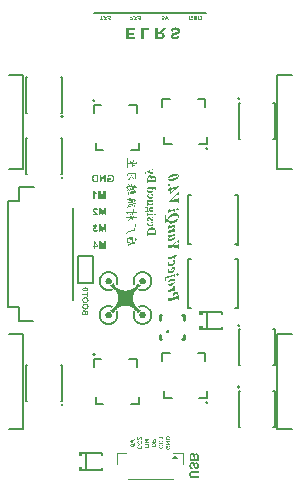
<source format=gbr>
G04*
G04 #@! TF.GenerationSoftware,Altium Limited,Altium Designer,24.8.2 (39)*
G04*
G04 Layer_Color=32896*
%FSLAX25Y25*%
%MOIN*%
G70*
G04*
G04 #@! TF.SameCoordinates,487F02F3-95FA-4862-9DB4-007DCD7F3BB9*
G04*
G04*
G04 #@! TF.FilePolarity,Positive*
G04*
G01*
G75*
%ADD10C,0.00500*%
%ADD11C,0.00472*%
%ADD12C,0.00591*%
%ADD15C,0.00787*%
%ADD16C,0.00600*%
%ADD124C,0.01000*%
%ADD125C,0.00591*%
%ADD126C,0.00598*%
%ADD127C,0.00598*%
G36*
X48918Y71959D02*
X48928Y71951D01*
X48952Y71948D01*
X48978Y71945D01*
X48994Y71937D01*
X49005Y71928D01*
X49023Y71925D01*
X49046Y71918D01*
X49069Y71902D01*
X49089Y71886D01*
X49106Y71879D01*
X49164Y71845D01*
X49275Y71758D01*
X49417Y71608D01*
X49498Y71483D01*
X49505Y71466D01*
X49521Y71447D01*
X49537Y71426D01*
X49544Y71404D01*
X49547Y71386D01*
X49556Y71375D01*
X49564Y71360D01*
X49567Y71333D01*
X49570Y71309D01*
X49578Y71299D01*
X49630Y70974D01*
X49587Y70595D01*
X49573Y70572D01*
X49567Y70548D01*
X49543Y70472D01*
X49508Y70419D01*
X49501Y70412D01*
X49498Y70395D01*
X49494Y70379D01*
X49486Y70372D01*
X49478Y70368D01*
X49474Y70357D01*
X49467Y70337D01*
X49448Y70311D01*
X49418Y70276D01*
X49382Y70234D01*
X49297Y70142D01*
X49241Y70094D01*
X49225Y70084D01*
X49196Y70060D01*
X49164Y70035D01*
X49137Y70025D01*
X49122Y70021D01*
X49115Y70013D01*
X49069Y69980D01*
X49008Y69955D01*
X48992Y69948D01*
X48968Y69932D01*
X48937Y69916D01*
X48906Y69909D01*
X48881Y69906D01*
X48866Y69897D01*
X48841Y69889D01*
X48790Y69886D01*
X48730Y69881D01*
X48690Y69866D01*
X48552Y69845D01*
X48422Y69866D01*
X48389Y69881D01*
X48330Y69886D01*
X48278Y69889D01*
X48252Y69897D01*
X48237Y69906D01*
X48212Y69909D01*
X48181Y69916D01*
X48150Y69932D01*
X48124Y69948D01*
X48101Y69955D01*
X48073Y69964D01*
X48033Y69987D01*
X47989Y70015D01*
X47951Y70036D01*
X47794Y70176D01*
X47655Y70332D01*
X47634Y70371D01*
X47606Y70415D01*
X47583Y70454D01*
X47574Y70482D01*
X47567Y70505D01*
X47551Y70531D01*
X47535Y70562D01*
X47528Y70593D01*
X47524Y70618D01*
X47516Y70633D01*
X47508Y70660D01*
X47505Y70714D01*
X47501Y70772D01*
X47488Y70800D01*
X47463Y70951D01*
X47492Y71088D01*
X47501Y71112D01*
X47505Y71166D01*
X47508Y71220D01*
X47516Y71247D01*
X47524Y71262D01*
X47528Y71287D01*
X47534Y71318D01*
X47549Y71347D01*
X47568Y71381D01*
X47585Y71424D01*
X47603Y71464D01*
X47622Y71492D01*
X47637Y71510D01*
X47644Y71526D01*
X47654Y71547D01*
X47678Y71577D01*
X47703Y71606D01*
X47713Y71622D01*
X47757Y71673D01*
X47848Y71759D01*
X47882Y71789D01*
X47912Y71816D01*
X47945Y71840D01*
X47986Y71862D01*
X48023Y71882D01*
X48048Y71899D01*
X48105Y71931D01*
X48168Y71948D01*
X48192Y71955D01*
X48220Y71971D01*
X48253Y71988D01*
X48291Y71995D01*
X48326Y71998D01*
X48351Y72006D01*
X48654Y72011D01*
X48918Y71959D01*
D02*
G37*
G36*
X37595Y71968D02*
X37618Y71954D01*
X37642Y71948D01*
X37718Y71924D01*
X37771Y71889D01*
X37778Y71882D01*
X37794Y71879D01*
X37811Y71875D01*
X37817Y71867D01*
X37822Y71859D01*
X37833Y71855D01*
X37875Y71833D01*
X37945Y71772D01*
X37971Y71749D01*
X37987Y71740D01*
X38045Y71684D01*
X38096Y71620D01*
X38106Y71605D01*
X38130Y71577D01*
X38155Y71545D01*
X38165Y71518D01*
X38168Y71503D01*
X38177Y71496D01*
X38210Y71452D01*
X38235Y71391D01*
X38241Y71373D01*
X38258Y71349D01*
X38274Y71319D01*
X38281Y71287D01*
X38284Y71262D01*
X38293Y71247D01*
X38301Y71220D01*
X38304Y71166D01*
X38308Y71112D01*
X38317Y71088D01*
X38344Y70950D01*
X38320Y70800D01*
X38308Y70771D01*
X38304Y70714D01*
X38301Y70660D01*
X38293Y70633D01*
X38284Y70618D01*
X38281Y70593D01*
X38274Y70562D01*
X38258Y70531D01*
X38241Y70505D01*
X38235Y70482D01*
X38225Y70454D01*
X38203Y70415D01*
X38175Y70371D01*
X38153Y70332D01*
X38105Y70271D01*
X38015Y70175D01*
X37918Y70084D01*
X37858Y70036D01*
X37819Y70015D01*
X37775Y69987D01*
X37736Y69964D01*
X37707Y69955D01*
X37685Y69948D01*
X37658Y69932D01*
X37628Y69916D01*
X37596Y69909D01*
X37571Y69906D01*
X37557Y69897D01*
X37531Y69889D01*
X37479Y69886D01*
X37420Y69881D01*
X37387Y69866D01*
X37257Y69845D01*
X37119Y69866D01*
X37079Y69881D01*
X37019Y69886D01*
X36968Y69889D01*
X36943Y69897D01*
X36928Y69906D01*
X36903Y69909D01*
X36871Y69916D01*
X36841Y69932D01*
X36816Y69948D01*
X36798Y69955D01*
X36738Y69980D01*
X36694Y70013D01*
X36687Y70021D01*
X36672Y70025D01*
X36645Y70035D01*
X36612Y70060D01*
X36584Y70084D01*
X36568Y70094D01*
X36512Y70142D01*
X36427Y70234D01*
X36391Y70276D01*
X36360Y70311D01*
X36342Y70337D01*
X36334Y70357D01*
X36331Y70368D01*
X36323Y70372D01*
X36314Y70379D01*
X36311Y70395D01*
X36308Y70412D01*
X36301Y70419D01*
X36266Y70472D01*
X36242Y70548D01*
X36236Y70572D01*
X36222Y70595D01*
X36178Y70974D01*
X36231Y71299D01*
X36239Y71309D01*
X36242Y71333D01*
X36245Y71360D01*
X36253Y71375D01*
X36261Y71386D01*
X36265Y71404D01*
X36272Y71427D01*
X36288Y71450D01*
X36304Y71470D01*
X36311Y71487D01*
X36345Y71545D01*
X36432Y71656D01*
X36580Y71796D01*
X36703Y71879D01*
X36720Y71886D01*
X36740Y71902D01*
X36763Y71918D01*
X36786Y71925D01*
X36803Y71928D01*
X36815Y71937D01*
X36830Y71945D01*
X36856Y71948D01*
X36880Y71951D01*
X36891Y71958D01*
X36923Y71982D01*
X36987Y71995D01*
X37018Y71998D01*
X37041Y72006D01*
X37320Y72013D01*
X37595Y71968D01*
D02*
G37*
G36*
X37667Y74183D02*
X37697Y74176D01*
X37771Y74173D01*
X37846Y74170D01*
X37881Y74161D01*
X37901Y74153D01*
X37939Y74150D01*
X38013Y74138D01*
X38049Y74114D01*
X38067Y74107D01*
X38110Y74100D01*
X38226Y74081D01*
X38291Y74053D01*
X38311Y74040D01*
X38332Y74034D01*
X38412Y74014D01*
X38479Y73981D01*
X38496Y73969D01*
X38518Y73964D01*
X38588Y73942D01*
X38646Y73907D01*
X38657Y73898D01*
X38674Y73895D01*
X38730Y73877D01*
X38779Y73843D01*
X38794Y73830D01*
X38811Y73825D01*
X38838Y73815D01*
X38879Y73791D01*
X38918Y73766D01*
X38938Y73756D01*
X38962Y73742D01*
X39012Y73709D01*
X39062Y73677D01*
X39086Y73663D01*
X39139Y73627D01*
X39223Y73564D01*
X39239Y73552D01*
X39252Y73547D01*
X39271Y73534D01*
X39307Y73504D01*
X39365Y73451D01*
X39440Y73386D01*
X39584Y73251D01*
X39715Y73111D01*
X39852Y72944D01*
X39903Y72869D01*
X39908Y72857D01*
X39920Y72848D01*
X39938Y72832D01*
X39957Y72803D01*
X39980Y72764D01*
X40009Y72725D01*
X40033Y72690D01*
X40042Y72664D01*
X40046Y72650D01*
X40053Y72643D01*
X40088Y72597D01*
X40158Y72458D01*
X40179Y72416D01*
X40194Y72388D01*
X40235Y72310D01*
X40251Y72254D01*
X40255Y72234D01*
X40267Y72223D01*
X40299Y72163D01*
X40320Y72082D01*
X40327Y72063D01*
X40343Y72041D01*
X40361Y72013D01*
X40367Y71978D01*
X40370Y71948D01*
X40378Y71931D01*
X40387Y71912D01*
X40390Y71878D01*
X40393Y71846D01*
X40400Y71832D01*
X40424Y71798D01*
X40436Y71728D01*
X40440Y71694D01*
X40448Y71676D01*
X40456Y71649D01*
X40459Y71594D01*
X40462Y71541D01*
X40470Y71520D01*
X40508Y71370D01*
X40520Y70929D01*
X40508Y70494D01*
X40471Y70349D01*
X40462Y70326D01*
X40456Y70271D01*
X40437Y70124D01*
X40409Y70050D01*
X40396Y70023D01*
X40390Y69987D01*
X40387Y69955D01*
X40378Y69938D01*
X40370Y69923D01*
X40367Y69898D01*
X40360Y69867D01*
X40343Y69836D01*
X40327Y69810D01*
X40320Y69788D01*
X40299Y69706D01*
X40267Y69646D01*
X40255Y69636D01*
X40251Y69619D01*
X40213Y69518D01*
X40134Y69468D01*
X39983Y69584D01*
X39857Y69724D01*
X39836Y69750D01*
X39787Y69803D01*
X39718Y69874D01*
Y69955D01*
X39721Y70013D01*
X39729Y70042D01*
X39738Y70057D01*
X39741Y70082D01*
X39748Y70110D01*
X39764Y70135D01*
X39782Y70163D01*
X39787Y70205D01*
X39790Y70242D01*
X39797Y70261D01*
X39806Y70283D01*
X39813Y70326D01*
X39822Y70373D01*
X39837Y70404D01*
X39875Y70850D01*
X39869Y71292D01*
X39860Y71324D01*
X39857Y71385D01*
X39853Y71452D01*
X39838Y71487D01*
X39823Y71519D01*
X39813Y71566D01*
X39806Y71609D01*
X39797Y71631D01*
X39790Y71648D01*
X39787Y71683D01*
X39781Y71724D01*
X39764Y71754D01*
X39748Y71781D01*
X39741Y71811D01*
X39738Y71835D01*
X39729Y71850D01*
X39721Y71863D01*
X39718Y71886D01*
X39711Y71916D01*
X39695Y71945D01*
X39678Y71972D01*
X39671Y71996D01*
X39668Y72012D01*
X39660Y72023D01*
X39652Y72037D01*
X39648Y72059D01*
X39645Y72079D01*
X39639Y72087D01*
X39604Y72135D01*
X39579Y72198D01*
X39575Y72210D01*
X39568Y72215D01*
X39534Y72260D01*
X39509Y72320D01*
X39499Y72338D01*
X39474Y72367D01*
X39450Y72398D01*
X39439Y72417D01*
X39429Y72437D01*
X39404Y72469D01*
X39380Y72501D01*
X39370Y72522D01*
X39363Y72534D01*
X39347Y72548D01*
X39331Y72563D01*
X39324Y72579D01*
X39321Y72592D01*
X39315Y72599D01*
X39296Y72617D01*
X39261Y72655D01*
X39117Y72811D01*
X38976Y72945D01*
X38914Y73001D01*
X38886Y73029D01*
X38879Y73035D01*
X38871Y73037D01*
X38842Y73054D01*
X38788Y73093D01*
X38727Y73136D01*
X38684Y73164D01*
X38655Y73181D01*
X38632Y73199D01*
X38601Y73220D01*
X38556Y73244D01*
X38517Y73265D01*
X38501Y73281D01*
X38497Y73289D01*
X38486Y73292D01*
X38423Y73316D01*
X38368Y73350D01*
X38356Y73358D01*
X38338Y73362D01*
X38316Y73365D01*
X38295Y73373D01*
X38270Y73384D01*
X38238Y73397D01*
X38211Y73410D01*
X38200Y73421D01*
X38190Y73428D01*
X38166Y73431D01*
X38140Y73435D01*
X38124Y73443D01*
X38111Y73451D01*
X38090Y73455D01*
X38034Y73468D01*
X38003Y73491D01*
X37988Y73498D01*
X37951Y73501D01*
X37913Y73504D01*
X37893Y73513D01*
X37872Y73521D01*
X37831Y73524D01*
X37782Y73530D01*
X37740Y73546D01*
X37238Y73586D01*
X36736Y73546D01*
X36696Y73531D01*
X36651Y73524D01*
X36614Y73521D01*
X36595Y73513D01*
X36575Y73504D01*
X36536Y73501D01*
X36500Y73498D01*
X36485Y73491D01*
X36454Y73468D01*
X36398Y73455D01*
X36377Y73451D01*
X36363Y73443D01*
X36350Y73435D01*
X36327Y73431D01*
X36297Y73425D01*
X36268Y73408D01*
X36241Y73392D01*
X36217Y73385D01*
X36201Y73382D01*
X36189Y73374D01*
X36176Y73365D01*
X36155Y73362D01*
X36133Y73358D01*
X36120Y73350D01*
X36065Y73316D01*
X36002Y73292D01*
X35991Y73289D01*
X35987Y73282D01*
X35968Y73266D01*
X35923Y73241D01*
X35878Y73216D01*
X35859Y73199D01*
X35851Y73189D01*
X35830Y73181D01*
X35810Y73173D01*
X35801Y73164D01*
X35797Y73156D01*
X35787Y73153D01*
X35765Y73142D01*
X35732Y73118D01*
X35702Y73094D01*
X35684Y73084D01*
X35668Y73074D01*
X35639Y73049D01*
X35610Y73024D01*
X35593Y73014D01*
X35374Y72816D01*
X35175Y72597D01*
X35165Y72580D01*
X35141Y72551D01*
X35116Y72523D01*
X35106Y72508D01*
X35096Y72491D01*
X35071Y72458D01*
X35047Y72423D01*
X35037Y72401D01*
X35034Y72392D01*
X35026Y72388D01*
X35017Y72380D01*
X35009Y72360D01*
X35000Y72339D01*
X34991Y72331D01*
X34974Y72312D01*
X34949Y72267D01*
X34924Y72222D01*
X34908Y72203D01*
X34901Y72199D01*
X34897Y72188D01*
X34874Y72125D01*
X34840Y72070D01*
X34831Y72057D01*
X34828Y72035D01*
X34824Y72013D01*
X34816Y72000D01*
X34808Y71989D01*
X34805Y71972D01*
X34798Y71949D01*
X34782Y71922D01*
X34765Y71892D01*
X34758Y71863D01*
X34755Y71840D01*
X34747Y71827D01*
X34739Y71813D01*
X34735Y71792D01*
X34722Y71736D01*
X34700Y71705D01*
X34692Y71690D01*
X34685Y71656D01*
X34662Y71510D01*
X34640Y71448D01*
X34605Y70933D01*
X34631Y70465D01*
X34657Y70413D01*
X34685Y70236D01*
X34692Y70201D01*
X34700Y70187D01*
X34722Y70155D01*
X34735Y70100D01*
X34739Y70078D01*
X34747Y70065D01*
X34755Y70050D01*
X34758Y70024D01*
X34761Y70000D01*
X34769Y69990D01*
X34780Y69979D01*
X34793Y69952D01*
X34806Y69920D01*
X34817Y69894D01*
X34825Y69874D01*
X34828Y69852D01*
X34831Y69834D01*
X34840Y69822D01*
X34874Y69767D01*
X34897Y69704D01*
X34901Y69693D01*
X34909Y69689D01*
X34925Y69673D01*
X34946Y69634D01*
X34973Y69583D01*
X35004Y69538D01*
X35027Y69507D01*
X35037Y69489D01*
X35054Y69460D01*
X35094Y69405D01*
X35135Y69349D01*
X35152Y69319D01*
X35155Y69310D01*
X35161Y69304D01*
X35189Y69276D01*
X35245Y69214D01*
X35428Y69026D01*
X35602Y68872D01*
X35619Y68858D01*
X35639Y68840D01*
X35665Y68822D01*
X35695Y68803D01*
X35721Y68786D01*
X35736Y68768D01*
X35747Y68755D01*
X35764Y68750D01*
X35789Y68740D01*
X35823Y68715D01*
X35853Y68691D01*
X35872Y68681D01*
X35909Y68666D01*
X35958Y68633D01*
X35987Y68615D01*
X36025Y68598D01*
X36062Y68581D01*
X36091Y68562D01*
X36113Y68548D01*
X36136Y68542D01*
X36154Y68538D01*
X36166Y68530D01*
X36178Y68522D01*
X36196Y68518D01*
X36219Y68512D01*
X36242Y68495D01*
X36266Y68479D01*
X36294Y68472D01*
X36320Y68469D01*
X36343Y68461D01*
X36367Y68451D01*
X36394Y68444D01*
X36421Y68434D01*
X36443Y68420D01*
X36469Y68408D01*
X36507Y68402D01*
X36542Y68399D01*
X36560Y68391D01*
X36577Y68383D01*
X36607Y68379D01*
X36672Y68367D01*
X36705Y68343D01*
X36732Y68336D01*
X36797Y68333D01*
X36864Y68330D01*
X36896Y68321D01*
X36991Y68313D01*
X37244Y68310D01*
X37496Y68313D01*
X37591Y68321D01*
X37624Y68330D01*
X37691Y68333D01*
X37756Y68336D01*
X37783Y68343D01*
X37816Y68367D01*
X37881Y68379D01*
X37911Y68383D01*
X37928Y68391D01*
X37947Y68399D01*
X37982Y68402D01*
X38022Y68408D01*
X38050Y68421D01*
X38119Y68452D01*
X38236Y68469D01*
X38312Y68474D01*
X38385Y68403D01*
X38439Y68354D01*
X38466Y68333D01*
X38482Y68322D01*
X38509Y68295D01*
X38560Y68245D01*
X38633Y68177D01*
X38711Y68013D01*
X38570Y67939D01*
X38554Y67934D01*
X38544Y67923D01*
X38483Y67890D01*
X38398Y67870D01*
X38379Y67865D01*
X38366Y67853D01*
X38315Y67826D01*
X38212Y67803D01*
X38177Y67794D01*
X38152Y67781D01*
X38075Y67753D01*
X37936Y67734D01*
X37885Y67727D01*
X37864Y67719D01*
X37278Y67667D01*
X36639Y67709D01*
X36605Y67725D01*
X36549Y67734D01*
X36419Y67752D01*
X36342Y67781D01*
X36313Y67794D01*
X36286Y67800D01*
X36184Y67824D01*
X36114Y67859D01*
X36104Y67866D01*
X36080Y67870D01*
X36054Y67873D01*
X36039Y67881D01*
X36026Y67889D01*
X36005Y67893D01*
X35980Y67900D01*
X35955Y67916D01*
X35932Y67932D01*
X35914Y67939D01*
X35850Y67962D01*
X35796Y67997D01*
X35784Y68005D01*
X35768Y68009D01*
X35712Y68026D01*
X35667Y68056D01*
X35647Y68070D01*
X35609Y68090D01*
X35570Y68112D01*
X35550Y68131D01*
X35538Y68143D01*
X35519Y68148D01*
X35491Y68157D01*
X35458Y68180D01*
X35421Y68208D01*
X35380Y68233D01*
X35350Y68253D01*
X35338Y68270D01*
X35331Y68282D01*
X35314Y68289D01*
X35054Y68495D01*
X34724Y68831D01*
X34665Y68903D01*
X34623Y68953D01*
X34598Y68986D01*
X34580Y69015D01*
X34562Y69045D01*
X34536Y69077D01*
X34513Y69105D01*
X34503Y69125D01*
X34493Y69146D01*
X34468Y69178D01*
X34444Y69213D01*
X34434Y69239D01*
X34431Y69254D01*
X34423Y69260D01*
X34389Y69307D01*
X34364Y69370D01*
X34358Y69386D01*
X34341Y69405D01*
X34325Y69426D01*
X34318Y69447D01*
X34315Y69462D01*
X34306Y69468D01*
X34298Y69476D01*
X34295Y69496D01*
X34288Y69521D01*
X34272Y69544D01*
X34255Y69565D01*
X34249Y69586D01*
X34245Y69602D01*
X34237Y69613D01*
X34229Y69625D01*
X34225Y69644D01*
X34219Y69669D01*
X34202Y69697D01*
X34186Y69726D01*
X34179Y69753D01*
X34176Y69774D01*
X34167Y69787D01*
X34159Y69803D01*
X34156Y69832D01*
X34150Y69866D01*
X34134Y69890D01*
X34108Y69938D01*
X34090Y70051D01*
X34083Y70090D01*
X34075Y70106D01*
X34043Y70177D01*
X34021Y70361D01*
X34012Y70431D01*
X33996Y70469D01*
X33969Y70960D01*
X34006Y71415D01*
X34014Y71442D01*
X34017Y71507D01*
X34020Y71574D01*
X34028Y71606D01*
X34037Y71625D01*
X34040Y71659D01*
X34052Y71728D01*
X34077Y71763D01*
X34084Y71780D01*
X34086Y71820D01*
X34090Y71863D01*
X34098Y71885D01*
X34106Y71899D01*
X34110Y71924D01*
X34116Y71953D01*
X34133Y71980D01*
X34149Y72008D01*
X34156Y72040D01*
X34159Y72066D01*
X34167Y72082D01*
X34176Y72094D01*
X34179Y72115D01*
X34186Y72143D01*
X34202Y72171D01*
X34219Y72199D01*
X34225Y72225D01*
X34229Y72243D01*
X34237Y72255D01*
X34245Y72267D01*
X34249Y72283D01*
X34255Y72307D01*
X34272Y72334D01*
X34288Y72360D01*
X34295Y72381D01*
X34320Y72445D01*
X34355Y72493D01*
X34362Y72498D01*
X34364Y72509D01*
X34389Y72567D01*
X34424Y72609D01*
X34431Y72614D01*
X34434Y72627D01*
X34453Y72675D01*
X34489Y72716D01*
X34499Y72729D01*
X34503Y72746D01*
X34514Y72771D01*
X34538Y72804D01*
X34563Y72834D01*
X34573Y72852D01*
X34583Y72869D01*
X34608Y72898D01*
X34632Y72927D01*
X34642Y72944D01*
X34653Y72961D01*
X34677Y72989D01*
X34702Y73018D01*
X34712Y73034D01*
X34929Y73263D01*
X35157Y73478D01*
X35173Y73488D01*
X35201Y73513D01*
X35229Y73537D01*
X35246Y73547D01*
X35263Y73558D01*
X35291Y73582D01*
X35322Y73607D01*
X35342Y73617D01*
X35363Y73628D01*
X35395Y73652D01*
X35428Y73676D01*
X35449Y73686D01*
X35470Y73697D01*
X35500Y73721D01*
X35533Y73746D01*
X35559Y73756D01*
X35575Y73759D01*
X35581Y73767D01*
X35628Y73801D01*
X35693Y73825D01*
X35704Y73829D01*
X35709Y73837D01*
X35756Y73870D01*
X35821Y73895D01*
X35840Y73902D01*
X35862Y73918D01*
X35885Y73934D01*
X35907Y73941D01*
X35923Y73945D01*
X35934Y73953D01*
X35948Y73961D01*
X35970Y73964D01*
X35998Y73971D01*
X36024Y73988D01*
X36049Y74004D01*
X36075Y74011D01*
X36096Y74014D01*
X36108Y74022D01*
X36125Y74031D01*
X36155Y74034D01*
X36184Y74037D01*
X36195Y74044D01*
X36226Y74067D01*
X36282Y74080D01*
X36304Y74084D01*
X36317Y74092D01*
X36335Y74100D01*
X36369Y74103D01*
X36413Y74110D01*
X36453Y74127D01*
X36495Y74144D01*
X36545Y74150D01*
X36586Y74153D01*
X36607Y74161D01*
X36640Y74170D01*
X36712Y74173D01*
X36781Y74176D01*
X36809Y74184D01*
X36820Y74195D01*
X36847Y74206D01*
X37298Y74220D01*
X37667Y74183D01*
D02*
G37*
G36*
X49173Y74184D02*
X49194Y74176D01*
X49246Y74169D01*
X49410Y74146D01*
X49474Y74114D01*
X49485Y74107D01*
X49511Y74103D01*
X49623Y74080D01*
X49695Y74044D01*
X49705Y74037D01*
X49729Y74034D01*
X49755Y74031D01*
X49770Y74022D01*
X49783Y74014D01*
X49804Y74011D01*
X49831Y74004D01*
X49860Y73988D01*
X49886Y73971D01*
X49906Y73964D01*
X49957Y73946D01*
X50031Y73907D01*
X50059Y73893D01*
X50103Y73873D01*
X50142Y73852D01*
X50158Y73837D01*
X50163Y73829D01*
X50174Y73825D01*
X50226Y73807D01*
X50274Y73773D01*
X50288Y73761D01*
X50300Y73756D01*
X50400Y73696D01*
X50492Y73626D01*
X50499Y73620D01*
X50510Y73616D01*
X50532Y73605D01*
X50568Y73576D01*
X50602Y73548D01*
X50620Y73536D01*
X50645Y73518D01*
X50694Y73475D01*
X50746Y73428D01*
X50780Y73401D01*
X50798Y73385D01*
X50813Y73364D01*
X50824Y73346D01*
X50836Y73338D01*
X50902Y73282D01*
X50958Y73216D01*
X50965Y73205D01*
X50983Y73194D01*
X51004Y73180D01*
X51020Y73162D01*
X51047Y73127D01*
X51094Y73075D01*
X51137Y73026D01*
X51155Y73001D01*
X51166Y72983D01*
X51195Y72949D01*
X51223Y72915D01*
X51236Y72895D01*
X51242Y72882D01*
X51257Y72863D01*
X51277Y72838D01*
X51295Y72808D01*
X51310Y72783D01*
X51325Y72765D01*
X51342Y72742D01*
X51364Y72704D01*
X51384Y72668D01*
X51398Y72649D01*
X51426Y72606D01*
X51444Y72555D01*
X51448Y72544D01*
X51456Y72539D01*
X51490Y72491D01*
X51514Y72421D01*
X51517Y72406D01*
X51525Y72400D01*
X51560Y72352D01*
X51583Y72282D01*
X51590Y72259D01*
X51607Y72235D01*
X51623Y72210D01*
X51630Y72184D01*
X51633Y72164D01*
X51641Y72151D01*
X51649Y72136D01*
X51653Y72110D01*
X51656Y72086D01*
X51663Y72076D01*
X51699Y72004D01*
X51723Y71892D01*
X51726Y71866D01*
X51733Y71855D01*
X51764Y71794D01*
X51788Y71635D01*
X51799Y71576D01*
X51816Y71525D01*
X51842Y70903D01*
X51802Y70349D01*
X51795Y70327D01*
X51792Y70275D01*
X51789Y70220D01*
X51780Y70193D01*
X51772Y70175D01*
X51769Y70143D01*
X51762Y70101D01*
X51746Y70062D01*
X51729Y70025D01*
X51723Y69990D01*
X51719Y69959D01*
X51712Y69935D01*
X51702Y69911D01*
X51694Y69884D01*
X51684Y69857D01*
X51670Y69835D01*
X51658Y69814D01*
X51653Y69789D01*
X51649Y69766D01*
X51641Y69752D01*
X51633Y69740D01*
X51630Y69719D01*
X51623Y69691D01*
X51607Y69662D01*
X51590Y69635D01*
X51583Y69609D01*
X51580Y69591D01*
X51572Y69579D01*
X51564Y69568D01*
X51560Y69551D01*
X51553Y69530D01*
X51537Y69509D01*
X51521Y69490D01*
X51514Y69475D01*
X51489Y69411D01*
X51456Y69364D01*
X51448Y69359D01*
X51444Y69348D01*
X51419Y69284D01*
X51384Y69237D01*
X51378Y69233D01*
X51375Y69224D01*
X51300Y69099D01*
X51196Y68955D01*
X51175Y68929D01*
X51166Y68912D01*
X51146Y68883D01*
X51097Y68829D01*
X51048Y68776D01*
X51027Y68748D01*
X51017Y68734D01*
X50993Y68713D01*
X50968Y68692D01*
X50958Y68677D01*
X50869Y68582D01*
X50771Y68495D01*
X50746Y68475D01*
X50693Y68426D01*
X50637Y68377D01*
X50604Y68356D01*
X50592Y68353D01*
X50587Y68346D01*
X50507Y68277D01*
X50417Y68217D01*
X50404Y68210D01*
X50387Y68194D01*
X50368Y68178D01*
X50349Y68171D01*
X50337Y68167D01*
X50332Y68159D01*
X50325Y68151D01*
X50310Y68148D01*
X50293Y68145D01*
X50284Y68138D01*
X50241Y68102D01*
X50190Y68078D01*
X50173Y68072D01*
X50154Y68057D01*
X50126Y68037D01*
X50086Y68019D01*
X50044Y68002D01*
X50014Y67983D01*
X49992Y67968D01*
X49971Y67962D01*
X49955Y67959D01*
X49944Y67951D01*
X49931Y67942D01*
X49910Y67939D01*
X49889Y67934D01*
X49876Y67923D01*
X49817Y67891D01*
X49735Y67870D01*
X49713Y67863D01*
X49686Y67846D01*
X49656Y67830D01*
X49624Y67823D01*
X49599Y67820D01*
X49585Y67812D01*
X49569Y67803D01*
X49541Y67800D01*
X49510Y67794D01*
X49484Y67781D01*
X49452Y67766D01*
X49405Y67756D01*
X49362Y67749D01*
X49340Y67740D01*
X49317Y67733D01*
X49271Y67730D01*
X49216Y67725D01*
X49177Y67711D01*
X48565Y67666D01*
X47953Y67711D01*
X47914Y67725D01*
X47859Y67730D01*
X47813Y67733D01*
X47789Y67740D01*
X47769Y67749D01*
X47730Y67756D01*
X47687Y67766D01*
X47657Y67781D01*
X47630Y67795D01*
X47594Y67800D01*
X47563Y67803D01*
X47545Y67812D01*
X47530Y67820D01*
X47504Y67823D01*
X47474Y67830D01*
X47450Y67846D01*
X47425Y67863D01*
X47393Y67870D01*
X47364Y67873D01*
X47348Y67881D01*
X47337Y67889D01*
X47320Y67893D01*
X47297Y67900D01*
X47270Y67916D01*
X47244Y67932D01*
X47224Y67939D01*
X47123Y67986D01*
X47082Y68069D01*
X47209Y68210D01*
X47343Y68333D01*
X47369Y68354D01*
X47423Y68403D01*
X47495Y68474D01*
X47572Y68469D01*
X47693Y68451D01*
X47755Y68420D01*
X47778Y68407D01*
X47821Y68402D01*
X47861Y68399D01*
X47881Y68391D01*
X47898Y68383D01*
X47928Y68379D01*
X47992Y68367D01*
X48026Y68344D01*
X48466Y68316D01*
X48923Y68321D01*
X48954Y68330D01*
X49014Y68333D01*
X49084Y68338D01*
X49124Y68356D01*
X49157Y68373D01*
X49197Y68379D01*
X49231Y68383D01*
X49249Y68391D01*
X49267Y68399D01*
X49302Y68402D01*
X49340Y68408D01*
X49366Y68420D01*
X49387Y68434D01*
X49415Y68444D01*
X49442Y68451D01*
X49466Y68461D01*
X49488Y68469D01*
X49515Y68472D01*
X49542Y68479D01*
X49567Y68495D01*
X49590Y68512D01*
X49613Y68518D01*
X49631Y68522D01*
X49643Y68530D01*
X49654Y68538D01*
X49673Y68542D01*
X49695Y68548D01*
X49718Y68562D01*
X49746Y68581D01*
X49784Y68598D01*
X49822Y68615D01*
X49851Y68633D01*
X49900Y68666D01*
X49937Y68681D01*
X49956Y68691D01*
X49986Y68715D01*
X50018Y68740D01*
X50042Y68751D01*
X50064Y68761D01*
X50094Y68785D01*
X50121Y68809D01*
X50140Y68820D01*
X50153Y68826D01*
X50167Y68843D01*
X50182Y68859D01*
X50198Y68866D01*
X50210Y68869D01*
X50218Y68875D01*
X50246Y68903D01*
X50308Y68959D01*
X50441Y69081D01*
X50564Y69214D01*
X50620Y69276D01*
X50648Y69304D01*
X50654Y69310D01*
X50656Y69319D01*
X50673Y69348D01*
X50712Y69402D01*
X50755Y69463D01*
X50783Y69506D01*
X50800Y69534D01*
X50818Y69558D01*
X50838Y69589D01*
X50862Y69634D01*
X50883Y69673D01*
X50897Y69689D01*
X50908Y69705D01*
X50922Y69743D01*
X50940Y69787D01*
X50959Y69818D01*
X50975Y69840D01*
X50981Y69862D01*
X50984Y69880D01*
X50993Y69892D01*
X51001Y69904D01*
X51004Y69925D01*
X51011Y69953D01*
X51027Y69982D01*
X51044Y70009D01*
X51050Y70035D01*
X51054Y70053D01*
X51062Y70065D01*
X51070Y70081D01*
X51074Y70109D01*
X51081Y70144D01*
X51097Y70175D01*
X51113Y70208D01*
X51120Y70247D01*
X51123Y70279D01*
X51131Y70297D01*
X51140Y70317D01*
X51143Y70354D01*
X51155Y70436D01*
X51178Y70477D01*
X51196Y70611D01*
X51202Y70952D01*
X51196Y71292D01*
X51178Y71427D01*
X51153Y71471D01*
X51124Y71641D01*
X51114Y71680D01*
X51100Y71707D01*
X51078Y71753D01*
X51054Y71861D01*
X51044Y71889D01*
X51032Y71908D01*
X51000Y71968D01*
X50981Y72042D01*
X50976Y72060D01*
X50964Y72075D01*
X50931Y72122D01*
X50911Y72170D01*
X50901Y72191D01*
X50877Y72230D01*
X50852Y72271D01*
X50842Y72295D01*
X50835Y72311D01*
X50819Y72331D01*
X50802Y72352D01*
X50796Y72371D01*
X50792Y72383D01*
X50784Y72388D01*
X50776Y72393D01*
X50772Y72403D01*
X50761Y72425D01*
X50737Y72458D01*
X50713Y72490D01*
X50703Y72513D01*
X50700Y72523D01*
X50693Y72528D01*
X50669Y72550D01*
X50625Y72606D01*
X50434Y72815D01*
X50225Y73005D01*
X50169Y73050D01*
X50147Y73074D01*
X50142Y73081D01*
X50132Y73084D01*
X50109Y73094D01*
X50077Y73118D01*
X50044Y73142D01*
X50022Y73153D01*
X50012Y73157D01*
X50007Y73165D01*
X50002Y73173D01*
X49990Y73176D01*
X49971Y73183D01*
X49951Y73198D01*
X49928Y73216D01*
X49905Y73228D01*
X49877Y73241D01*
X49843Y73261D01*
X49804Y73284D01*
X49764Y73303D01*
X49729Y73321D01*
X49700Y73341D01*
X49678Y73356D01*
X49659Y73362D01*
X49587Y73382D01*
X49527Y73413D01*
X49509Y73426D01*
X49480Y73435D01*
X49381Y73458D01*
X49324Y73483D01*
X49298Y73496D01*
X49260Y73505D01*
X49090Y73534D01*
X49046Y73559D01*
X48583Y73585D01*
X48068Y73546D01*
X48027Y73530D01*
X47978Y73524D01*
X47937Y73521D01*
X47916Y73513D01*
X47896Y73504D01*
X47857Y73501D01*
X47821Y73498D01*
X47806Y73491D01*
X47775Y73468D01*
X47719Y73455D01*
X47697Y73451D01*
X47684Y73443D01*
X47669Y73435D01*
X47643Y73431D01*
X47619Y73428D01*
X47609Y73421D01*
X47598Y73410D01*
X47571Y73397D01*
X47539Y73384D01*
X47513Y73373D01*
X47493Y73365D01*
X47472Y73362D01*
X47450Y73355D01*
X47429Y73339D01*
X47408Y73322D01*
X47388Y73316D01*
X47371Y73312D01*
X47360Y73304D01*
X47348Y73296D01*
X47330Y73292D01*
X47314Y73289D01*
X47308Y73281D01*
X47291Y73265D01*
X47253Y73244D01*
X47208Y73220D01*
X47177Y73199D01*
X47153Y73181D01*
X47125Y73164D01*
X47081Y73136D01*
X47021Y73093D01*
X46967Y73054D01*
X46938Y73037D01*
X46929Y73035D01*
X46923Y73029D01*
X46895Y73001D01*
X46833Y72945D01*
X46643Y72762D01*
X46491Y72588D01*
X46477Y72570D01*
X46459Y72550D01*
X46444Y72531D01*
X46439Y72518D01*
X46429Y72502D01*
X46406Y72475D01*
X46379Y72441D01*
X46358Y72409D01*
X46341Y72380D01*
X46321Y72354D01*
X46306Y72334D01*
X46299Y72318D01*
X46290Y72294D01*
X46266Y72255D01*
X46238Y72208D01*
X46217Y72163D01*
X46200Y72127D01*
X46181Y72099D01*
X46167Y72076D01*
X46161Y72054D01*
X46157Y72035D01*
X46149Y72023D01*
X46141Y72012D01*
X46137Y71994D01*
X46130Y71971D01*
X46114Y71948D01*
X46098Y71923D01*
X46091Y71896D01*
X46088Y71869D01*
X46080Y71847D01*
X46071Y71823D01*
X46063Y71795D01*
X46053Y71768D01*
X46039Y71747D01*
X46027Y71721D01*
X46021Y71683D01*
X46018Y71649D01*
X46011Y71631D01*
X46003Y71611D01*
X45995Y71571D01*
X45986Y71528D01*
X45972Y71499D01*
X45935Y70946D01*
X45972Y70393D01*
X45986Y70361D01*
X45996Y70314D01*
X46003Y70271D01*
X46011Y70250D01*
X46018Y70231D01*
X46021Y70196D01*
X46026Y70158D01*
X46039Y70136D01*
X46070Y70074D01*
X46088Y69953D01*
X46093Y69876D01*
X46022Y69804D01*
X45973Y69750D01*
X45952Y69724D01*
X45941Y69708D01*
X45914Y69682D01*
X45864Y69631D01*
X45796Y69558D01*
X45666Y69464D01*
X45577Y69548D01*
X45564Y69581D01*
X45558Y69605D01*
X45551Y69625D01*
X45535Y69651D01*
X45518Y69678D01*
X45512Y69701D01*
X45508Y69718D01*
X45500Y69729D01*
X45492Y69744D01*
X45488Y69770D01*
X45482Y69801D01*
X45465Y69828D01*
X45449Y69854D01*
X45442Y69885D01*
X45439Y69911D01*
X45430Y69926D01*
X45422Y69943D01*
X45419Y69974D01*
X45412Y70012D01*
X45396Y70045D01*
X45379Y70078D01*
X45373Y70118D01*
X45369Y70152D01*
X45361Y70170D01*
X45353Y70194D01*
X45349Y70242D01*
X45344Y70297D01*
X45329Y70329D01*
X45312Y70369D01*
X45305Y70452D01*
X45299Y70526D01*
X45290Y70563D01*
X45280Y70954D01*
X45291Y71340D01*
X45300Y71369D01*
X45303Y71430D01*
X45308Y71504D01*
X45325Y71559D01*
X45343Y71610D01*
X45353Y71664D01*
X45374Y71799D01*
X45399Y71865D01*
X45413Y71892D01*
X45419Y71928D01*
X45422Y71960D01*
X45430Y71977D01*
X45439Y71992D01*
X45442Y72018D01*
X45449Y72049D01*
X45465Y72073D01*
X45482Y72093D01*
X45489Y72116D01*
X45507Y72191D01*
X45538Y72259D01*
X45553Y72287D01*
X45572Y72333D01*
X45591Y72380D01*
X45610Y72411D01*
X45622Y72429D01*
X45627Y72443D01*
X45654Y72504D01*
X45687Y72551D01*
X45694Y72556D01*
X45697Y72569D01*
X45707Y72598D01*
X45732Y72640D01*
X45756Y72679D01*
X45766Y72702D01*
X45770Y72710D01*
X45778Y72713D01*
X45786Y72718D01*
X45790Y72730D01*
X45796Y72750D01*
X45813Y72771D01*
X45829Y72789D01*
X45836Y72801D01*
X45919Y72920D01*
X46026Y73057D01*
X46055Y73089D01*
X46091Y73131D01*
X46253Y73301D01*
X46376Y73408D01*
X46388Y73413D01*
X46392Y73425D01*
X46402Y73443D01*
X46427Y73462D01*
X46452Y73479D01*
X46462Y73490D01*
X46495Y73520D01*
X46575Y73581D01*
X46732Y73694D01*
X46809Y73740D01*
X46840Y73756D01*
X46856Y73767D01*
X46904Y73803D01*
X46951Y73825D01*
X46969Y73832D01*
X46987Y73847D01*
X47015Y73866D01*
X47056Y73884D01*
X47097Y73901D01*
X47127Y73921D01*
X47149Y73935D01*
X47170Y73941D01*
X47186Y73945D01*
X47197Y73953D01*
X47209Y73961D01*
X47227Y73964D01*
X47250Y73971D01*
X47273Y73988D01*
X47297Y74004D01*
X47324Y74011D01*
X47346Y74014D01*
X47360Y74022D01*
X47374Y74031D01*
X47396Y74034D01*
X47426Y74041D01*
X47455Y74057D01*
X47486Y74073D01*
X47517Y74080D01*
X47542Y74084D01*
X47557Y74092D01*
X47575Y74100D01*
X47610Y74103D01*
X47642Y74107D01*
X47655Y74114D01*
X47719Y74145D01*
X47881Y74169D01*
X47935Y74178D01*
X47968Y74190D01*
X47986Y74202D01*
X48003Y74211D01*
X48618Y74220D01*
X49173Y74184D01*
D02*
G37*
G36*
X47110Y70375D02*
X47134Y70331D01*
X47137Y70311D01*
X47143Y70303D01*
X47158Y70285D01*
X47180Y70243D01*
X47398Y69928D01*
X47608Y69723D01*
X47617Y69721D01*
X47620Y69715D01*
X47627Y69705D01*
X47642Y69694D01*
X47678Y69672D01*
X47734Y69635D01*
X47796Y69596D01*
X47846Y69571D01*
X47882Y69555D01*
X47910Y69536D01*
X47933Y69521D01*
X47955Y69515D01*
X48008Y69465D01*
X47995Y69402D01*
X47975Y69391D01*
X47954Y69374D01*
X47934Y69359D01*
X47916Y69353D01*
X47904Y69350D01*
X47899Y69344D01*
X47892Y69334D01*
X47878Y69323D01*
X47803Y69279D01*
X47750Y69240D01*
X47725Y69221D01*
X47706Y69214D01*
X47695Y69210D01*
X47690Y69202D01*
X47687Y69194D01*
X47679Y69190D01*
X47660Y69180D01*
X47630Y69156D01*
X47599Y69131D01*
X47578Y69121D01*
X47558Y69112D01*
X47530Y69089D01*
X47472Y69038D01*
X47434Y69011D01*
X47370Y68963D01*
X47272Y68880D01*
X47238Y68854D01*
X47216Y68843D01*
X47207Y68840D01*
X47203Y68832D01*
X47173Y68800D01*
X47100Y68737D01*
X46723Y68378D01*
X46427Y68071D01*
X46408Y68043D01*
X46363Y67992D01*
X46318Y67941D01*
X46299Y67918D01*
X46280Y67888D01*
X46232Y67824D01*
X46178Y67751D01*
X46143Y67699D01*
X46123Y67672D01*
X46106Y67661D01*
X46095Y67654D01*
X46091Y67637D01*
X46081Y67606D01*
X46056Y67568D01*
X46032Y67535D01*
X46021Y67517D01*
X46012Y67498D01*
X45990Y67461D01*
X45962Y67414D01*
X45939Y67371D01*
X45921Y67338D01*
X45902Y67315D01*
X45888Y67297D01*
X45882Y67278D01*
X45879Y67261D01*
X45871Y67250D01*
X45863Y67238D01*
X45859Y67222D01*
X45852Y67201D01*
X45836Y67180D01*
X45820Y67161D01*
X45813Y67143D01*
X45810Y67126D01*
X45802Y67107D01*
X45791Y67082D01*
X45778Y67050D01*
X45765Y67023D01*
X45753Y67012D01*
X45746Y67004D01*
X45743Y66984D01*
X45740Y66962D01*
X45732Y66948D01*
X45724Y66936D01*
X45720Y66915D01*
X45713Y66889D01*
X45697Y66864D01*
X45681Y66836D01*
X45674Y66805D01*
X45670Y66778D01*
X45662Y66763D01*
X45654Y66750D01*
X45651Y66729D01*
X45644Y66702D01*
X45627Y66673D01*
X45611Y66642D01*
X45604Y66608D01*
X45601Y66581D01*
X45593Y66566D01*
X45584Y66550D01*
X45581Y66522D01*
X45575Y66485D01*
X45559Y66449D01*
X45542Y66409D01*
X45531Y66362D01*
X45507Y66207D01*
X45485Y66145D01*
X45470Y66108D01*
X45461Y66039D01*
X45453Y65931D01*
X45443Y65793D01*
X45430Y65665D01*
X45414Y65597D01*
X45394Y65286D01*
X45414Y64974D01*
X45430Y64906D01*
X45443Y64778D01*
X45453Y64640D01*
X45461Y64532D01*
X45470Y64464D01*
X45485Y64426D01*
X45507Y64364D01*
X45531Y64209D01*
X45542Y64162D01*
X45559Y64122D01*
X45575Y64086D01*
X45581Y64049D01*
X45584Y64021D01*
X45593Y64005D01*
X45601Y63990D01*
X45604Y63963D01*
X45611Y63929D01*
X45627Y63898D01*
X45644Y63870D01*
X45651Y63842D01*
X45654Y63821D01*
X45662Y63808D01*
X45671Y63794D01*
X45674Y63770D01*
X45681Y63739D01*
X45697Y63710D01*
X45713Y63682D01*
X45720Y63655D01*
X45724Y63635D01*
X45732Y63623D01*
X45740Y63609D01*
X45743Y63587D01*
X45746Y63567D01*
X45753Y63559D01*
X45765Y63548D01*
X45778Y63521D01*
X45791Y63489D01*
X45802Y63464D01*
X45810Y63445D01*
X45813Y63428D01*
X45820Y63411D01*
X45836Y63391D01*
X45852Y63370D01*
X45859Y63349D01*
X45863Y63333D01*
X45871Y63322D01*
X45879Y63310D01*
X45882Y63293D01*
X45888Y63274D01*
X45902Y63256D01*
X45921Y63233D01*
X45939Y63200D01*
X45962Y63157D01*
X45990Y63110D01*
X46012Y63073D01*
X46021Y63054D01*
X46032Y63036D01*
X46056Y63003D01*
X46081Y62967D01*
X46091Y62941D01*
X46096Y62925D01*
X46107Y62914D01*
X46125Y62897D01*
X46145Y62869D01*
X46180Y62818D01*
X46233Y62746D01*
X46280Y62682D01*
X46299Y62653D01*
X46318Y62629D01*
X46363Y62579D01*
X46408Y62528D01*
X46427Y62500D01*
X46723Y62194D01*
X47100Y61835D01*
X47173Y61771D01*
X47203Y61739D01*
X47207Y61731D01*
X47216Y61728D01*
X47238Y61717D01*
X47273Y61691D01*
X47362Y61614D01*
X47397Y61589D01*
X47405Y61585D01*
X47418Y61575D01*
X47439Y61558D01*
X47466Y61537D01*
X47497Y61511D01*
X47530Y61482D01*
X47559Y61459D01*
X47578Y61450D01*
X47599Y61440D01*
X47630Y61415D01*
X47660Y61391D01*
X47679Y61381D01*
X47687Y61377D01*
X47690Y61369D01*
X47695Y61361D01*
X47706Y61357D01*
X47725Y61350D01*
X47750Y61331D01*
X47803Y61292D01*
X47878Y61247D01*
X47892Y61237D01*
X47899Y61227D01*
X47904Y61221D01*
X47916Y61218D01*
X47934Y61212D01*
X47954Y61197D01*
X47975Y61180D01*
X47995Y61169D01*
X48008Y61106D01*
X47955Y61056D01*
X47933Y61050D01*
X47910Y61036D01*
X47882Y61016D01*
X47846Y61000D01*
X47796Y60975D01*
X47734Y60936D01*
X47678Y60899D01*
X47642Y60877D01*
X47627Y60866D01*
X47620Y60856D01*
X47617Y60850D01*
X47608Y60848D01*
X47469Y60721D01*
X47342Y60583D01*
X47340Y60574D01*
X47334Y60568D01*
X47262Y60469D01*
X47191Y60345D01*
X47174Y60308D01*
X47155Y60280D01*
X47140Y60257D01*
X47134Y60235D01*
X47083Y60181D01*
X47019Y60202D01*
X47006Y60225D01*
X46990Y60244D01*
X46977Y60260D01*
X46972Y60276D01*
X46968Y60287D01*
X46960Y60291D01*
X46952Y60295D01*
X46948Y60304D01*
X46941Y60322D01*
X46925Y60347D01*
X46867Y60427D01*
X46837Y60480D01*
X46829Y60494D01*
X46820Y60500D01*
X46812Y60503D01*
X46809Y60511D01*
X46799Y60530D01*
X46775Y60560D01*
X46750Y60591D01*
X46740Y60612D01*
X46729Y60633D01*
X46704Y60664D01*
X46650Y60725D01*
X46626Y60763D01*
X46611Y60786D01*
X46595Y60805D01*
X46566Y60839D01*
X46520Y60896D01*
X46466Y60962D01*
X46418Y61016D01*
X46372Y61069D01*
X46323Y61129D01*
X45987Y61475D01*
X45646Y61798D01*
X45594Y61840D01*
X45565Y61870D01*
X45553Y61884D01*
X45542Y61891D01*
X45508Y61910D01*
X45443Y61958D01*
X45371Y62011D01*
X45320Y62046D01*
X45293Y62066D01*
X45276Y62084D01*
X45265Y62094D01*
X45249Y62099D01*
X45223Y62109D01*
X45187Y62134D01*
X45154Y62158D01*
X45135Y62169D01*
X45115Y62178D01*
X45079Y62201D01*
X45032Y62230D01*
X44987Y62254D01*
X44954Y62273D01*
X44936Y62291D01*
X44924Y62303D01*
X44903Y62308D01*
X44881Y62311D01*
X44868Y62319D01*
X44857Y62327D01*
X44839Y62331D01*
X44819Y62338D01*
X44802Y62354D01*
X44786Y62370D01*
X44767Y62377D01*
X44747Y62380D01*
X44726Y62388D01*
X44701Y62399D01*
X44669Y62412D01*
X44642Y62425D01*
X44631Y62436D01*
X44623Y62444D01*
X44603Y62447D01*
X44581Y62450D01*
X44567Y62458D01*
X44554Y62466D01*
X44534Y62470D01*
X44508Y62477D01*
X44483Y62493D01*
X44455Y62509D01*
X44423Y62516D01*
X44397Y62520D01*
X44382Y62528D01*
X44369Y62536D01*
X44348Y62539D01*
X44320Y62546D01*
X44292Y62563D01*
X44261Y62579D01*
X44227Y62586D01*
X44200Y62589D01*
X44185Y62597D01*
X44169Y62606D01*
X44141Y62609D01*
X44104Y62615D01*
X44068Y62631D01*
X44028Y62648D01*
X43981Y62659D01*
X43813Y62687D01*
X43762Y62714D01*
X43734Y62722D01*
X43666Y62729D01*
X43293Y62758D01*
X43206Y62784D01*
X42913Y62795D01*
X42597Y62776D01*
X42540Y62760D01*
X42412Y62751D01*
X42299Y62744D01*
X42249Y62735D01*
X42218Y62728D01*
X42154Y62725D01*
X42080Y62721D01*
X42044Y62705D01*
X42008Y62688D01*
X41951Y62675D01*
X41885Y62667D01*
X41827Y62659D01*
X41781Y62648D01*
X41744Y62631D01*
X41712Y62615D01*
X41678Y62609D01*
X41651Y62606D01*
X41636Y62597D01*
X41618Y62589D01*
X41587Y62586D01*
X41550Y62579D01*
X41517Y62563D01*
X41488Y62546D01*
X41461Y62539D01*
X41440Y62536D01*
X41427Y62528D01*
X41414Y62520D01*
X41391Y62516D01*
X41362Y62510D01*
X41331Y62496D01*
X41264Y62463D01*
X41203Y62447D01*
X41186Y62440D01*
X41164Y62423D01*
X41138Y62407D01*
X41113Y62400D01*
X41092Y62397D01*
X41079Y62389D01*
X41068Y62380D01*
X41052Y62377D01*
X41031Y62370D01*
X41010Y62354D01*
X40989Y62338D01*
X40968Y62331D01*
X40951Y62327D01*
X40940Y62319D01*
X40929Y62311D01*
X40910Y62308D01*
X40892Y62303D01*
X40881Y62292D01*
X40863Y62274D01*
X40827Y62254D01*
X40778Y62230D01*
X40730Y62201D01*
X40693Y62178D01*
X40670Y62169D01*
X40661Y62166D01*
X40655Y62160D01*
X40612Y62124D01*
X40562Y62099D01*
X40541Y62088D01*
X40512Y62064D01*
X40486Y62040D01*
X40469Y62029D01*
X40457Y62025D01*
X40439Y62013D01*
X40343Y61940D01*
X40272Y61891D01*
X40248Y61872D01*
X40198Y61827D01*
X40147Y61782D01*
X40119Y61763D01*
X39821Y61476D01*
X39532Y61180D01*
X39501Y61137D01*
X39385Y61012D01*
X39358Y60982D01*
X39347Y60965D01*
X39338Y60950D01*
X39315Y60923D01*
X39281Y60883D01*
X39243Y60836D01*
X39212Y60798D01*
X39194Y60780D01*
X39187Y60773D01*
X39185Y60760D01*
X39178Y60744D01*
X39162Y60729D01*
X39145Y60715D01*
X39138Y60703D01*
X39115Y60664D01*
X39082Y60639D01*
X39073Y60633D01*
X39069Y60619D01*
X39060Y60594D01*
X39037Y60563D01*
X39008Y60525D01*
X38982Y60484D01*
X38961Y60451D01*
X38944Y60434D01*
X38934Y60426D01*
X38930Y60416D01*
X38921Y60395D01*
X38898Y60362D01*
X38869Y60321D01*
X38845Y60280D01*
X38826Y60248D01*
X38809Y60228D01*
X38797Y60214D01*
X38788Y60196D01*
X38725Y60181D01*
X38675Y60239D01*
X38671Y60261D01*
X38663Y60274D01*
X38647Y60295D01*
X38626Y60336D01*
X38598Y60388D01*
X38568Y60438D01*
X38545Y60476D01*
X38536Y60499D01*
X38533Y60508D01*
X38525Y60512D01*
X38511Y60523D01*
X38494Y60549D01*
X38340Y60721D01*
X38168Y60875D01*
X38141Y60892D01*
X38130Y60906D01*
X38127Y60914D01*
X38118Y60917D01*
X38094Y60927D01*
X38056Y60950D01*
X38004Y60981D01*
X37947Y61010D01*
X37905Y61032D01*
X37887Y61047D01*
X37879Y61053D01*
X37859Y61056D01*
X37815Y61080D01*
X37794Y61131D01*
X37812Y61163D01*
X37891Y61215D01*
X37919Y61233D01*
X37955Y61258D01*
X38056Y61329D01*
X38098Y61353D01*
X38113Y61361D01*
X38119Y61370D01*
X38122Y61378D01*
X38130Y61381D01*
X38148Y61391D01*
X38179Y61415D01*
X38210Y61440D01*
X38230Y61450D01*
X38250Y61459D01*
X38279Y61482D01*
X38325Y61522D01*
X38385Y61566D01*
X38417Y61590D01*
X38437Y61607D01*
X38468Y61633D01*
X38524Y61677D01*
X38581Y61722D01*
X38613Y61751D01*
X38650Y61786D01*
X38719Y61844D01*
X39087Y62195D01*
X39382Y62500D01*
X39401Y62528D01*
X39445Y62579D01*
X39491Y62630D01*
X39509Y62654D01*
X39530Y62684D01*
X39579Y62750D01*
X39628Y62817D01*
X39648Y62850D01*
X39658Y62867D01*
X39683Y62894D01*
X39707Y62922D01*
X39718Y62943D01*
X39728Y62967D01*
X39753Y63003D01*
X39777Y63036D01*
X39787Y63055D01*
X39797Y63075D01*
X39819Y63111D01*
X39848Y63159D01*
X39873Y63208D01*
X39893Y63244D01*
X39911Y63262D01*
X39922Y63274D01*
X39926Y63292D01*
X39930Y63310D01*
X39938Y63322D01*
X39946Y63333D01*
X39950Y63349D01*
X39956Y63370D01*
X39973Y63391D01*
X39989Y63412D01*
X39996Y63433D01*
X39999Y63449D01*
X40007Y63461D01*
X40016Y63473D01*
X40019Y63494D01*
X40026Y63520D01*
X40042Y63545D01*
X40059Y63569D01*
X40066Y63593D01*
X40069Y63611D01*
X40077Y63623D01*
X40085Y63635D01*
X40089Y63656D01*
X40095Y63682D01*
X40112Y63707D01*
X40128Y63735D01*
X40135Y63766D01*
X40138Y63793D01*
X40147Y63808D01*
X40155Y63821D01*
X40158Y63842D01*
X40165Y63870D01*
X40181Y63898D01*
X40198Y63929D01*
X40205Y63963D01*
X40208Y63990D01*
X40216Y64005D01*
X40224Y64022D01*
X40228Y64052D01*
X40240Y64116D01*
X40263Y64150D01*
X40271Y64166D01*
X40278Y64205D01*
X40301Y64359D01*
X40325Y64427D01*
X40339Y64463D01*
X40343Y64535D01*
X40347Y64600D01*
X40353Y64630D01*
X40362Y64680D01*
X40370Y64791D01*
X40379Y64918D01*
X40395Y64982D01*
X40415Y65285D01*
X40395Y65588D01*
X40379Y65656D01*
X40366Y65787D01*
X40356Y65929D01*
X40348Y66039D01*
X40339Y66108D01*
X40324Y66145D01*
X40302Y66207D01*
X40278Y66362D01*
X40267Y66409D01*
X40250Y66449D01*
X40234Y66485D01*
X40228Y66522D01*
X40224Y66550D01*
X40216Y66566D01*
X40208Y66581D01*
X40205Y66608D01*
X40198Y66642D01*
X40181Y66673D01*
X40165Y66703D01*
X40158Y66735D01*
X40155Y66760D01*
X40147Y66774D01*
X40138Y66788D01*
X40135Y66810D01*
X40128Y66838D01*
X40112Y66864D01*
X40095Y66889D01*
X40089Y66915D01*
X40085Y66936D01*
X40077Y66948D01*
X40069Y66960D01*
X40066Y66979D01*
X40059Y67004D01*
X40042Y67032D01*
X40026Y67059D01*
X40019Y67082D01*
X40016Y67099D01*
X40007Y67111D01*
X39999Y67123D01*
X39996Y67143D01*
X39989Y67165D01*
X39973Y67183D01*
X39956Y67200D01*
X39950Y67220D01*
X39946Y67238D01*
X39938Y67250D01*
X39930Y67263D01*
X39926Y67284D01*
X39922Y67305D01*
X39910Y67317D01*
X39892Y67335D01*
X39873Y67368D01*
X39849Y67413D01*
X39820Y67460D01*
X39797Y67499D01*
X39787Y67527D01*
X39784Y67540D01*
X39777Y67545D01*
X39743Y67585D01*
X39718Y67637D01*
X39708Y67655D01*
X39683Y67684D01*
X39658Y67713D01*
X39648Y67731D01*
X39638Y67749D01*
X39614Y67779D01*
X39589Y67808D01*
X39579Y67826D01*
X39569Y67843D01*
X39544Y67871D01*
X39520Y67900D01*
X39509Y67917D01*
X39502Y67932D01*
X39483Y67954D01*
X39453Y67988D01*
X39417Y68031D01*
X39061Y68407D01*
X38730Y68721D01*
X38637Y68798D01*
X38541Y68886D01*
X38520Y68905D01*
X38505Y68912D01*
X38487Y68922D01*
X38458Y68946D01*
X38408Y68987D01*
X38340Y69040D01*
X38282Y69086D01*
X38258Y69110D01*
X38250Y69118D01*
X38231Y69125D01*
X38202Y69139D01*
X38171Y69163D01*
X38138Y69190D01*
X38107Y69212D01*
X38059Y69243D01*
X37989Y69289D01*
X37883Y69360D01*
X37826Y69397D01*
X37800Y69467D01*
X37853Y69515D01*
X37877Y69522D01*
X37901Y69538D01*
X37923Y69554D01*
X37940Y69561D01*
X38230Y69753D01*
X38466Y69988D01*
X38469Y69997D01*
X38475Y70003D01*
X38547Y70102D01*
X38618Y70226D01*
X38635Y70263D01*
X38654Y70291D01*
X38669Y70314D01*
X38675Y70337D01*
X38682Y70358D01*
X38701Y70377D01*
X38753Y70394D01*
X38793Y70364D01*
X38831Y70306D01*
X38901Y70201D01*
X38945Y70134D01*
X38970Y70093D01*
X38981Y70078D01*
X38991Y70071D01*
X38997Y70068D01*
X38999Y70060D01*
X39010Y70041D01*
X39034Y70011D01*
X39059Y69980D01*
X39069Y69959D01*
X39079Y69939D01*
X39103Y69908D01*
X39158Y69845D01*
X39184Y69806D01*
X39198Y69785D01*
X39213Y69766D01*
X39243Y69732D01*
X39289Y69675D01*
X39343Y69609D01*
X39391Y69555D01*
X39437Y69502D01*
X39486Y69442D01*
X39820Y69097D01*
X40119Y68808D01*
X40146Y68789D01*
X40198Y68744D01*
X40248Y68699D01*
X40272Y68681D01*
X40301Y68661D01*
X40365Y68614D01*
X40437Y68561D01*
X40488Y68526D01*
X40516Y68506D01*
X40532Y68488D01*
X40545Y68477D01*
X40562Y68472D01*
X40588Y68462D01*
X40622Y68438D01*
X40653Y68413D01*
X40672Y68403D01*
X40693Y68393D01*
X40730Y68370D01*
X40778Y68341D01*
X40827Y68317D01*
X40863Y68297D01*
X40881Y68279D01*
X40892Y68268D01*
X40910Y68264D01*
X40929Y68260D01*
X40940Y68252D01*
X40951Y68244D01*
X40968Y68240D01*
X40989Y68234D01*
X41010Y68217D01*
X41031Y68201D01*
X41052Y68194D01*
X41068Y68190D01*
X41079Y68182D01*
X41092Y68174D01*
X41113Y68171D01*
X41138Y68164D01*
X41164Y68148D01*
X41188Y68131D01*
X41212Y68124D01*
X41230Y68121D01*
X41242Y68113D01*
X41254Y68105D01*
X41274Y68101D01*
X41301Y68094D01*
X41328Y68078D01*
X41358Y68062D01*
X41389Y68055D01*
X41413Y68052D01*
X41427Y68043D01*
X41440Y68035D01*
X41461Y68032D01*
X41488Y68025D01*
X41517Y68009D01*
X41550Y67992D01*
X41587Y67985D01*
X41618Y67982D01*
X41636Y67974D01*
X41652Y67966D01*
X41681Y67962D01*
X41716Y67956D01*
X41747Y67940D01*
X41782Y67923D01*
X41827Y67912D01*
X41885Y67904D01*
X41951Y67896D01*
X42008Y67883D01*
X42044Y67866D01*
X42080Y67851D01*
X42154Y67846D01*
X42218Y67843D01*
X42249Y67836D01*
X42299Y67828D01*
X42410Y67820D01*
X42537Y67811D01*
X42601Y67795D01*
X42904Y67775D01*
X43208Y67795D01*
X43272Y67811D01*
X43399Y67820D01*
X43510Y67828D01*
X43560Y67836D01*
X43593Y67843D01*
X43664Y67846D01*
X43733Y67849D01*
X43762Y67857D01*
X43812Y67884D01*
X43981Y67912D01*
X44028Y67923D01*
X44068Y67940D01*
X44104Y67956D01*
X44141Y67962D01*
X44169Y67966D01*
X44185Y67974D01*
X44200Y67982D01*
X44227Y67985D01*
X44261Y67992D01*
X44292Y68009D01*
X44320Y68025D01*
X44348Y68032D01*
X44369Y68035D01*
X44382Y68043D01*
X44397Y68051D01*
X44423Y68055D01*
X44455Y68062D01*
X44483Y68078D01*
X44508Y68094D01*
X44534Y68101D01*
X44554Y68105D01*
X44567Y68113D01*
X44579Y68121D01*
X44598Y68124D01*
X44623Y68131D01*
X44651Y68148D01*
X44678Y68164D01*
X44701Y68171D01*
X44718Y68174D01*
X44729Y68182D01*
X44742Y68190D01*
X44762Y68194D01*
X44784Y68201D01*
X44802Y68217D01*
X44819Y68234D01*
X44839Y68240D01*
X44857Y68244D01*
X44868Y68252D01*
X44881Y68260D01*
X44903Y68264D01*
X44924Y68268D01*
X44936Y68280D01*
X44954Y68298D01*
X44987Y68317D01*
X45032Y68341D01*
X45079Y68370D01*
X45118Y68393D01*
X45145Y68402D01*
X45158Y68406D01*
X45164Y68413D01*
X45205Y68448D01*
X45263Y68472D01*
X45275Y68477D01*
X45280Y68488D01*
X45292Y68505D01*
X45322Y68525D01*
X45362Y68550D01*
X45400Y68579D01*
X45428Y68602D01*
X45445Y68611D01*
X45462Y68621D01*
X45490Y68646D01*
X45518Y68670D01*
X45536Y68681D01*
X45552Y68690D01*
X45578Y68713D01*
X45615Y68745D01*
X45655Y68779D01*
X46027Y69131D01*
X46331Y69451D01*
X46404Y69539D01*
X46499Y69643D01*
X46522Y69669D01*
X46531Y69685D01*
X46541Y69703D01*
X46565Y69732D01*
X46606Y69782D01*
X46659Y69850D01*
X46705Y69908D01*
X46729Y69932D01*
X46737Y69940D01*
X46744Y69959D01*
X46758Y69987D01*
X46780Y70017D01*
X46801Y70043D01*
X46809Y70060D01*
X46812Y70068D01*
X46820Y70071D01*
X46829Y70077D01*
X46837Y70091D01*
X46861Y70134D01*
X46932Y70235D01*
X46957Y70271D01*
X46975Y70299D01*
X47027Y70377D01*
X47059Y70395D01*
X47110Y70375D01*
D02*
G37*
G36*
X37626Y62899D02*
X37657Y62890D01*
X37723Y62887D01*
X37801Y62882D01*
X37850Y62864D01*
X37894Y62846D01*
X37950Y62841D01*
X37997Y62837D01*
X38020Y62829D01*
X38038Y62821D01*
X38072Y62818D01*
X38112Y62811D01*
X38145Y62794D01*
X38178Y62778D01*
X38216Y62771D01*
X38247Y62768D01*
X38264Y62760D01*
X38279Y62751D01*
X38305Y62748D01*
X38336Y62741D01*
X38362Y62725D01*
X38388Y62708D01*
X38419Y62702D01*
X38445Y62698D01*
X38461Y62690D01*
X38472Y62682D01*
X38489Y62678D01*
X38512Y62672D01*
X38539Y62655D01*
X38565Y62639D01*
X38585Y62632D01*
X38686Y62585D01*
X38727Y62502D01*
X38600Y62361D01*
X38465Y62238D01*
X38440Y62217D01*
X38386Y62168D01*
X38314Y62097D01*
X38236Y62102D01*
X38116Y62120D01*
X38054Y62151D01*
X38032Y62164D01*
X37994Y62169D01*
X37958Y62172D01*
X37940Y62179D01*
X37918Y62187D01*
X37876Y62194D01*
X37828Y62204D01*
X37797Y62218D01*
X37244Y62255D01*
X36691Y62218D01*
X36661Y62204D01*
X36618Y62195D01*
X36579Y62187D01*
X36559Y62179D01*
X36541Y62172D01*
X36507Y62169D01*
X36469Y62164D01*
X36443Y62151D01*
X36421Y62137D01*
X36394Y62127D01*
X36367Y62120D01*
X36343Y62110D01*
X36320Y62102D01*
X36294Y62099D01*
X36266Y62092D01*
X36242Y62076D01*
X36219Y62059D01*
X36196Y62053D01*
X36178Y62049D01*
X36166Y62041D01*
X36154Y62033D01*
X36136Y62029D01*
X36113Y62024D01*
X36091Y62009D01*
X36063Y61990D01*
X36027Y61973D01*
X35982Y61952D01*
X35935Y61924D01*
X35894Y61900D01*
X35867Y61891D01*
X35853Y61886D01*
X35844Y61876D01*
X35827Y61859D01*
X35794Y61838D01*
X35753Y61813D01*
X35716Y61783D01*
X35690Y61761D01*
X35673Y61751D01*
X35659Y61746D01*
X35640Y61731D01*
X35620Y61713D01*
X35602Y61699D01*
X35428Y61545D01*
X35245Y61357D01*
X35189Y61295D01*
X35161Y61267D01*
X35155Y61261D01*
X35152Y61252D01*
X35136Y61223D01*
X35097Y61169D01*
X35054Y61109D01*
X35026Y61065D01*
X35009Y61037D01*
X34991Y61013D01*
X34970Y60982D01*
X34946Y60937D01*
X34925Y60899D01*
X34909Y60882D01*
X34901Y60876D01*
X34897Y60860D01*
X34894Y60842D01*
X34886Y60830D01*
X34878Y60819D01*
X34874Y60801D01*
X34868Y60778D01*
X34851Y60755D01*
X34835Y60733D01*
X34828Y60714D01*
X34825Y60696D01*
X34817Y60676D01*
X34806Y60651D01*
X34793Y60619D01*
X34780Y60592D01*
X34769Y60581D01*
X34761Y60571D01*
X34758Y60547D01*
X34755Y60521D01*
X34747Y60506D01*
X34739Y60492D01*
X34735Y60467D01*
X34728Y60434D01*
X34712Y60398D01*
X34696Y60360D01*
X34689Y60321D01*
X34686Y60291D01*
X34677Y60274D01*
X34669Y60254D01*
X34666Y60217D01*
X34654Y60136D01*
X34631Y60094D01*
X34613Y59959D01*
X34607Y59614D01*
X34613Y59276D01*
X34631Y59144D01*
X34656Y59100D01*
X34685Y58930D01*
X34694Y58892D01*
X34707Y58866D01*
X34732Y58809D01*
X34755Y58710D01*
X34764Y58682D01*
X34776Y58663D01*
X34808Y58603D01*
X34828Y58531D01*
X34834Y58512D01*
X34849Y58490D01*
X34869Y58461D01*
X34887Y58426D01*
X34905Y58386D01*
X34928Y58347D01*
X34949Y58313D01*
X34962Y58285D01*
X34973Y58262D01*
X34991Y58239D01*
X35007Y58219D01*
X35013Y58200D01*
X35017Y58188D01*
X35025Y58183D01*
X35033Y58178D01*
X35037Y58168D01*
X35047Y58146D01*
X35072Y58113D01*
X35096Y58081D01*
X35106Y58058D01*
X35109Y58048D01*
X35116Y58043D01*
X35136Y58027D01*
X35167Y57989D01*
X35362Y57766D01*
X35584Y57566D01*
X35639Y57522D01*
X35662Y57497D01*
X35667Y57490D01*
X35677Y57487D01*
X35699Y57477D01*
X35732Y57453D01*
X35765Y57429D01*
X35787Y57418D01*
X35797Y57415D01*
X35801Y57406D01*
X35806Y57398D01*
X35819Y57395D01*
X35838Y57388D01*
X35859Y57371D01*
X35879Y57355D01*
X35895Y57348D01*
X35919Y57338D01*
X35960Y57314D01*
X35999Y57289D01*
X36020Y57279D01*
X36068Y57259D01*
X36114Y57226D01*
X36130Y57214D01*
X36147Y57209D01*
X36222Y57190D01*
X36282Y57158D01*
X36301Y57146D01*
X36329Y57136D01*
X36437Y57112D01*
X36482Y57090D01*
X36510Y57076D01*
X36549Y57066D01*
X36719Y57037D01*
X36763Y57012D01*
X36898Y56995D01*
X37238Y56988D01*
X37579Y56995D01*
X37713Y57012D01*
X37754Y57035D01*
X37836Y57047D01*
X37873Y57050D01*
X37893Y57059D01*
X37910Y57067D01*
X37943Y57070D01*
X37982Y57077D01*
X38015Y57093D01*
X38046Y57109D01*
X38080Y57116D01*
X38109Y57120D01*
X38124Y57128D01*
X38137Y57136D01*
X38155Y57140D01*
X38181Y57147D01*
X38208Y57163D01*
X38237Y57179D01*
X38265Y57186D01*
X38285Y57189D01*
X38298Y57198D01*
X38310Y57206D01*
X38328Y57209D01*
X38350Y57215D01*
X38372Y57231D01*
X38403Y57250D01*
X38447Y57268D01*
X38485Y57282D01*
X38501Y57293D01*
X38517Y57307D01*
X38556Y57328D01*
X38601Y57352D01*
X38632Y57372D01*
X38655Y57390D01*
X38684Y57407D01*
X38727Y57435D01*
X38788Y57478D01*
X38842Y57517D01*
X38871Y57534D01*
X38879Y57536D01*
X38886Y57542D01*
X38914Y57571D01*
X38976Y57626D01*
X39163Y57809D01*
X39318Y57983D01*
X39331Y58000D01*
X39347Y58019D01*
X39364Y58042D01*
X39381Y58071D01*
X39399Y58097D01*
X39419Y58114D01*
X39434Y58128D01*
X39440Y58146D01*
X39450Y58171D01*
X39474Y58204D01*
X39499Y58234D01*
X39509Y58253D01*
X39524Y58290D01*
X39557Y58339D01*
X39575Y58368D01*
X39592Y58406D01*
X39608Y58444D01*
X39628Y58472D01*
X39642Y58495D01*
X39648Y58517D01*
X39652Y58536D01*
X39660Y58548D01*
X39668Y58559D01*
X39671Y58577D01*
X39678Y58600D01*
X39695Y58623D01*
X39711Y58648D01*
X39718Y58675D01*
X39721Y58702D01*
X39729Y58724D01*
X39738Y58748D01*
X39746Y58776D01*
X39756Y58803D01*
X39770Y58824D01*
X39782Y58850D01*
X39787Y58888D01*
X39791Y58923D01*
X39799Y58942D01*
X39807Y58960D01*
X39810Y58993D01*
X39817Y59032D01*
X39833Y59065D01*
X39873Y59636D01*
X39846Y60164D01*
X39823Y60198D01*
X39810Y60262D01*
X39807Y60292D01*
X39799Y60309D01*
X39791Y60330D01*
X39787Y60369D01*
X39783Y60412D01*
X39769Y60435D01*
X39739Y60497D01*
X39721Y60618D01*
X39716Y60695D01*
X39786Y60767D01*
X39836Y60821D01*
X39857Y60848D01*
X39868Y60863D01*
X39895Y60890D01*
X39945Y60941D01*
X40013Y61014D01*
X40143Y61107D01*
X40232Y61023D01*
X40245Y60990D01*
X40251Y60966D01*
X40258Y60946D01*
X40274Y60920D01*
X40290Y60893D01*
X40297Y60870D01*
X40301Y60853D01*
X40309Y60842D01*
X40317Y60827D01*
X40320Y60801D01*
X40327Y60770D01*
X40343Y60743D01*
X40360Y60717D01*
X40367Y60686D01*
X40370Y60660D01*
X40378Y60645D01*
X40387Y60628D01*
X40390Y60597D01*
X40396Y60559D01*
X40413Y60526D01*
X40430Y60493D01*
X40436Y60453D01*
X40440Y60419D01*
X40448Y60401D01*
X40456Y60378D01*
X40459Y60332D01*
X40465Y60275D01*
X40483Y60231D01*
X40501Y60182D01*
X40506Y60106D01*
X40509Y60040D01*
X40518Y60006D01*
X40524Y59485D01*
X40471Y58994D01*
X40462Y58972D01*
X40456Y58921D01*
X40436Y58781D01*
X40408Y58705D01*
X40395Y58678D01*
X40390Y58643D01*
X40387Y58611D01*
X40378Y58594D01*
X40370Y58581D01*
X40367Y58560D01*
X40360Y58533D01*
X40343Y58504D01*
X40327Y58477D01*
X40320Y58455D01*
X40299Y58373D01*
X40267Y58314D01*
X40255Y58303D01*
X40251Y58287D01*
X40231Y58224D01*
X40194Y58148D01*
X40181Y58123D01*
X40165Y58088D01*
X40147Y58055D01*
X40129Y58032D01*
X40117Y58017D01*
X40112Y58000D01*
X40102Y57973D01*
X40077Y57932D01*
X40053Y57892D01*
X40042Y57869D01*
X40039Y57861D01*
X40031Y57858D01*
X40023Y57853D01*
X40019Y57841D01*
X40012Y57822D01*
X39996Y57800D01*
X39980Y57782D01*
X39973Y57770D01*
X39878Y57636D01*
X39777Y57511D01*
X39765Y57500D01*
X39749Y57476D01*
X39729Y57451D01*
X39711Y57441D01*
X39700Y57436D01*
X39695Y57424D01*
X39574Y57288D01*
X39441Y57163D01*
X39414Y57143D01*
X39360Y57093D01*
X39305Y57044D01*
X39272Y57024D01*
X39259Y57021D01*
X39254Y57014D01*
X39213Y56974D01*
X39081Y56880D01*
X39040Y56854D01*
X38999Y56831D01*
X38969Y56814D01*
X38953Y56803D01*
X38902Y56768D01*
X38846Y56746D01*
X38832Y56742D01*
X38826Y56734D01*
X38779Y56701D01*
X38715Y56676D01*
X38699Y56669D01*
X38681Y56653D01*
X38660Y56637D01*
X38639Y56630D01*
X38622Y56626D01*
X38611Y56618D01*
X38599Y56610D01*
X38581Y56607D01*
X38555Y56600D01*
X38528Y56583D01*
X38500Y56567D01*
X38477Y56560D01*
X38460Y56557D01*
X38449Y56549D01*
X38435Y56541D01*
X38412Y56537D01*
X38383Y56530D01*
X38354Y56514D01*
X38323Y56498D01*
X38292Y56491D01*
X38267Y56487D01*
X38252Y56479D01*
X38235Y56471D01*
X38203Y56468D01*
X38167Y56462D01*
X38140Y56448D01*
X38066Y56420D01*
X37919Y56402D01*
X37864Y56395D01*
X37841Y56386D01*
X37263Y56350D01*
X36651Y56377D01*
X36616Y56392D01*
X36560Y56402D01*
X36398Y56426D01*
X36334Y56457D01*
X36323Y56465D01*
X36297Y56468D01*
X36186Y56491D01*
X36114Y56527D01*
X36104Y56534D01*
X36080Y56537D01*
X36054Y56541D01*
X36039Y56549D01*
X36026Y56557D01*
X36005Y56560D01*
X35977Y56567D01*
X35949Y56583D01*
X35923Y56600D01*
X35903Y56607D01*
X35837Y56631D01*
X35790Y56665D01*
X35783Y56673D01*
X35769Y56676D01*
X35699Y56700D01*
X35651Y56734D01*
X35646Y56742D01*
X35635Y56746D01*
X35584Y56764D01*
X35541Y56792D01*
X35522Y56806D01*
X35486Y56827D01*
X35447Y56848D01*
X35425Y56865D01*
X35407Y56880D01*
X35381Y56895D01*
X35352Y56913D01*
X35327Y56933D01*
X35308Y56948D01*
X35295Y56955D01*
X35275Y56967D01*
X35241Y56995D01*
X35207Y57024D01*
X35189Y57035D01*
X35164Y57053D01*
X35115Y57096D01*
X35062Y57143D01*
X35028Y57170D01*
X35010Y57186D01*
X34996Y57207D01*
X34985Y57225D01*
X34973Y57233D01*
X34907Y57289D01*
X34851Y57356D01*
X34844Y57366D01*
X34826Y57377D01*
X34804Y57392D01*
X34788Y57410D01*
X34762Y57444D01*
X34715Y57497D01*
X34672Y57545D01*
X34654Y57570D01*
X34642Y57588D01*
X34614Y57622D01*
X34585Y57657D01*
X34573Y57676D01*
X34567Y57689D01*
X34552Y57708D01*
X34532Y57734D01*
X34514Y57763D01*
X34499Y57788D01*
X34484Y57806D01*
X34467Y57829D01*
X34445Y57867D01*
X34424Y57903D01*
X34410Y57922D01*
X34382Y57965D01*
X34364Y58016D01*
X34361Y58027D01*
X34353Y58032D01*
X34319Y58080D01*
X34295Y58150D01*
X34292Y58165D01*
X34284Y58171D01*
X34249Y58219D01*
X34225Y58289D01*
X34219Y58312D01*
X34202Y58336D01*
X34186Y58361D01*
X34179Y58387D01*
X34176Y58407D01*
X34167Y58420D01*
X34159Y58435D01*
X34156Y58461D01*
X34153Y58485D01*
X34146Y58495D01*
X34110Y58567D01*
X34086Y58679D01*
X34083Y58705D01*
X34076Y58716D01*
X34045Y58779D01*
X34021Y58942D01*
X34011Y58998D01*
X33996Y59032D01*
X33969Y59645D01*
X34005Y60222D01*
X34014Y60245D01*
X34021Y60300D01*
X34038Y60443D01*
X34064Y60513D01*
X34080Y60547D01*
X34086Y60585D01*
X34090Y60616D01*
X34098Y60633D01*
X34106Y60648D01*
X34110Y60673D01*
X34116Y60704D01*
X34133Y60735D01*
X34149Y60764D01*
X34156Y60794D01*
X34159Y60817D01*
X34167Y60830D01*
X34176Y60841D01*
X34179Y60858D01*
X34186Y60882D01*
X34202Y60909D01*
X34219Y60936D01*
X34225Y60962D01*
X34229Y60980D01*
X34237Y60992D01*
X34245Y61004D01*
X34249Y61020D01*
X34255Y61041D01*
X34272Y61062D01*
X34288Y61081D01*
X34295Y61096D01*
X34319Y61160D01*
X34353Y61207D01*
X34361Y61213D01*
X34365Y61227D01*
X34386Y61283D01*
X34421Y61334D01*
X34433Y61351D01*
X34451Y61383D01*
X34532Y61508D01*
X34613Y61616D01*
X34634Y61642D01*
X34642Y61659D01*
X34663Y61688D01*
X34712Y61742D01*
X34761Y61795D01*
X34782Y61821D01*
X34907Y61954D01*
X35043Y62076D01*
X35055Y62081D01*
X35060Y62093D01*
X35070Y62110D01*
X35094Y62130D01*
X35119Y62147D01*
X35129Y62158D01*
X35254Y62258D01*
X35399Y62357D01*
X35413Y62366D01*
X35419Y62376D01*
X35426Y62386D01*
X35445Y62395D01*
X35482Y62414D01*
X35536Y62448D01*
X35587Y62480D01*
X35619Y62493D01*
X35635Y62498D01*
X35651Y62511D01*
X35673Y62528D01*
X35707Y62546D01*
X35742Y62562D01*
X35767Y62575D01*
X35787Y62586D01*
X35813Y62599D01*
X35839Y62611D01*
X35862Y62622D01*
X35883Y62629D01*
X35905Y62632D01*
X35923Y62636D01*
X35935Y62645D01*
X35995Y62679D01*
X36070Y62702D01*
X36095Y62708D01*
X36123Y62725D01*
X36153Y62741D01*
X36184Y62748D01*
X36210Y62751D01*
X36224Y62760D01*
X36243Y62768D01*
X36277Y62771D01*
X36309Y62774D01*
X36323Y62781D01*
X36356Y62805D01*
X36421Y62818D01*
X36451Y62821D01*
X36467Y62829D01*
X36492Y62837D01*
X36540Y62841D01*
X36594Y62845D01*
X36627Y62860D01*
X36667Y62877D01*
X36751Y62887D01*
X36826Y62893D01*
X36862Y62902D01*
X37246Y62910D01*
X37626Y62899D01*
D02*
G37*
G36*
X68602Y59646D02*
X67402D01*
Y61033D01*
X68602D01*
Y59646D01*
D02*
G37*
G36*
X48707Y60698D02*
X48731Y60689D01*
X48785Y60685D01*
X48839Y60682D01*
X48866Y60674D01*
X48881Y60666D01*
X48906Y60662D01*
X48937Y60655D01*
X48968Y60639D01*
X48992Y60623D01*
X49010Y60616D01*
X49071Y60591D01*
X49115Y60558D01*
X49122Y60550D01*
X49137Y60546D01*
X49164Y60536D01*
X49196Y60512D01*
X49225Y60487D01*
X49241Y60477D01*
X49297Y60429D01*
X49382Y60338D01*
X49418Y60295D01*
X49448Y60260D01*
X49467Y60234D01*
X49474Y60214D01*
X49478Y60203D01*
X49486Y60199D01*
X49494Y60192D01*
X49498Y60176D01*
X49501Y60159D01*
X49508Y60152D01*
X49543Y60099D01*
X49567Y60023D01*
X49573Y59999D01*
X49587Y59976D01*
X49630Y59597D01*
X49578Y59272D01*
X49570Y59262D01*
X49567Y59238D01*
X49564Y59211D01*
X49556Y59196D01*
X49547Y59185D01*
X49544Y59167D01*
X49537Y59145D01*
X49521Y59124D01*
X49505Y59105D01*
X49498Y59088D01*
X49413Y58959D01*
X49272Y58809D01*
X49159Y58723D01*
X49106Y58692D01*
X49089Y58686D01*
X49069Y58669D01*
X49046Y58653D01*
X49023Y58646D01*
X49005Y58643D01*
X48994Y58635D01*
X48978Y58626D01*
X48952Y58623D01*
X48928Y58620D01*
X48918Y58613D01*
X48593Y58560D01*
X48214Y58603D01*
X48192Y58617D01*
X48169Y58623D01*
X48105Y58640D01*
X48048Y58672D01*
X48023Y58689D01*
X47987Y58708D01*
X47950Y58729D01*
X47922Y58749D01*
X47893Y58774D01*
X47853Y58808D01*
X47761Y58893D01*
X47713Y58949D01*
X47703Y58965D01*
X47678Y58994D01*
X47654Y59024D01*
X47644Y59045D01*
X47637Y59061D01*
X47622Y59079D01*
X47603Y59107D01*
X47585Y59147D01*
X47568Y59190D01*
X47549Y59224D01*
X47534Y59253D01*
X47528Y59284D01*
X47524Y59309D01*
X47516Y59324D01*
X47508Y59349D01*
X47505Y59401D01*
X47500Y59456D01*
X47489Y59486D01*
X47462Y59631D01*
X47488Y59771D01*
X47501Y59799D01*
X47505Y59858D01*
X47508Y59911D01*
X47516Y59938D01*
X47524Y59953D01*
X47528Y59978D01*
X47535Y60009D01*
X47551Y60040D01*
X47567Y60066D01*
X47574Y60089D01*
X47583Y60117D01*
X47606Y60157D01*
X47634Y60201D01*
X47655Y60239D01*
X47703Y60300D01*
X47794Y60396D01*
X47890Y60487D01*
X47951Y60535D01*
X47989Y60556D01*
X48033Y60584D01*
X48074Y60606D01*
X48105Y60616D01*
X48125Y60621D01*
X48142Y60633D01*
X48166Y60648D01*
X48202Y60658D01*
X48235Y60666D01*
X48253Y60675D01*
X48279Y60682D01*
X48333Y60685D01*
X48388Y60689D01*
X48411Y60699D01*
X48429Y60711D01*
X48467Y60720D01*
X48621Y60725D01*
X48707Y60698D01*
D02*
G37*
G36*
X37390Y60702D02*
X37422Y60690D01*
X37479Y60685D01*
X37531Y60682D01*
X37557Y60674D01*
X37571Y60666D01*
X37596Y60662D01*
X37628Y60655D01*
X37658Y60639D01*
X37685Y60623D01*
X37707Y60616D01*
X37736Y60606D01*
X37775Y60584D01*
X37819Y60556D01*
X37858Y60535D01*
X37918Y60487D01*
X38015Y60396D01*
X38105Y60300D01*
X38153Y60239D01*
X38175Y60201D01*
X38203Y60157D01*
X38225Y60117D01*
X38235Y60089D01*
X38241Y60066D01*
X38258Y60040D01*
X38274Y60009D01*
X38281Y59978D01*
X38284Y59953D01*
X38293Y59938D01*
X38301Y59911D01*
X38304Y59858D01*
X38308Y59800D01*
X38320Y59771D01*
X38344Y59621D01*
X38317Y59483D01*
X38308Y59460D01*
X38304Y59405D01*
X38301Y59351D01*
X38293Y59324D01*
X38284Y59309D01*
X38281Y59284D01*
X38274Y59253D01*
X38258Y59222D01*
X38241Y59198D01*
X38235Y59182D01*
X38210Y59121D01*
X38176Y59075D01*
X38168Y59068D01*
X38165Y59053D01*
X38155Y59026D01*
X38130Y58994D01*
X38106Y58966D01*
X38096Y58951D01*
X38045Y58887D01*
X37987Y58831D01*
X37971Y58822D01*
X37945Y58800D01*
X37875Y58738D01*
X37833Y58716D01*
X37822Y58712D01*
X37817Y58704D01*
X37811Y58696D01*
X37794Y58692D01*
X37778Y58689D01*
X37771Y58682D01*
X37718Y58647D01*
X37642Y58623D01*
X37618Y58617D01*
X37595Y58603D01*
X37216Y58560D01*
X36891Y58613D01*
X36880Y58620D01*
X36856Y58623D01*
X36830Y58626D01*
X36815Y58635D01*
X36803Y58643D01*
X36785Y58646D01*
X36764Y58653D01*
X36743Y58669D01*
X36724Y58686D01*
X36707Y58692D01*
X36536Y58815D01*
X36392Y58960D01*
X36380Y58980D01*
X36352Y59018D01*
X36323Y59058D01*
X36311Y59083D01*
X36304Y59101D01*
X36288Y59121D01*
X36272Y59144D01*
X36265Y59167D01*
X36261Y59185D01*
X36253Y59196D01*
X36245Y59211D01*
X36242Y59238D01*
X36239Y59262D01*
X36231Y59272D01*
X36178Y59597D01*
X36222Y59976D01*
X36236Y59999D01*
X36242Y60023D01*
X36266Y60099D01*
X36301Y60152D01*
X36308Y60159D01*
X36311Y60176D01*
X36314Y60192D01*
X36323Y60199D01*
X36331Y60203D01*
X36334Y60215D01*
X36342Y60236D01*
X36360Y60263D01*
X36485Y60401D01*
X36568Y60477D01*
X36584Y60487D01*
X36612Y60512D01*
X36643Y60536D01*
X36664Y60546D01*
X36680Y60553D01*
X36698Y60568D01*
X36726Y60587D01*
X36766Y60605D01*
X36809Y60622D01*
X36843Y60641D01*
X36872Y60656D01*
X36903Y60662D01*
X36928Y60666D01*
X36943Y60674D01*
X36969Y60682D01*
X37023Y60685D01*
X37079Y60689D01*
X37102Y60699D01*
X37120Y60711D01*
X37158Y60721D01*
X37292Y60724D01*
X37390Y60702D01*
D02*
G37*
G36*
X48936Y62900D02*
X48973Y62891D01*
X49047Y62885D01*
X49130Y62878D01*
X49169Y62862D01*
X49204Y62846D01*
X49260Y62837D01*
X49389Y62819D01*
X49467Y62791D01*
X49496Y62777D01*
X49523Y62771D01*
X49625Y62747D01*
X49695Y62712D01*
X49705Y62705D01*
X49729Y62702D01*
X49755Y62698D01*
X49770Y62690D01*
X49783Y62682D01*
X49803Y62678D01*
X49829Y62673D01*
X49857Y62658D01*
X49894Y62638D01*
X49944Y62618D01*
X49988Y62598D01*
X50015Y62580D01*
X50029Y62568D01*
X50045Y62563D01*
X50097Y62545D01*
X50141Y62516D01*
X50160Y62502D01*
X50196Y62484D01*
X50235Y62463D01*
X50261Y62443D01*
X50278Y62429D01*
X50296Y62423D01*
X50321Y62414D01*
X50355Y62391D01*
X50395Y62361D01*
X50433Y62336D01*
X50460Y62318D01*
X50471Y62305D01*
X50478Y62296D01*
X50495Y62287D01*
X50749Y62083D01*
X51060Y61769D01*
X51181Y61619D01*
X51236Y61540D01*
X51246Y61525D01*
X51271Y61497D01*
X51295Y61466D01*
X51306Y61446D01*
X51316Y61425D01*
X51341Y61393D01*
X51365Y61358D01*
X51375Y61332D01*
X51379Y61315D01*
X51390Y61303D01*
X51424Y61256D01*
X51444Y61201D01*
X51451Y61185D01*
X51468Y61166D01*
X51484Y61145D01*
X51491Y61124D01*
X51494Y61109D01*
X51502Y61102D01*
X51511Y61095D01*
X51514Y61075D01*
X51521Y61050D01*
X51537Y61027D01*
X51553Y61006D01*
X51560Y60986D01*
X51564Y60969D01*
X51572Y60958D01*
X51580Y60946D01*
X51583Y60927D01*
X51590Y60902D01*
X51607Y60874D01*
X51623Y60845D01*
X51630Y60818D01*
X51633Y60797D01*
X51641Y60784D01*
X51649Y60770D01*
X51653Y60747D01*
X51660Y60718D01*
X51676Y60689D01*
X51692Y60656D01*
X51699Y60621D01*
X51703Y60592D01*
X51711Y60575D01*
X51719Y60555D01*
X51723Y60517D01*
X51726Y60480D01*
X51733Y60465D01*
X51765Y60396D01*
X51788Y60216D01*
X51798Y60145D01*
X51816Y60088D01*
X51841Y59589D01*
X51804Y59156D01*
X51795Y59130D01*
X51788Y59066D01*
X51766Y58881D01*
X51734Y58808D01*
X51726Y58792D01*
X51718Y58753D01*
X51701Y58641D01*
X51675Y58590D01*
X51659Y58563D01*
X51653Y58531D01*
X51649Y58505D01*
X51641Y58490D01*
X51633Y58477D01*
X51630Y58456D01*
X51623Y58428D01*
X51607Y58399D01*
X51590Y58373D01*
X51583Y58351D01*
X51580Y58332D01*
X51573Y58313D01*
X51562Y58290D01*
X51550Y58264D01*
X51538Y58238D01*
X51527Y58217D01*
X51513Y58190D01*
X51495Y58149D01*
X51477Y58109D01*
X51462Y58085D01*
X51446Y58060D01*
X51424Y58017D01*
X51402Y57978D01*
X51387Y57962D01*
X51378Y57956D01*
X51375Y57940D01*
X51365Y57914D01*
X51340Y57881D01*
X51315Y57852D01*
X51305Y57833D01*
X51280Y57785D01*
X51245Y57744D01*
X51239Y57737D01*
X51236Y57725D01*
X51226Y57703D01*
X51201Y57673D01*
X51177Y57644D01*
X51166Y57627D01*
X51156Y57610D01*
X51131Y57582D01*
X51107Y57554D01*
X51097Y57539D01*
X50958Y57386D01*
X50742Y57174D01*
X50627Y57076D01*
X50562Y57026D01*
X50545Y57013D01*
X50516Y56988D01*
X50487Y56964D01*
X50467Y56954D01*
X50446Y56943D01*
X50414Y56919D01*
X50381Y56895D01*
X50360Y56885D01*
X50339Y56875D01*
X50309Y56850D01*
X50276Y56826D01*
X50250Y56815D01*
X50234Y56812D01*
X50228Y56804D01*
X50181Y56770D01*
X50115Y56746D01*
X50105Y56743D01*
X50100Y56736D01*
X50053Y56702D01*
X49988Y56676D01*
X49969Y56669D01*
X49947Y56653D01*
X49923Y56637D01*
X49902Y56630D01*
X49885Y56626D01*
X49874Y56618D01*
X49861Y56610D01*
X49838Y56607D01*
X49811Y56600D01*
X49785Y56583D01*
X49759Y56567D01*
X49734Y56560D01*
X49713Y56557D01*
X49700Y56549D01*
X49684Y56541D01*
X49653Y56537D01*
X49625Y56534D01*
X49613Y56527D01*
X49582Y56504D01*
X49527Y56491D01*
X49505Y56487D01*
X49492Y56479D01*
X49471Y56471D01*
X49432Y56468D01*
X49385Y56462D01*
X49350Y56445D01*
X49314Y56427D01*
X49265Y56421D01*
X49224Y56418D01*
X49202Y56410D01*
X49170Y56401D01*
X49103Y56398D01*
X49024Y56394D01*
X48979Y56378D01*
X48536Y56350D01*
X48142Y56387D01*
X48112Y56395D01*
X48038Y56398D01*
X47963Y56401D01*
X47928Y56410D01*
X47908Y56418D01*
X47870Y56421D01*
X47795Y56433D01*
X47760Y56458D01*
X47744Y56465D01*
X47708Y56468D01*
X47670Y56471D01*
X47649Y56479D01*
X47635Y56487D01*
X47609Y56491D01*
X47548Y56503D01*
X47516Y56527D01*
X47508Y56534D01*
X47486Y56537D01*
X47399Y56556D01*
X47330Y56590D01*
X47313Y56602D01*
X47291Y56607D01*
X47220Y56629D01*
X47163Y56665D01*
X47152Y56673D01*
X47135Y56676D01*
X47079Y56694D01*
X47029Y56729D01*
X47014Y56741D01*
X46998Y56746D01*
X46971Y56756D01*
X46929Y56780D01*
X46891Y56805D01*
X46871Y56815D01*
X46846Y56829D01*
X46796Y56862D01*
X46747Y56894D01*
X46722Y56908D01*
X46696Y56925D01*
X46641Y56966D01*
X46586Y57007D01*
X46558Y57024D01*
X46538Y57037D01*
X46502Y57067D01*
X46444Y57120D01*
X46369Y57185D01*
X46225Y57320D01*
X46094Y57460D01*
X45957Y57627D01*
X45906Y57702D01*
X45901Y57714D01*
X45889Y57723D01*
X45871Y57739D01*
X45852Y57768D01*
X45829Y57807D01*
X45800Y57846D01*
X45776Y57881D01*
X45766Y57907D01*
X45763Y57922D01*
X45755Y57928D01*
X45738Y57946D01*
X45713Y57989D01*
X45684Y58045D01*
X45656Y58096D01*
X45636Y58133D01*
X45628Y58157D01*
X45621Y58175D01*
X45604Y58197D01*
X45588Y58220D01*
X45581Y58242D01*
X45578Y58258D01*
X45570Y58269D01*
X45561Y58283D01*
X45558Y58305D01*
X45551Y58332D01*
X45535Y58356D01*
X45518Y58379D01*
X45512Y58402D01*
X45508Y58420D01*
X45500Y58432D01*
X45492Y58447D01*
X45488Y58473D01*
X45482Y58504D01*
X45465Y58530D01*
X45448Y58558D01*
X45442Y58593D01*
X45439Y58623D01*
X45430Y58640D01*
X45422Y58659D01*
X45419Y58693D01*
X45416Y58725D01*
X45409Y58739D01*
X45385Y58773D01*
X45373Y58843D01*
X45369Y58877D01*
X45361Y58895D01*
X45353Y58922D01*
X45349Y58977D01*
X45346Y59030D01*
X45339Y59052D01*
X45301Y59196D01*
X45289Y59643D01*
X45301Y60079D01*
X45338Y60222D01*
X45346Y60245D01*
X45353Y60300D01*
X45376Y60468D01*
X45408Y60535D01*
X45416Y60548D01*
X45419Y60580D01*
X45422Y60615D01*
X45430Y60633D01*
X45439Y60648D01*
X45442Y60673D01*
X45449Y60704D01*
X45465Y60735D01*
X45482Y60761D01*
X45488Y60783D01*
X45509Y60865D01*
X45542Y60925D01*
X45553Y60937D01*
X45558Y60958D01*
X45561Y60979D01*
X45570Y60992D01*
X45578Y61003D01*
X45581Y61019D01*
X45612Y61075D01*
X45675Y61102D01*
X45826Y60987D01*
X45952Y60847D01*
X45973Y60821D01*
X46022Y60767D01*
X46093Y60695D01*
X46088Y60618D01*
X46071Y60500D01*
X46040Y60432D01*
X46027Y60404D01*
X46021Y60364D01*
X46018Y60328D01*
X46011Y60310D01*
X46003Y60288D01*
X45996Y60245D01*
X45986Y60198D01*
X45972Y60167D01*
X45933Y59721D01*
X45940Y59279D01*
X45948Y59248D01*
X45952Y59189D01*
X45957Y59119D01*
X45975Y59072D01*
X45991Y59033D01*
X45998Y58991D01*
X46002Y58959D01*
X46010Y58942D01*
X46018Y58923D01*
X46021Y58888D01*
X46027Y58847D01*
X46045Y58817D01*
X46061Y58790D01*
X46068Y58760D01*
X46071Y58736D01*
X46079Y58721D01*
X46088Y58706D01*
X46091Y58680D01*
X46098Y58649D01*
X46114Y58623D01*
X46130Y58600D01*
X46137Y58577D01*
X46141Y58559D01*
X46149Y58548D01*
X46157Y58536D01*
X46161Y58517D01*
X46167Y58495D01*
X46181Y58472D01*
X46200Y58444D01*
X46217Y58406D01*
X46234Y58368D01*
X46252Y58339D01*
X46285Y58290D01*
X46299Y58253D01*
X46310Y58234D01*
X46334Y58204D01*
X46359Y58174D01*
X46369Y58154D01*
X46380Y58134D01*
X46404Y58102D01*
X46428Y58070D01*
X46439Y58050D01*
X46445Y58037D01*
X46462Y58023D01*
X46478Y58008D01*
X46485Y57992D01*
X46488Y57980D01*
X46494Y57972D01*
X46513Y57954D01*
X46548Y57916D01*
X46692Y57761D01*
X46833Y57626D01*
X46895Y57571D01*
X46923Y57542D01*
X46929Y57536D01*
X46938Y57534D01*
X46967Y57517D01*
X47021Y57478D01*
X47081Y57435D01*
X47125Y57407D01*
X47153Y57390D01*
X47177Y57372D01*
X47208Y57351D01*
X47253Y57328D01*
X47291Y57307D01*
X47308Y57293D01*
X47324Y57282D01*
X47362Y57268D01*
X47406Y57250D01*
X47437Y57231D01*
X47459Y57215D01*
X47481Y57209D01*
X47499Y57206D01*
X47510Y57198D01*
X47523Y57189D01*
X47544Y57186D01*
X47572Y57179D01*
X47600Y57163D01*
X47628Y57147D01*
X47653Y57140D01*
X47672Y57136D01*
X47684Y57128D01*
X47697Y57120D01*
X47719Y57117D01*
X47775Y57103D01*
X47806Y57080D01*
X47821Y57073D01*
X47857Y57070D01*
X47896Y57067D01*
X47916Y57059D01*
X47937Y57050D01*
X47978Y57047D01*
X48027Y57041D01*
X48068Y57025D01*
X48584Y56986D01*
X49046Y57012D01*
X49086Y57035D01*
X49163Y57047D01*
X49196Y57050D01*
X49214Y57059D01*
X49234Y57067D01*
X49272Y57070D01*
X49309Y57073D01*
X49324Y57080D01*
X49333Y57091D01*
X49356Y57102D01*
X49444Y57131D01*
X49495Y57140D01*
X49514Y57143D01*
X49527Y57152D01*
X49587Y57187D01*
X49659Y57209D01*
X49680Y57216D01*
X49700Y57232D01*
X49721Y57249D01*
X49742Y57256D01*
X49759Y57259D01*
X49770Y57267D01*
X49782Y57275D01*
X49800Y57279D01*
X49815Y57282D01*
X49822Y57288D01*
X49838Y57304D01*
X49877Y57326D01*
X49922Y57352D01*
X49952Y57374D01*
X49972Y57389D01*
X49990Y57395D01*
X50002Y57398D01*
X50007Y57406D01*
X50012Y57415D01*
X50022Y57418D01*
X50044Y57429D01*
X50077Y57453D01*
X50109Y57477D01*
X50132Y57487D01*
X50142Y57490D01*
X50147Y57497D01*
X50169Y57522D01*
X50225Y57566D01*
X50469Y57790D01*
X50633Y57974D01*
X50643Y57991D01*
X50668Y58020D01*
X50693Y58049D01*
X50703Y58065D01*
X50713Y58083D01*
X50737Y58113D01*
X50761Y58146D01*
X50772Y58168D01*
X50776Y58178D01*
X50784Y58183D01*
X50792Y58188D01*
X50796Y58200D01*
X50801Y58218D01*
X50816Y58238D01*
X50838Y58268D01*
X50864Y58313D01*
X50886Y58352D01*
X50902Y58368D01*
X50908Y58372D01*
X50911Y58383D01*
X50935Y58447D01*
X50969Y58501D01*
X50977Y58514D01*
X50981Y58536D01*
X50984Y58557D01*
X50993Y58571D01*
X51001Y58582D01*
X51004Y58599D01*
X51011Y58622D01*
X51027Y58649D01*
X51044Y58676D01*
X51050Y58699D01*
X51060Y58748D01*
X51088Y58834D01*
X51099Y58857D01*
X51110Y58866D01*
X51117Y58881D01*
X51120Y58918D01*
X51123Y58956D01*
X51131Y58976D01*
X51140Y58996D01*
X51143Y59032D01*
X51150Y59077D01*
X51165Y59117D01*
X51205Y59619D01*
X51165Y60122D01*
X51149Y60163D01*
X51143Y60212D01*
X51140Y60253D01*
X51131Y60274D01*
X51123Y60294D01*
X51120Y60333D01*
X51117Y60369D01*
X51110Y60384D01*
X51087Y60415D01*
X51074Y60471D01*
X51070Y60493D01*
X51062Y60506D01*
X51054Y60521D01*
X51050Y60547D01*
X51047Y60571D01*
X51040Y60581D01*
X51029Y60592D01*
X51016Y60619D01*
X51003Y60651D01*
X50991Y60676D01*
X50984Y60697D01*
X50981Y60719D01*
X50977Y60738D01*
X50969Y60749D01*
X50935Y60804D01*
X50911Y60867D01*
X50908Y60878D01*
X50900Y60882D01*
X50884Y60899D01*
X50863Y60937D01*
X50835Y60988D01*
X50805Y61033D01*
X50782Y61065D01*
X50772Y61085D01*
X50761Y61105D01*
X50737Y61137D01*
X50713Y61169D01*
X50703Y61189D01*
X50696Y61202D01*
X50680Y61216D01*
X50663Y61231D01*
X50656Y61247D01*
X50654Y61259D01*
X50648Y61267D01*
X50620Y61295D01*
X50564Y61357D01*
X50381Y61547D01*
X50207Y61699D01*
X50190Y61713D01*
X50170Y61730D01*
X50145Y61749D01*
X50113Y61770D01*
X50088Y61787D01*
X50077Y61800D01*
X50065Y61811D01*
X50037Y61827D01*
X50004Y61847D01*
X49978Y61868D01*
X49959Y61884D01*
X49941Y61891D01*
X49914Y61900D01*
X49874Y61924D01*
X49827Y61952D01*
X49782Y61973D01*
X49746Y61990D01*
X49718Y62009D01*
X49695Y62024D01*
X49673Y62029D01*
X49654Y62033D01*
X49643Y62041D01*
X49631Y62049D01*
X49613Y62053D01*
X49590Y62059D01*
X49567Y62076D01*
X49542Y62092D01*
X49515Y62099D01*
X49488Y62102D01*
X49466Y62110D01*
X49442Y62120D01*
X49415Y62127D01*
X49387Y62137D01*
X49366Y62151D01*
X49340Y62164D01*
X49302Y62169D01*
X49267Y62172D01*
X49249Y62180D01*
X49231Y62188D01*
X49197Y62192D01*
X49157Y62198D01*
X49124Y62215D01*
X49084Y62233D01*
X49014Y62238D01*
X48954Y62242D01*
X48923Y62250D01*
X48466Y62255D01*
X48026Y62227D01*
X47978Y62201D01*
X47823Y62172D01*
X47782Y62161D01*
X47749Y62144D01*
X47722Y62129D01*
X47695Y62122D01*
X47674Y62119D01*
X47661Y62111D01*
X47633Y62102D01*
X47574Y62099D01*
X47495D01*
X47423Y62169D01*
X47369Y62218D01*
X47343Y62238D01*
X47327Y62249D01*
X47301Y62276D01*
X47250Y62326D01*
X47177Y62394D01*
X47090Y62540D01*
X47171Y62609D01*
X47187Y62612D01*
X47197Y62621D01*
X47209Y62629D01*
X47226Y62632D01*
X47245Y62637D01*
X47260Y62648D01*
X47327Y62682D01*
X47409Y62702D01*
X47429Y62708D01*
X47450Y62725D01*
X47474Y62741D01*
X47504Y62748D01*
X47530Y62751D01*
X47545Y62760D01*
X47563Y62768D01*
X47594Y62771D01*
X47630Y62776D01*
X47656Y62789D01*
X47729Y62817D01*
X47863Y62837D01*
X47917Y62848D01*
X47961Y62865D01*
X48008Y62882D01*
X48084Y62887D01*
X48151Y62891D01*
X48188Y62899D01*
X48565Y62910D01*
X48936Y62900D01*
D02*
G37*
G36*
X68602Y54715D02*
X67402D01*
Y56102D01*
X68602D01*
Y54715D01*
D02*
G37*
G36*
X28445Y12598D02*
X27245D01*
Y13986D01*
X28445D01*
Y12598D01*
D02*
G37*
G36*
X60447Y11541D02*
X58447D01*
X59447Y13041D01*
X60447Y11541D01*
D02*
G37*
G36*
X28445Y7668D02*
X27245D01*
Y9055D01*
X28445D01*
Y7668D01*
D02*
G37*
G36*
X64743Y159440D02*
X64778Y159438D01*
X64811Y159435D01*
X64844Y159430D01*
X64876Y159425D01*
X64906Y159420D01*
X64935Y159413D01*
X64962Y159406D01*
X64986Y159400D01*
X65008Y159393D01*
X65027Y159388D01*
X65044Y159382D01*
X65058Y159378D01*
X65068Y159375D01*
X65073Y159373D01*
X65075Y159372D01*
X65108Y159359D01*
X65140Y159344D01*
X65169Y159330D01*
X65195Y159316D01*
X65220Y159302D01*
X65243Y159289D01*
X65264Y159276D01*
X65282Y159264D01*
X65299Y159252D01*
X65313Y159241D01*
X65326Y159232D01*
X65336Y159223D01*
X65343Y159217D01*
X65349Y159212D01*
X65352Y159209D01*
X65353Y159208D01*
Y158606D01*
X64697D01*
Y158861D01*
X65046D01*
Y159053D01*
X65019Y159073D01*
X64990Y159090D01*
X64963Y159106D01*
X64937Y159119D01*
X64925Y159124D01*
X64914Y159130D01*
X64904Y159134D01*
X64897Y159137D01*
X64890Y159141D01*
X64885Y159142D01*
X64881Y159144D01*
X64880D01*
X64844Y159156D01*
X64809Y159166D01*
X64778Y159172D01*
X64763Y159174D01*
X64748Y159176D01*
X64735Y159177D01*
X64724Y159179D01*
X64713Y159180D01*
X64705D01*
X64698Y159181D01*
X64688D01*
X64653Y159180D01*
X64620Y159175D01*
X64588Y159169D01*
X64559Y159160D01*
X64530Y159149D01*
X64504Y159138D01*
X64481Y159126D01*
X64460Y159113D01*
X64441Y159101D01*
X64424Y159089D01*
X64409Y159077D01*
X64397Y159067D01*
X64388Y159059D01*
X64381Y159052D01*
X64377Y159048D01*
X64376Y159047D01*
X64355Y159021D01*
X64336Y158991D01*
X64320Y158959D01*
X64307Y158927D01*
X64295Y158894D01*
X64286Y158860D01*
X64277Y158828D01*
X64272Y158795D01*
X64267Y158764D01*
X64263Y158736D01*
X64260Y158711D01*
X64259Y158688D01*
X64258Y158678D01*
Y158670D01*
X64257Y158663D01*
Y158657D01*
Y158651D01*
Y158648D01*
Y158646D01*
Y158644D01*
X64258Y158600D01*
X64262Y158557D01*
X64268Y158518D01*
X64275Y158481D01*
X64284Y158447D01*
X64294Y158417D01*
X64305Y158388D01*
X64316Y158363D01*
X64327Y158342D01*
X64337Y158323D01*
X64347Y158307D01*
X64356Y158293D01*
X64363Y158283D01*
X64369Y158275D01*
X64373Y158271D01*
X64374Y158270D01*
X64397Y158247D01*
X64422Y158227D01*
X64447Y158211D01*
X64474Y158195D01*
X64500Y158183D01*
X64527Y158174D01*
X64552Y158165D01*
X64577Y158158D01*
X64601Y158153D01*
X64622Y158149D01*
X64641Y158146D01*
X64659Y158144D01*
X64672Y158143D01*
X64683Y158142D01*
X64692D01*
X64716Y158143D01*
X64739Y158145D01*
X64761Y158149D01*
X64781Y158152D01*
X64801Y158157D01*
X64819Y158163D01*
X64836Y158168D01*
X64851Y158175D01*
X64864Y158181D01*
X64876Y158187D01*
X64887Y158192D01*
X64895Y158198D01*
X64902Y158201D01*
X64906Y158204D01*
X64910Y158206D01*
X64911Y158207D01*
X64927Y158219D01*
X64941Y158234D01*
X64954Y158248D01*
X64967Y158262D01*
X64978Y158276D01*
X64988Y158291D01*
X64997Y158306D01*
X65004Y158319D01*
X65011Y158332D01*
X65016Y158344D01*
X65022Y158355D01*
X65025Y158363D01*
X65028Y158371D01*
X65031Y158378D01*
X65032Y158381D01*
Y158382D01*
X65334Y158325D01*
X65324Y158287D01*
X65312Y158252D01*
X65298Y158218D01*
X65282Y158187D01*
X65266Y158158D01*
X65249Y158131D01*
X65232Y158107D01*
X65215Y158085D01*
X65198Y158066D01*
X65182Y158048D01*
X65168Y158034D01*
X65155Y158022D01*
X65145Y158012D01*
X65136Y158006D01*
X65132Y158001D01*
X65130Y158000D01*
X65099Y157980D01*
X65065Y157961D01*
X65031Y157945D01*
X64995Y157932D01*
X64959Y157920D01*
X64922Y157911D01*
X64886Y157902D01*
X64852Y157897D01*
X64819Y157891D01*
X64789Y157888D01*
X64761Y157885D01*
X64737Y157884D01*
X64728Y157883D01*
X64719D01*
X64710Y157881D01*
X64692D01*
X64652Y157883D01*
X64614Y157885D01*
X64577Y157888D01*
X64543Y157894D01*
X64512Y157899D01*
X64482Y157905D01*
X64454Y157912D01*
X64429Y157919D01*
X64407Y157926D01*
X64388Y157933D01*
X64370Y157939D01*
X64356Y157945D01*
X64345Y157950D01*
X64336Y157954D01*
X64332Y157956D01*
X64330Y157957D01*
X64295Y157976D01*
X64263Y157997D01*
X64233Y158019D01*
X64204Y158042D01*
X64178Y158066D01*
X64155Y158089D01*
X64134Y158112D01*
X64114Y158134D01*
X64098Y158155D01*
X64082Y158175D01*
X64069Y158192D01*
X64059Y158207D01*
X64052Y158221D01*
X64045Y158230D01*
X64042Y158236D01*
X64041Y158238D01*
X64024Y158273D01*
X64008Y158309D01*
X63995Y158345D01*
X63984Y158381D01*
X63974Y158416D01*
X63967Y158450D01*
X63960Y158484D01*
X63955Y158516D01*
X63951Y158545D01*
X63948Y158573D01*
X63946Y158597D01*
X63944Y158617D01*
Y158634D01*
X63943Y158640D01*
Y158646D01*
Y158650D01*
Y158654D01*
Y158655D01*
Y158657D01*
X63944Y158697D01*
X63947Y158736D01*
X63951Y158774D01*
X63957Y158811D01*
X63964Y158846D01*
X63971Y158879D01*
X63979Y158911D01*
X63987Y158939D01*
X63995Y158965D01*
X64003Y158989D01*
X64010Y159009D01*
X64017Y159026D01*
X64024Y159040D01*
X64028Y159050D01*
X64030Y159056D01*
X64031Y159059D01*
X64048Y159092D01*
X64068Y159124D01*
X64088Y159153D01*
X64110Y159181D01*
X64131Y159206D01*
X64153Y159230D01*
X64175Y159251D01*
X64196Y159269D01*
X64216Y159286D01*
X64235Y159301D01*
X64251Y159314D01*
X64267Y159324D01*
X64279Y159331D01*
X64287Y159338D01*
X64293Y159341D01*
X64295Y159342D01*
X64329Y159360D01*
X64363Y159375D01*
X64398Y159388D01*
X64434Y159400D01*
X64469Y159409D01*
X64503Y159417D01*
X64536Y159424D01*
X64567Y159429D01*
X64597Y159433D01*
X64624Y159436D01*
X64648Y159438D01*
X64669Y159440D01*
X64685D01*
X64692Y159441D01*
X64708D01*
X64743Y159440D01*
D02*
G37*
G36*
X66834Y157907D02*
X66551D01*
Y158917D01*
X65932Y157907D01*
X65637D01*
Y159415D01*
X65919D01*
Y158428D01*
X66528Y159415D01*
X66834D01*
Y157907D01*
D02*
G37*
G36*
X67787Y159414D02*
X67814Y159412D01*
X67841Y159410D01*
X67865Y159407D01*
X67888Y159405D01*
X67907Y159402D01*
X67926Y159399D01*
X67942Y159397D01*
X67956Y159393D01*
X67969Y159391D01*
X67979Y159388D01*
X67987Y159387D01*
X67993Y159385D01*
X67997Y159383D01*
X67998D01*
X68023Y159375D01*
X68046Y159366D01*
X68067Y159356D01*
X68088Y159346D01*
X68107Y159337D01*
X68124Y159327D01*
X68140Y159317D01*
X68155Y159307D01*
X68168Y159299D01*
X68178Y159290D01*
X68188Y159283D01*
X68197Y159277D01*
X68203Y159271D01*
X68208Y159267D01*
X68210Y159265D01*
X68211Y159264D01*
X68231Y159244D01*
X68248Y159222D01*
X68265Y159200D01*
X68281Y159179D01*
X68295Y159156D01*
X68308Y159134D01*
X68320Y159112D01*
X68331Y159091D01*
X68341Y159072D01*
X68350Y159054D01*
X68356Y159038D01*
X68362Y159024D01*
X68367Y159013D01*
X68370Y159004D01*
X68371Y158999D01*
X68373Y158997D01*
X68381Y158970D01*
X68388Y158944D01*
X68400Y158890D01*
X68409Y158836D01*
X68411Y158810D01*
X68414Y158786D01*
X68415Y158763D01*
X68417Y158743D01*
X68418Y158723D01*
Y158708D01*
X68419Y158695D01*
Y158685D01*
Y158678D01*
Y158676D01*
Y158637D01*
X68417Y158600D01*
X68415Y158564D01*
X68412Y158531D01*
X68407Y158500D01*
X68403Y158470D01*
X68399Y158443D01*
X68394Y158418D01*
X68390Y158396D01*
X68386Y158376D01*
X68381Y158360D01*
X68377Y158346D01*
X68374Y158334D01*
X68371Y158326D01*
X68370Y158321D01*
X68369Y158320D01*
X68360Y158293D01*
X68349Y158267D01*
X68338Y158243D01*
X68326Y158221D01*
X68314Y158199D01*
X68302Y158179D01*
X68291Y158161D01*
X68279Y158143D01*
X68268Y158128D01*
X68258Y158115D01*
X68249Y158103D01*
X68241Y158093D01*
X68234Y158085D01*
X68230Y158080D01*
X68226Y158077D01*
X68225Y158075D01*
X68207Y158057D01*
X68188Y158041D01*
X68169Y158025D01*
X68150Y158011D01*
X68131Y157999D01*
X68112Y157987D01*
X68094Y157977D01*
X68076Y157968D01*
X68060Y157960D01*
X68045Y157954D01*
X68031Y157948D01*
X68019Y157944D01*
X68011Y157940D01*
X68003Y157938D01*
X67999Y157936D01*
X67998D01*
X67978Y157931D01*
X67957Y157926D01*
X67934Y157922D01*
X67911Y157919D01*
X67864Y157914D01*
X67841Y157912D01*
X67818Y157910D01*
X67796Y157909D01*
X67776Y157908D01*
X67758D01*
X67741Y157907D01*
X67155D01*
Y159415D01*
X67758D01*
X67787Y159414D01*
D02*
G37*
G36*
X55461Y159428D02*
X55485Y159427D01*
X55530Y159420D01*
X55572Y159410D01*
X55612Y159397D01*
X55648Y159383D01*
X55681Y159366D01*
X55712Y159348D01*
X55739Y159328D01*
X55763Y159310D01*
X55785Y159292D01*
X55803Y159275D01*
X55818Y159261D01*
X55830Y159248D01*
X55838Y159238D01*
X55843Y159231D01*
X55845Y159229D01*
X55865Y159201D01*
X55881Y159173D01*
X55895Y159144D01*
X55908Y159116D01*
X55919Y159088D01*
X55928Y159060D01*
X55934Y159033D01*
X55941Y159008D01*
X55945Y158985D01*
X55948Y158963D01*
X55951Y158945D01*
X55952Y158929D01*
X55953Y158915D01*
X55954Y158906D01*
Y158899D01*
Y158897D01*
X55953Y158855D01*
X55948Y158817D01*
X55942Y158780D01*
X55933Y158745D01*
X55923Y158714D01*
X55911Y158683D01*
X55899Y158656D01*
X55887Y158631D01*
X55874Y158609D01*
X55862Y158589D01*
X55851Y158572D01*
X55840Y158558D01*
X55832Y158547D01*
X55825Y158539D01*
X55821Y158534D01*
X55820Y158533D01*
X55794Y158508D01*
X55767Y158486D01*
X55740Y158467D01*
X55712Y158451D01*
X55685Y158438D01*
X55657Y158426D01*
X55631Y158417D01*
X55606Y158410D01*
X55583Y158404D01*
X55561Y158400D01*
X55543Y158397D01*
X55525Y158394D01*
X55512Y158393D01*
X55503Y158392D01*
X55475D01*
X55457Y158394D01*
X55420Y158400D01*
X55387Y158407D01*
X55371Y158412D01*
X55357Y158416D01*
X55343Y158422D01*
X55331Y158426D01*
X55322Y158430D01*
X55312Y158434D01*
X55305Y158437D01*
X55300Y158439D01*
X55297Y158440D01*
X55295Y158441D01*
X55342Y158184D01*
X55887D01*
Y157914D01*
X55123D01*
X54975Y158698D01*
X55208Y158732D01*
X55227Y158713D01*
X55246Y158696D01*
X55266Y158681D01*
X55285Y158669D01*
X55304Y158658D01*
X55323Y158649D01*
X55340Y158642D01*
X55358Y158636D01*
X55373Y158631D01*
X55387Y158628D01*
X55400Y158625D01*
X55411Y158624D01*
X55420Y158623D01*
X55426Y158622D01*
X55432D01*
X55450Y158623D01*
X55468Y158625D01*
X55483Y158629D01*
X55499Y158633D01*
X55527Y158644D01*
X55538Y158651D01*
X55550Y158657D01*
X55559Y158664D01*
X55568Y158670D01*
X55576Y158676D01*
X55582Y158681D01*
X55586Y158685D01*
X55590Y158689D01*
X55592Y158691D01*
X55593Y158692D01*
X55604Y158706D01*
X55614Y158721D01*
X55623Y158737D01*
X55630Y158754D01*
X55636Y158772D01*
X55641Y158789D01*
X55649Y158823D01*
X55651Y158839D01*
X55653Y158853D01*
X55654Y158866D01*
X55655Y158878D01*
X55656Y158888D01*
Y158895D01*
Y158900D01*
Y158901D01*
X55655Y158929D01*
X55654Y158953D01*
X55651Y158977D01*
X55647Y158999D01*
X55642Y159019D01*
X55637Y159037D01*
X55630Y159054D01*
X55625Y159069D01*
X55619Y159082D01*
X55613Y159093D01*
X55607Y159103D01*
X55603Y159110D01*
X55598Y159117D01*
X55596Y159121D01*
X55594Y159124D01*
X55593Y159125D01*
X55581Y159138D01*
X55569Y159149D01*
X55556Y159159D01*
X55543Y159167D01*
X55530Y159174D01*
X55518Y159180D01*
X55494Y159189D01*
X55472Y159193D01*
X55463Y159195D01*
X55456Y159197D01*
X55449Y159198D01*
X55440D01*
X55426Y159197D01*
X55412Y159195D01*
X55385Y159189D01*
X55361Y159180D01*
X55340Y159169D01*
X55324Y159159D01*
X55316Y159154D01*
X55311Y159150D01*
X55306Y159146D01*
X55303Y159143D01*
X55301Y159142D01*
X55300Y159141D01*
X55289Y159130D01*
X55279Y159118D01*
X55264Y159093D01*
X55251Y159067D01*
X55241Y159042D01*
X55234Y159020D01*
X55232Y159010D01*
X55231Y159003D01*
X55229Y158996D01*
Y158991D01*
X55228Y158987D01*
Y158986D01*
X54940Y159017D01*
X54946Y159052D01*
X54954Y159083D01*
X54964Y159115D01*
X54975Y159143D01*
X54988Y159170D01*
X55001Y159194D01*
X55014Y159217D01*
X55028Y159238D01*
X55041Y159257D01*
X55055Y159272D01*
X55066Y159286D01*
X55076Y159297D01*
X55085Y159306D01*
X55092Y159312D01*
X55096Y159317D01*
X55097Y159318D01*
X55122Y159337D01*
X55149Y159355D01*
X55178Y159369D01*
X55206Y159382D01*
X55234Y159393D01*
X55263Y159402D01*
X55290Y159409D01*
X55316Y159415D01*
X55341Y159419D01*
X55364Y159423D01*
X55385Y159425D01*
X55402Y159427D01*
X55418Y159428D01*
X55428Y159429D01*
X55437D01*
X55461Y159428D01*
D02*
G37*
G36*
X57422Y157894D02*
X57098D01*
X56730Y159010D01*
X56347Y157894D01*
X56018D01*
X56557Y159403D01*
X56885D01*
X57422Y157894D01*
D02*
G37*
G36*
X57148Y19165D02*
X57184Y19163D01*
X57217Y19160D01*
X57249Y19155D01*
X57278Y19151D01*
X57305Y19147D01*
X57330Y19142D01*
X57352Y19138D01*
X57372Y19134D01*
X57388Y19129D01*
X57402Y19125D01*
X57414Y19122D01*
X57422Y19119D01*
X57427Y19118D01*
X57428Y19117D01*
X57455Y19107D01*
X57481Y19097D01*
X57505Y19086D01*
X57528Y19074D01*
X57549Y19062D01*
X57569Y19050D01*
X57587Y19039D01*
X57605Y19027D01*
X57620Y19016D01*
X57633Y19006D01*
X57645Y18997D01*
X57655Y18989D01*
X57663Y18982D01*
X57668Y18978D01*
X57671Y18974D01*
X57673Y18973D01*
X57691Y18955D01*
X57707Y18936D01*
X57723Y18917D01*
X57737Y18898D01*
X57749Y18879D01*
X57761Y18860D01*
X57771Y18842D01*
X57780Y18824D01*
X57788Y18808D01*
X57795Y18792D01*
X57800Y18779D01*
X57804Y18767D01*
X57808Y18759D01*
X57810Y18751D01*
X57812Y18747D01*
Y18746D01*
X57818Y18726D01*
X57822Y18705D01*
X57826Y18682D01*
X57829Y18659D01*
X57834Y18611D01*
X57836Y18589D01*
X57838Y18566D01*
X57839Y18544D01*
X57840Y18524D01*
Y18506D01*
X57841Y18489D01*
Y17903D01*
X56333D01*
Y18506D01*
X56334Y18535D01*
X56336Y18563D01*
X56338Y18589D01*
X56340Y18613D01*
X56343Y18635D01*
X56346Y18655D01*
X56349Y18674D01*
X56351Y18690D01*
X56355Y18704D01*
X56357Y18717D01*
X56360Y18727D01*
X56361Y18735D01*
X56363Y18741D01*
X56365Y18744D01*
Y18746D01*
X56373Y18771D01*
X56382Y18794D01*
X56392Y18815D01*
X56401Y18836D01*
X56411Y18855D01*
X56421Y18872D01*
X56431Y18888D01*
X56441Y18903D01*
X56450Y18916D01*
X56458Y18927D01*
X56465Y18936D01*
X56471Y18945D01*
X56477Y18950D01*
X56481Y18956D01*
X56483Y18958D01*
X56484Y18959D01*
X56504Y18979D01*
X56526Y18996D01*
X56548Y19013D01*
X56569Y19029D01*
X56592Y19043D01*
X56614Y19056D01*
X56636Y19068D01*
X56657Y19079D01*
X56676Y19089D01*
X56694Y19098D01*
X56710Y19104D01*
X56724Y19110D01*
X56735Y19115D01*
X56744Y19118D01*
X56749Y19119D01*
X56751Y19121D01*
X56778Y19129D01*
X56804Y19136D01*
X56858Y19148D01*
X56912Y19157D01*
X56938Y19159D01*
X56962Y19162D01*
X56985Y19163D01*
X57005Y19165D01*
X57025Y19166D01*
X57040D01*
X57053Y19167D01*
X57063D01*
X57070D01*
X57072D01*
X57111D01*
X57148Y19165D01*
D02*
G37*
G36*
X57841Y17299D02*
X56831D01*
X57841Y16680D01*
Y16385D01*
X56333D01*
Y16667D01*
X57320D01*
X56333Y17276D01*
Y17582D01*
X57841D01*
Y17299D01*
D02*
G37*
G36*
X57142Y15445D02*
X56887D01*
Y15794D01*
X56695D01*
X56675Y15767D01*
X56658Y15738D01*
X56642Y15711D01*
X56629Y15685D01*
X56624Y15673D01*
X56618Y15662D01*
X56614Y15652D01*
X56611Y15645D01*
X56608Y15638D01*
X56607Y15633D01*
X56604Y15629D01*
Y15628D01*
X56592Y15592D01*
X56582Y15557D01*
X56576Y15526D01*
X56574Y15510D01*
X56572Y15496D01*
X56571Y15483D01*
X56569Y15472D01*
X56568Y15461D01*
Y15453D01*
X56567Y15446D01*
Y15436D01*
X56568Y15402D01*
X56573Y15368D01*
X56579Y15336D01*
X56588Y15307D01*
X56599Y15278D01*
X56610Y15252D01*
X56622Y15229D01*
X56635Y15207D01*
X56647Y15189D01*
X56659Y15171D01*
X56671Y15157D01*
X56681Y15145D01*
X56689Y15135D01*
X56696Y15129D01*
X56700Y15125D01*
X56701Y15124D01*
X56727Y15103D01*
X56757Y15084D01*
X56788Y15068D01*
X56821Y15055D01*
X56854Y15043D01*
X56888Y15034D01*
X56920Y15025D01*
X56953Y15020D01*
X56984Y15014D01*
X57012Y15011D01*
X57037Y15008D01*
X57060Y15007D01*
X57070Y15006D01*
X57078D01*
X57085Y15005D01*
X57091D01*
X57097D01*
X57100D01*
X57102D01*
X57104D01*
X57148Y15006D01*
X57191Y15010D01*
X57230Y15016D01*
X57267Y15023D01*
X57301Y15032D01*
X57331Y15042D01*
X57360Y15053D01*
X57385Y15064D01*
X57407Y15075D01*
X57425Y15085D01*
X57441Y15095D01*
X57455Y15104D01*
X57465Y15112D01*
X57473Y15117D01*
X57477Y15121D01*
X57478Y15123D01*
X57501Y15145D01*
X57521Y15170D01*
X57537Y15195D01*
X57553Y15222D01*
X57565Y15248D01*
X57574Y15275D01*
X57583Y15300D01*
X57590Y15325D01*
X57595Y15349D01*
X57600Y15370D01*
X57602Y15390D01*
X57604Y15407D01*
X57605Y15420D01*
X57606Y15431D01*
Y15440D01*
X57605Y15464D01*
X57603Y15486D01*
X57600Y15509D01*
X57596Y15529D01*
X57591Y15549D01*
X57585Y15567D01*
X57580Y15584D01*
X57573Y15599D01*
X57567Y15612D01*
X57561Y15624D01*
X57556Y15635D01*
X57550Y15643D01*
X57547Y15650D01*
X57544Y15654D01*
X57542Y15658D01*
X57541Y15659D01*
X57529Y15675D01*
X57514Y15689D01*
X57500Y15702D01*
X57486Y15715D01*
X57472Y15726D01*
X57457Y15736D01*
X57442Y15745D01*
X57429Y15753D01*
X57416Y15759D01*
X57404Y15765D01*
X57393Y15770D01*
X57385Y15773D01*
X57377Y15777D01*
X57371Y15779D01*
X57367Y15780D01*
X57366D01*
X57423Y16082D01*
X57461Y16072D01*
X57496Y16060D01*
X57530Y16046D01*
X57561Y16030D01*
X57590Y16014D01*
X57617Y15997D01*
X57641Y15980D01*
X57663Y15963D01*
X57682Y15947D01*
X57700Y15930D01*
X57714Y15916D01*
X57726Y15903D01*
X57736Y15893D01*
X57742Y15884D01*
X57747Y15880D01*
X57748Y15878D01*
X57768Y15847D01*
X57787Y15813D01*
X57803Y15779D01*
X57816Y15743D01*
X57828Y15707D01*
X57837Y15670D01*
X57846Y15634D01*
X57851Y15600D01*
X57857Y15567D01*
X57860Y15537D01*
X57863Y15509D01*
X57864Y15485D01*
X57865Y15476D01*
Y15467D01*
X57867Y15458D01*
Y15440D01*
X57865Y15400D01*
X57863Y15362D01*
X57860Y15325D01*
X57854Y15291D01*
X57849Y15260D01*
X57842Y15230D01*
X57836Y15202D01*
X57829Y15177D01*
X57822Y15155D01*
X57815Y15135D01*
X57809Y15118D01*
X57803Y15104D01*
X57798Y15093D01*
X57795Y15084D01*
X57792Y15080D01*
X57791Y15078D01*
X57772Y15043D01*
X57751Y15011D01*
X57729Y14981D01*
X57706Y14952D01*
X57682Y14926D01*
X57659Y14903D01*
X57636Y14882D01*
X57614Y14862D01*
X57593Y14846D01*
X57573Y14830D01*
X57556Y14817D01*
X57541Y14807D01*
X57528Y14800D01*
X57518Y14793D01*
X57512Y14790D01*
X57510Y14789D01*
X57475Y14772D01*
X57439Y14756D01*
X57403Y14743D01*
X57367Y14732D01*
X57332Y14722D01*
X57297Y14715D01*
X57264Y14708D01*
X57232Y14703D01*
X57203Y14699D01*
X57175Y14696D01*
X57152Y14694D01*
X57131Y14692D01*
X57114D01*
X57108Y14691D01*
X57102D01*
X57098D01*
X57094D01*
X57093D01*
X57091D01*
X57051Y14692D01*
X57012Y14695D01*
X56974Y14699D01*
X56937Y14705D01*
X56902Y14712D01*
X56869Y14719D01*
X56837Y14727D01*
X56809Y14736D01*
X56783Y14743D01*
X56759Y14751D01*
X56739Y14758D01*
X56722Y14765D01*
X56708Y14772D01*
X56698Y14776D01*
X56691Y14778D01*
X56689Y14779D01*
X56656Y14796D01*
X56624Y14816D01*
X56595Y14836D01*
X56567Y14858D01*
X56542Y14879D01*
X56518Y14901D01*
X56498Y14923D01*
X56479Y14944D01*
X56462Y14964D01*
X56447Y14983D01*
X56434Y14999D01*
X56424Y15014D01*
X56417Y15026D01*
X56410Y15035D01*
X56407Y15041D01*
X56406Y15043D01*
X56388Y15077D01*
X56373Y15112D01*
X56360Y15146D01*
X56348Y15182D01*
X56339Y15217D01*
X56331Y15251D01*
X56324Y15284D01*
X56319Y15315D01*
X56315Y15345D01*
X56312Y15372D01*
X56310Y15396D01*
X56308Y15417D01*
Y15433D01*
X56307Y15440D01*
Y15456D01*
X56308Y15491D01*
X56310Y15526D01*
X56313Y15560D01*
X56318Y15592D01*
X56323Y15624D01*
X56328Y15654D01*
X56335Y15683D01*
X56342Y15710D01*
X56348Y15734D01*
X56355Y15756D01*
X56360Y15775D01*
X56366Y15792D01*
X56370Y15806D01*
X56373Y15816D01*
X56375Y15821D01*
X56376Y15823D01*
X56390Y15856D01*
X56404Y15888D01*
X56418Y15917D01*
X56432Y15943D01*
X56446Y15968D01*
X56459Y15991D01*
X56472Y16012D01*
X56484Y16030D01*
X56496Y16047D01*
X56507Y16061D01*
X56516Y16074D01*
X56525Y16084D01*
X56531Y16092D01*
X56536Y16097D01*
X56539Y16100D01*
X56540Y16101D01*
X57142D01*
Y15445D01*
D02*
G37*
G36*
X55485Y18580D02*
X55460Y18570D01*
X55435Y18558D01*
X55411Y18545D01*
X55389Y18531D01*
X55367Y18516D01*
X55347Y18500D01*
X55329Y18485D01*
X55311Y18471D01*
X55296Y18456D01*
X55283Y18443D01*
X55271Y18431D01*
X55261Y18420D01*
X55254Y18411D01*
X55247Y18403D01*
X55244Y18399D01*
X55243Y18398D01*
X55224Y18373D01*
X55207Y18349D01*
X55191Y18326D01*
X55177Y18303D01*
X55164Y18282D01*
X55153Y18262D01*
X55143Y18243D01*
X55134Y18226D01*
X55126Y18209D01*
X55120Y18195D01*
X55115Y18183D01*
X55111Y18172D01*
X55107Y18164D01*
X55105Y18158D01*
X55103Y18154D01*
Y18153D01*
X54840D01*
X54855Y18192D01*
X54870Y18230D01*
X54887Y18267D01*
X54905Y18302D01*
X54922Y18335D01*
X54941Y18365D01*
X54959Y18394D01*
X54977Y18420D01*
X54993Y18444D01*
X55009Y18464D01*
X55024Y18483D01*
X55036Y18498D01*
X55045Y18510D01*
X55053Y18519D01*
X55057Y18524D01*
X55060Y18527D01*
X53971D01*
Y18815D01*
X55485D01*
Y18580D01*
D02*
G37*
G36*
X54526Y17583D02*
X54495Y17575D01*
X54467Y17566D01*
X54441Y17556D01*
X54417Y17547D01*
X54395Y17537D01*
X54375Y17526D01*
X54356Y17515D01*
X54341Y17505D01*
X54327Y17495D01*
X54315Y17487D01*
X54304Y17478D01*
X54297Y17470D01*
X54290Y17465D01*
X54285Y17460D01*
X54282Y17457D01*
X54281Y17456D01*
X54268Y17440D01*
X54256Y17422D01*
X54246Y17405D01*
X54238Y17386D01*
X54230Y17369D01*
X54224Y17352D01*
X54218Y17335D01*
X54215Y17320D01*
X54212Y17305D01*
X54209Y17290D01*
X54207Y17278D01*
X54206Y17269D01*
X54205Y17260D01*
Y17248D01*
X54206Y17217D01*
X54211Y17189D01*
X54216Y17162D01*
X54224Y17137D01*
X54233Y17113D01*
X54243Y17091D01*
X54254Y17071D01*
X54266Y17053D01*
X54277Y17037D01*
X54288Y17022D01*
X54298Y17009D01*
X54308Y16999D01*
X54315Y16992D01*
X54321Y16985D01*
X54325Y16982D01*
X54326Y16981D01*
X54351Y16962D01*
X54378Y16947D01*
X54409Y16933D01*
X54440Y16922D01*
X54474Y16912D01*
X54508Y16904D01*
X54542Y16897D01*
X54575Y16892D01*
X54606Y16887D01*
X54636Y16884D01*
X54663Y16882D01*
X54686Y16881D01*
X54697Y16880D01*
X54705D01*
X54713Y16879D01*
X54721D01*
X54725D01*
X54729D01*
X54732D01*
X54733D01*
X54782Y16880D01*
X54827Y16883D01*
X54869Y16888D01*
X54908Y16895D01*
X54943Y16902D01*
X54975Y16911D01*
X55004Y16921D01*
X55029Y16931D01*
X55052Y16939D01*
X55071Y16949D01*
X55087Y16958D01*
X55100Y16966D01*
X55110Y16972D01*
X55117Y16978D01*
X55122Y16981D01*
X55123Y16982D01*
X55145Y17003D01*
X55163Y17023D01*
X55178Y17046D01*
X55193Y17068D01*
X55204Y17091D01*
X55214Y17114D01*
X55222Y17136D01*
X55229Y17157D01*
X55234Y17177D01*
X55237Y17196D01*
X55240Y17212D01*
X55242Y17226D01*
X55243Y17237D01*
X55244Y17246D01*
Y17253D01*
X55243Y17276D01*
X55240Y17297D01*
X55237Y17318D01*
X55233Y17337D01*
X55227Y17355D01*
X55222Y17372D01*
X55215Y17388D01*
X55210Y17403D01*
X55203Y17415D01*
X55197Y17427D01*
X55191Y17436D01*
X55186Y17444D01*
X55182Y17451D01*
X55178Y17456D01*
X55176Y17458D01*
X55175Y17459D01*
X55162Y17475D01*
X55148Y17489D01*
X55133Y17502D01*
X55117Y17513D01*
X55102Y17523D01*
X55087Y17533D01*
X55057Y17548D01*
X55044Y17553D01*
X55031Y17559D01*
X55020Y17563D01*
X55010Y17566D01*
X55002Y17568D01*
X54996Y17571D01*
X54992Y17572D01*
X54991D01*
X55063Y17874D01*
X55096Y17864D01*
X55127Y17852D01*
X55155Y17840D01*
X55183Y17828D01*
X55207Y17815D01*
X55230Y17802D01*
X55250Y17789D01*
X55269Y17777D01*
X55285Y17765D01*
X55299Y17754D01*
X55313Y17744D01*
X55322Y17735D01*
X55330Y17729D01*
X55335Y17723D01*
X55339Y17720D01*
X55340Y17719D01*
X55369Y17685D01*
X55394Y17650D01*
X55416Y17613D01*
X55435Y17576D01*
X55451Y17538D01*
X55464Y17501D01*
X55475Y17464D01*
X55484Y17429D01*
X55490Y17396D01*
X55496Y17366D01*
X55499Y17339D01*
X55502Y17315D01*
Y17306D01*
X55503Y17296D01*
Y17288D01*
X55504Y17282D01*
Y17270D01*
X55503Y17240D01*
X55502Y17212D01*
X55496Y17156D01*
X55485Y17105D01*
X55472Y17056D01*
X55456Y17010D01*
X55438Y16969D01*
X55419Y16930D01*
X55400Y16895D01*
X55380Y16864D01*
X55361Y16837D01*
X55344Y16813D01*
X55328Y16793D01*
X55315Y16778D01*
X55304Y16767D01*
X55300Y16764D01*
X55297Y16761D01*
X55296Y16760D01*
X55295Y16759D01*
X55275Y16741D01*
X55255Y16725D01*
X55210Y16694D01*
X55164Y16669D01*
X55116Y16646D01*
X55067Y16628D01*
X55019Y16611D01*
X54971Y16599D01*
X54924Y16589D01*
X54881Y16581D01*
X54840Y16574D01*
X54822Y16572D01*
X54804Y16570D01*
X54788Y16569D01*
X54773Y16568D01*
X54759Y16567D01*
X54747Y16566D01*
X54736D01*
X54727Y16565D01*
X54721D01*
X54715D01*
X54712D01*
X54711D01*
X54678Y16566D01*
X54645Y16567D01*
X54584Y16573D01*
X54527Y16582D01*
X54473Y16595D01*
X54423Y16609D01*
X54376Y16626D01*
X54335Y16643D01*
X54297Y16661D01*
X54263Y16679D01*
X54233Y16696D01*
X54220Y16705D01*
X54208Y16713D01*
X54197Y16720D01*
X54188Y16727D01*
X54179Y16734D01*
X54171Y16740D01*
X54165Y16744D01*
X54159Y16749D01*
X54155Y16753D01*
X54152Y16755D01*
X54150Y16758D01*
X54149D01*
X54131Y16776D01*
X54114Y16794D01*
X54097Y16814D01*
X54082Y16834D01*
X54055Y16875D01*
X54031Y16916D01*
X54011Y16958D01*
X53995Y16998D01*
X53980Y17039D01*
X53971Y17077D01*
X53962Y17113D01*
X53955Y17145D01*
X53951Y17176D01*
X53949Y17189D01*
X53948Y17201D01*
X53947Y17212D01*
X53946Y17222D01*
Y17231D01*
X53944Y17238D01*
Y17251D01*
X53946Y17296D01*
X53950Y17338D01*
X53955Y17379D01*
X53963Y17416D01*
X53973Y17452D01*
X53983Y17484D01*
X53994Y17515D01*
X54005Y17542D01*
X54015Y17567D01*
X54026Y17589D01*
X54037Y17608D01*
X54046Y17623D01*
X54053Y17635D01*
X54059Y17644D01*
X54063Y17649D01*
X54064Y17651D01*
X54088Y17680D01*
X54115Y17707D01*
X54143Y17731D01*
X54172Y17754D01*
X54203Y17774D01*
X54233Y17793D01*
X54264Y17809D01*
X54293Y17823D01*
X54321Y17837D01*
X54347Y17848D01*
X54371Y17857D01*
X54391Y17865D01*
X54408Y17870D01*
X54415Y17873D01*
X54421Y17875D01*
X54425Y17876D01*
X54428Y17877D01*
X54431Y17878D01*
X54432D01*
X54526Y17583D01*
D02*
G37*
G36*
Y16061D02*
X54495Y16053D01*
X54467Y16045D01*
X54441Y16035D01*
X54417Y16025D01*
X54395Y16015D01*
X54375Y16004D01*
X54356Y15993D01*
X54341Y15984D01*
X54327Y15974D01*
X54315Y15965D01*
X54304Y15956D01*
X54297Y15949D01*
X54290Y15943D01*
X54285Y15939D01*
X54282Y15936D01*
X54281Y15935D01*
X54268Y15918D01*
X54256Y15901D01*
X54246Y15883D01*
X54238Y15865D01*
X54230Y15847D01*
X54224Y15830D01*
X54218Y15813D01*
X54215Y15798D01*
X54212Y15783D01*
X54209Y15769D01*
X54207Y15757D01*
X54206Y15747D01*
X54205Y15738D01*
Y15726D01*
X54206Y15696D01*
X54211Y15667D01*
X54216Y15640D01*
X54224Y15615D01*
X54233Y15591D01*
X54243Y15569D01*
X54254Y15550D01*
X54266Y15531D01*
X54277Y15515D01*
X54288Y15501D01*
X54298Y15488D01*
X54308Y15478D01*
X54315Y15470D01*
X54321Y15464D01*
X54325Y15460D01*
X54326Y15459D01*
X54351Y15441D01*
X54378Y15426D01*
X54409Y15411D01*
X54440Y15400D01*
X54474Y15391D01*
X54508Y15382D01*
X54542Y15375D01*
X54575Y15370D01*
X54606Y15365D01*
X54636Y15362D01*
X54663Y15360D01*
X54686Y15359D01*
X54697Y15358D01*
X54705D01*
X54713Y15357D01*
X54721D01*
X54725D01*
X54729D01*
X54732D01*
X54733D01*
X54782Y15358D01*
X54827Y15361D01*
X54869Y15367D01*
X54908Y15373D01*
X54943Y15381D01*
X54975Y15390D01*
X55004Y15399D01*
X55029Y15409D01*
X55052Y15418D01*
X55071Y15428D01*
X55087Y15436D01*
X55100Y15444D01*
X55110Y15451D01*
X55117Y15456D01*
X55122Y15459D01*
X55123Y15460D01*
X55145Y15481D01*
X55163Y15502D01*
X55178Y15525D01*
X55193Y15547D01*
X55204Y15569D01*
X55214Y15592D01*
X55222Y15614D01*
X55229Y15636D01*
X55234Y15655D01*
X55237Y15674D01*
X55240Y15690D01*
X55242Y15705D01*
X55243Y15715D01*
X55244Y15724D01*
Y15732D01*
X55243Y15755D01*
X55240Y15775D01*
X55237Y15796D01*
X55233Y15816D01*
X55227Y15833D01*
X55222Y15851D01*
X55215Y15866D01*
X55210Y15881D01*
X55203Y15893D01*
X55197Y15905D01*
X55191Y15915D01*
X55186Y15923D01*
X55182Y15929D01*
X55178Y15935D01*
X55176Y15937D01*
X55175Y15938D01*
X55162Y15953D01*
X55148Y15967D01*
X55133Y15980D01*
X55117Y15991D01*
X55102Y16001D01*
X55087Y16011D01*
X55057Y16026D01*
X55044Y16032D01*
X55031Y16037D01*
X55020Y16041D01*
X55010Y16045D01*
X55002Y16047D01*
X54996Y16049D01*
X54992Y16050D01*
X54991D01*
X55063Y16352D01*
X55096Y16342D01*
X55127Y16330D01*
X55155Y16318D01*
X55183Y16306D01*
X55207Y16293D01*
X55230Y16280D01*
X55250Y16267D01*
X55269Y16255D01*
X55285Y16243D01*
X55299Y16232D01*
X55313Y16222D01*
X55322Y16214D01*
X55330Y16207D01*
X55335Y16202D01*
X55339Y16198D01*
X55340Y16197D01*
X55369Y16163D01*
X55394Y16128D01*
X55416Y16092D01*
X55435Y16054D01*
X55451Y16016D01*
X55464Y15979D01*
X55475Y15942D01*
X55484Y15907D01*
X55490Y15875D01*
X55496Y15844D01*
X55499Y15818D01*
X55502Y15794D01*
Y15784D01*
X55503Y15774D01*
Y15767D01*
X55504Y15760D01*
Y15748D01*
X55503Y15719D01*
X55502Y15690D01*
X55496Y15635D01*
X55485Y15584D01*
X55472Y15534D01*
X55456Y15489D01*
X55438Y15447D01*
X55419Y15408D01*
X55400Y15373D01*
X55380Y15343D01*
X55361Y15315D01*
X55344Y15291D01*
X55328Y15272D01*
X55315Y15257D01*
X55304Y15246D01*
X55300Y15242D01*
X55297Y15239D01*
X55296Y15238D01*
X55295Y15237D01*
X55275Y15220D01*
X55255Y15203D01*
X55210Y15173D01*
X55164Y15147D01*
X55116Y15125D01*
X55067Y15106D01*
X55019Y15090D01*
X54971Y15078D01*
X54924Y15067D01*
X54881Y15059D01*
X54840Y15053D01*
X54822Y15051D01*
X54804Y15048D01*
X54788Y15047D01*
X54773Y15046D01*
X54759Y15045D01*
X54747Y15044D01*
X54736D01*
X54727Y15043D01*
X54721D01*
X54715D01*
X54712D01*
X54711D01*
X54678Y15044D01*
X54645Y15045D01*
X54584Y15052D01*
X54527Y15060D01*
X54473Y15073D01*
X54423Y15088D01*
X54376Y15104D01*
X54335Y15121D01*
X54297Y15140D01*
X54263Y15157D01*
X54233Y15175D01*
X54220Y15183D01*
X54208Y15191D01*
X54197Y15199D01*
X54188Y15205D01*
X54179Y15212D01*
X54171Y15218D01*
X54165Y15223D01*
X54159Y15227D01*
X54155Y15232D01*
X54152Y15234D01*
X54150Y15236D01*
X54149D01*
X54131Y15254D01*
X54114Y15273D01*
X54097Y15292D01*
X54082Y15312D01*
X54055Y15353D01*
X54031Y15394D01*
X54011Y15436D01*
X53995Y15477D01*
X53980Y15517D01*
X53971Y15555D01*
X53962Y15591D01*
X53955Y15624D01*
X53951Y15654D01*
X53949Y15667D01*
X53948Y15679D01*
X53947Y15690D01*
X53946Y15700D01*
Y15709D01*
X53944Y15717D01*
Y15730D01*
X53946Y15774D01*
X53950Y15817D01*
X53955Y15857D01*
X53963Y15894D01*
X53973Y15930D01*
X53983Y15963D01*
X53994Y15993D01*
X54005Y16021D01*
X54015Y16046D01*
X54026Y16068D01*
X54037Y16086D01*
X54046Y16101D01*
X54053Y16113D01*
X54059Y16122D01*
X54063Y16127D01*
X54064Y16130D01*
X54088Y16158D01*
X54115Y16185D01*
X54143Y16209D01*
X54172Y16232D01*
X54203Y16253D01*
X54233Y16271D01*
X54264Y16288D01*
X54293Y16302D01*
X54321Y16315D01*
X54347Y16326D01*
X54371Y16336D01*
X54391Y16343D01*
X54408Y16349D01*
X54415Y16351D01*
X54421Y16353D01*
X54425Y16354D01*
X54428Y16355D01*
X54431Y16356D01*
X54432D01*
X54526Y16061D01*
D02*
G37*
G36*
X46043Y17846D02*
X44927Y17478D01*
X46043Y17095D01*
Y16766D01*
X44534Y17305D01*
Y17633D01*
X46043Y18170D01*
Y17846D01*
D02*
G37*
G36*
X45082Y16701D02*
X45120Y16696D01*
X45157Y16690D01*
X45192Y16681D01*
X45223Y16671D01*
X45254Y16659D01*
X45281Y16647D01*
X45306Y16635D01*
X45328Y16622D01*
X45347Y16610D01*
X45365Y16599D01*
X45379Y16589D01*
X45390Y16580D01*
X45398Y16573D01*
X45403Y16569D01*
X45404Y16568D01*
X45429Y16542D01*
X45451Y16515D01*
X45470Y16488D01*
X45486Y16460D01*
X45499Y16433D01*
X45511Y16405D01*
X45520Y16379D01*
X45527Y16354D01*
X45533Y16331D01*
X45537Y16309D01*
X45540Y16291D01*
X45543Y16274D01*
X45544Y16260D01*
X45545Y16251D01*
Y16223D01*
X45543Y16205D01*
X45537Y16168D01*
X45530Y16135D01*
X45525Y16119D01*
X45521Y16104D01*
X45515Y16092D01*
X45511Y16080D01*
X45507Y16070D01*
X45503Y16060D01*
X45500Y16053D01*
X45498Y16048D01*
X45497Y16045D01*
X45496Y16044D01*
X45753Y16090D01*
Y16635D01*
X46023D01*
Y15871D01*
X45239Y15723D01*
X45205Y15956D01*
X45224Y15975D01*
X45241Y15994D01*
X45256Y16014D01*
X45268Y16033D01*
X45279Y16052D01*
X45288Y16071D01*
X45295Y16088D01*
X45301Y16106D01*
X45306Y16121D01*
X45309Y16135D01*
X45312Y16148D01*
X45313Y16159D01*
X45314Y16168D01*
X45315Y16174D01*
Y16180D01*
X45314Y16198D01*
X45312Y16216D01*
X45308Y16231D01*
X45304Y16247D01*
X45293Y16275D01*
X45287Y16287D01*
X45280Y16297D01*
X45273Y16307D01*
X45267Y16316D01*
X45261Y16324D01*
X45256Y16330D01*
X45252Y16334D01*
X45248Y16338D01*
X45246Y16340D01*
X45245Y16341D01*
X45231Y16352D01*
X45216Y16362D01*
X45200Y16371D01*
X45183Y16378D01*
X45166Y16384D01*
X45148Y16389D01*
X45114Y16397D01*
X45098Y16399D01*
X45084Y16401D01*
X45071Y16402D01*
X45059Y16403D01*
X45049Y16404D01*
X45042D01*
X45037D01*
X45036D01*
X45009Y16403D01*
X44984Y16402D01*
X44960Y16399D01*
X44938Y16395D01*
X44918Y16390D01*
X44899Y16385D01*
X44883Y16378D01*
X44868Y16373D01*
X44855Y16367D01*
X44844Y16361D01*
X44834Y16355D01*
X44826Y16351D01*
X44820Y16346D01*
X44816Y16344D01*
X44813Y16342D01*
X44812Y16341D01*
X44799Y16329D01*
X44788Y16317D01*
X44779Y16304D01*
X44770Y16291D01*
X44763Y16278D01*
X44757Y16266D01*
X44748Y16242D01*
X44744Y16220D01*
X44741Y16211D01*
X44740Y16204D01*
X44739Y16197D01*
Y16188D01*
X44740Y16174D01*
X44741Y16160D01*
X44748Y16133D01*
X44757Y16109D01*
X44768Y16088D01*
X44779Y16072D01*
X44783Y16064D01*
X44787Y16059D01*
X44791Y16054D01*
X44794Y16051D01*
X44795Y16049D01*
X44796Y16048D01*
X44807Y16037D01*
X44819Y16027D01*
X44844Y16012D01*
X44870Y15999D01*
X44895Y15989D01*
X44917Y15982D01*
X44927Y15980D01*
X44934Y15979D01*
X44941Y15977D01*
X44946D01*
X44950Y15976D01*
X44951D01*
X44920Y15688D01*
X44885Y15694D01*
X44854Y15702D01*
X44822Y15712D01*
X44794Y15723D01*
X44767Y15736D01*
X44743Y15749D01*
X44720Y15762D01*
X44699Y15776D01*
X44681Y15789D01*
X44665Y15803D01*
X44651Y15813D01*
X44640Y15824D01*
X44631Y15833D01*
X44625Y15840D01*
X44620Y15844D01*
X44619Y15845D01*
X44600Y15870D01*
X44582Y15897D01*
X44568Y15926D01*
X44555Y15954D01*
X44544Y15982D01*
X44535Y16011D01*
X44528Y16038D01*
X44522Y16064D01*
X44518Y16089D01*
X44514Y16112D01*
X44512Y16133D01*
X44510Y16150D01*
X44509Y16166D01*
X44508Y16176D01*
Y16185D01*
X44509Y16209D01*
X44510Y16233D01*
X44517Y16278D01*
X44527Y16320D01*
X44540Y16360D01*
X44554Y16396D01*
X44572Y16429D01*
X44589Y16460D01*
X44609Y16487D01*
X44627Y16511D01*
X44644Y16533D01*
X44662Y16551D01*
X44676Y16566D01*
X44689Y16578D01*
X44699Y16586D01*
X44706Y16591D01*
X44708Y16593D01*
X44736Y16612D01*
X44764Y16629D01*
X44793Y16643D01*
X44821Y16656D01*
X44849Y16667D01*
X44877Y16676D01*
X44904Y16682D01*
X44929Y16689D01*
X44952Y16693D01*
X44974Y16696D01*
X44992Y16699D01*
X45009Y16700D01*
X45022Y16701D01*
X45031Y16702D01*
X45038D01*
X45040D01*
X45082Y16701D01*
D02*
G37*
G36*
X48010Y18933D02*
X48042Y18928D01*
X48072Y18922D01*
X48101Y18914D01*
X48127Y18904D01*
X48152Y18893D01*
X48173Y18881D01*
X48194Y18869D01*
X48213Y18857D01*
X48230Y18845D01*
X48243Y18834D01*
X48255Y18825D01*
X48265Y18817D01*
X48272Y18811D01*
X48276Y18806D01*
X48277Y18805D01*
X48299Y18780D01*
X48317Y18754D01*
X48333Y18725D01*
X48347Y18696D01*
X48359Y18668D01*
X48369Y18638D01*
X48376Y18609D01*
X48383Y18582D01*
X48388Y18555D01*
X48392Y18531D01*
X48395Y18510D01*
X48396Y18491D01*
X48397Y18476D01*
X48398Y18464D01*
Y18454D01*
X48397Y18417D01*
X48394Y18381D01*
X48388Y18347D01*
X48382Y18315D01*
X48374Y18285D01*
X48365Y18257D01*
X48356Y18231D01*
X48346Y18208D01*
X48336Y18187D01*
X48326Y18167D01*
X48317Y18152D01*
X48310Y18138D01*
X48303Y18128D01*
X48298Y18121D01*
X48294Y18115D01*
X48293Y18114D01*
X48273Y18090D01*
X48249Y18068D01*
X48224Y18049D01*
X48196Y18032D01*
X48168Y18017D01*
X48140Y18004D01*
X48111Y17993D01*
X48083Y17983D01*
X48057Y17976D01*
X48032Y17969D01*
X48010Y17964D01*
X47990Y17960D01*
X47974Y17957D01*
X47967Y17956D01*
X47962Y17955D01*
X47958D01*
X47954Y17954D01*
X47952D01*
X47951D01*
X47923Y18241D01*
X47946Y18244D01*
X47966Y18246D01*
X47986Y18250D01*
X48005Y18255D01*
X48021Y18259D01*
X48036Y18264D01*
X48049Y18270D01*
X48061Y18275D01*
X48071Y18281D01*
X48080Y18285D01*
X48087Y18289D01*
X48093Y18294D01*
X48098Y18297D01*
X48102Y18300D01*
X48103Y18301D01*
X48104Y18303D01*
X48114Y18313D01*
X48122Y18324D01*
X48129Y18336D01*
X48135Y18347D01*
X48145Y18372D01*
X48152Y18395D01*
X48155Y18416D01*
X48157Y18425D01*
Y18432D01*
X48158Y18439D01*
Y18448D01*
X48157Y18464D01*
X48156Y18480D01*
X48151Y18508D01*
X48142Y18534D01*
X48132Y18554D01*
X48128Y18562D01*
X48122Y18570D01*
X48118Y18576D01*
X48115Y18582D01*
X48110Y18586D01*
X48108Y18589D01*
X48107Y18590D01*
X48106Y18591D01*
X48096Y18600D01*
X48084Y18609D01*
X48061Y18622D01*
X48036Y18631D01*
X48012Y18637D01*
X47990Y18642D01*
X47982Y18643D01*
X47974D01*
X47966Y18644D01*
X47962D01*
X47959D01*
X47958D01*
X47941Y18643D01*
X47925Y18642D01*
X47892Y18634D01*
X47863Y18625D01*
X47836Y18614D01*
X47824Y18608D01*
X47813Y18602D01*
X47804Y18598D01*
X47795Y18594D01*
X47789Y18589D01*
X47784Y18586D01*
X47781Y18585D01*
X47780Y18584D01*
X47767Y18574D01*
X47751Y18561D01*
X47733Y18546D01*
X47715Y18527D01*
X47694Y18508D01*
X47674Y18488D01*
X47633Y18448D01*
X47613Y18427D01*
X47595Y18408D01*
X47578Y18391D01*
X47563Y18376D01*
X47551Y18362D01*
X47541Y18353D01*
X47536Y18346D01*
X47535Y18345D01*
X47534Y18344D01*
X47492Y18300D01*
X47453Y18260D01*
X47417Y18224D01*
X47382Y18190D01*
X47350Y18161D01*
X47320Y18134D01*
X47293Y18111D01*
X47268Y18090D01*
X47246Y18072D01*
X47226Y18057D01*
X47210Y18044D01*
X47197Y18034D01*
X47186Y18028D01*
X47178Y18022D01*
X47173Y18019D01*
X47172Y18018D01*
X47146Y18004D01*
X47121Y17991D01*
X47094Y17979D01*
X47069Y17968D01*
X47044Y17959D01*
X47021Y17952D01*
X46999Y17944D01*
X46977Y17939D01*
X46957Y17933D01*
X46940Y17930D01*
X46923Y17927D01*
X46910Y17924D01*
X46899Y17922D01*
X46891Y17921D01*
X46886Y17920D01*
X46884D01*
Y18934D01*
X47152D01*
Y18358D01*
X47166Y18367D01*
X47181Y18377D01*
X47195Y18386D01*
X47207Y18396D01*
X47216Y18404D01*
X47225Y18411D01*
X47230Y18416D01*
X47232Y18417D01*
X47240Y18425D01*
X47251Y18436D01*
X47262Y18446D01*
X47275Y18460D01*
X47303Y18489D01*
X47331Y18518D01*
X47344Y18532D01*
X47357Y18546D01*
X47368Y18559D01*
X47378Y18570D01*
X47387Y18578D01*
X47393Y18586D01*
X47397Y18590D01*
X47398Y18591D01*
X47421Y18616D01*
X47443Y18639D01*
X47463Y18660D01*
X47481Y18679D01*
X47499Y18696D01*
X47515Y18711D01*
X47529Y18725D01*
X47542Y18737D01*
X47553Y18748D01*
X47563Y18757D01*
X47572Y18765D01*
X47580Y18771D01*
X47585Y18776D01*
X47588Y18779D01*
X47590Y18780D01*
X47592Y18781D01*
X47629Y18808D01*
X47663Y18832D01*
X47696Y18852D01*
X47711Y18861D01*
X47725Y18868D01*
X47738Y18875D01*
X47750Y18880D01*
X47759Y18886D01*
X47767Y18890D01*
X47775Y18892D01*
X47779Y18894D01*
X47782Y18897D01*
X47783D01*
X47818Y18909D01*
X47853Y18918D01*
X47886Y18925D01*
X47915Y18929D01*
X47928Y18930D01*
X47940Y18932D01*
X47951Y18933D01*
X47960Y18934D01*
X47967D01*
X47973D01*
X47976D01*
X47977D01*
X48010Y18933D01*
D02*
G37*
G36*
X47439Y17464D02*
X47408Y17457D01*
X47380Y17448D01*
X47355Y17438D01*
X47330Y17428D01*
X47308Y17418D01*
X47289Y17408D01*
X47270Y17397D01*
X47255Y17387D01*
X47240Y17377D01*
X47229Y17368D01*
X47218Y17360D01*
X47210Y17352D01*
X47203Y17347D01*
X47198Y17342D01*
X47196Y17339D01*
X47195Y17338D01*
X47182Y17322D01*
X47170Y17304D01*
X47160Y17287D01*
X47151Y17268D01*
X47144Y17251D01*
X47137Y17233D01*
X47131Y17217D01*
X47128Y17202D01*
X47125Y17186D01*
X47123Y17172D01*
X47121Y17160D01*
X47120Y17150D01*
X47118Y17142D01*
Y17130D01*
X47120Y17099D01*
X47124Y17071D01*
X47129Y17044D01*
X47137Y17018D01*
X47147Y16995D01*
X47157Y16973D01*
X47168Y16953D01*
X47179Y16935D01*
X47190Y16918D01*
X47201Y16904D01*
X47211Y16891D01*
X47221Y16881D01*
X47229Y16873D01*
X47234Y16867D01*
X47238Y16864D01*
X47239Y16863D01*
X47265Y16844D01*
X47292Y16829D01*
X47322Y16815D01*
X47354Y16804D01*
X47388Y16794D01*
X47421Y16785D01*
X47455Y16779D01*
X47488Y16773D01*
X47519Y16769D01*
X47549Y16766D01*
X47576Y16763D01*
X47599Y16762D01*
X47610Y16761D01*
X47619D01*
X47626Y16760D01*
X47634D01*
X47638D01*
X47643D01*
X47645D01*
X47646D01*
X47695Y16761D01*
X47741Y16765D01*
X47782Y16770D01*
X47822Y16777D01*
X47856Y16784D01*
X47888Y16793D01*
X47917Y16803D01*
X47943Y16813D01*
X47965Y16821D01*
X47984Y16831D01*
X48000Y16840D01*
X48013Y16847D01*
X48023Y16854D01*
X48031Y16859D01*
X48035Y16863D01*
X48036Y16864D01*
X48058Y16884D01*
X48077Y16905D01*
X48092Y16928D01*
X48106Y16950D01*
X48118Y16973D01*
X48128Y16996D01*
X48135Y17017D01*
X48142Y17039D01*
X48147Y17059D01*
X48151Y17077D01*
X48154Y17094D01*
X48155Y17108D01*
X48156Y17119D01*
X48157Y17128D01*
Y17135D01*
X48156Y17158D01*
X48154Y17179D01*
X48151Y17199D01*
X48146Y17219D01*
X48141Y17236D01*
X48135Y17254D01*
X48129Y17269D01*
X48123Y17285D01*
X48117Y17296D01*
X48110Y17308D01*
X48105Y17318D01*
X48099Y17326D01*
X48095Y17332D01*
X48092Y17338D01*
X48090Y17340D01*
X48088Y17341D01*
X48075Y17356D01*
X48061Y17371D01*
X48046Y17384D01*
X48031Y17395D01*
X48015Y17404D01*
X48000Y17414D01*
X47971Y17429D01*
X47958Y17435D01*
X47945Y17440D01*
X47934Y17445D01*
X47924Y17448D01*
X47915Y17450D01*
X47910Y17452D01*
X47905Y17453D01*
X47904D01*
X47976Y17755D01*
X48009Y17745D01*
X48041Y17733D01*
X48069Y17721D01*
X48096Y17710D01*
X48120Y17696D01*
X48143Y17683D01*
X48164Y17670D01*
X48182Y17658D01*
X48199Y17646D01*
X48213Y17635D01*
X48226Y17626D01*
X48236Y17617D01*
X48243Y17610D01*
X48249Y17605D01*
X48252Y17602D01*
X48253Y17601D01*
X48283Y17567D01*
X48308Y17532D01*
X48329Y17495D01*
X48348Y17458D01*
X48364Y17420D01*
X48377Y17383D01*
X48388Y17345D01*
X48397Y17311D01*
X48403Y17278D01*
X48409Y17247D01*
X48412Y17221D01*
X48415Y17197D01*
Y17188D01*
X48417Y17178D01*
Y17170D01*
X48418Y17164D01*
Y17152D01*
X48417Y17122D01*
X48415Y17094D01*
X48409Y17038D01*
X48398Y16987D01*
X48385Y16938D01*
X48370Y16892D01*
X48351Y16851D01*
X48333Y16811D01*
X48313Y16777D01*
X48293Y16746D01*
X48275Y16719D01*
X48257Y16695D01*
X48241Y16675D01*
X48228Y16660D01*
X48217Y16649D01*
X48214Y16646D01*
X48211Y16642D01*
X48210Y16641D01*
X48208Y16640D01*
X48189Y16623D01*
X48168Y16607D01*
X48123Y16576D01*
X48078Y16551D01*
X48030Y16528D01*
X47981Y16510D01*
X47933Y16493D01*
X47885Y16481D01*
X47838Y16470D01*
X47794Y16463D01*
X47754Y16456D01*
X47735Y16454D01*
X47718Y16452D01*
X47702Y16451D01*
X47686Y16450D01*
X47672Y16448D01*
X47660Y16447D01*
X47649D01*
X47640Y16446D01*
X47634D01*
X47629D01*
X47625D01*
X47624D01*
X47592Y16447D01*
X47559Y16448D01*
X47498Y16455D01*
X47440Y16464D01*
X47387Y16477D01*
X47336Y16491D01*
X47289Y16507D01*
X47248Y16525D01*
X47210Y16543D01*
X47176Y16561D01*
X47147Y16578D01*
X47134Y16587D01*
X47122Y16594D01*
X47111Y16602D01*
X47101Y16609D01*
X47092Y16615D01*
X47085Y16622D01*
X47078Y16626D01*
X47073Y16631D01*
X47068Y16635D01*
X47065Y16637D01*
X47064Y16639D01*
X47063D01*
X47044Y16658D01*
X47027Y16676D01*
X47010Y16696D01*
X46995Y16715D01*
X46968Y16757D01*
X46944Y16797D01*
X46924Y16840D01*
X46908Y16880D01*
X46894Y16920D01*
X46884Y16959D01*
X46875Y16995D01*
X46869Y17027D01*
X46864Y17058D01*
X46862Y17071D01*
X46861Y17083D01*
X46860Y17094D01*
X46859Y17104D01*
Y17112D01*
X46858Y17120D01*
Y17133D01*
X46859Y17178D01*
X46863Y17220D01*
X46869Y17260D01*
X46876Y17298D01*
X46886Y17334D01*
X46896Y17366D01*
X46907Y17397D01*
X46918Y17424D01*
X46929Y17449D01*
X46940Y17471D01*
X46951Y17489D01*
X46959Y17505D01*
X46967Y17517D01*
X46972Y17525D01*
X46977Y17531D01*
X46978Y17533D01*
X47002Y17561D01*
X47028Y17589D01*
X47056Y17613D01*
X47086Y17635D01*
X47116Y17656D01*
X47147Y17675D01*
X47177Y17691D01*
X47207Y17705D01*
X47234Y17718D01*
X47260Y17729D01*
X47284Y17739D01*
X47305Y17747D01*
X47321Y17752D01*
X47329Y17754D01*
X47334Y17756D01*
X47339Y17758D01*
X47342Y17759D01*
X47344Y17760D01*
X47345D01*
X47439Y17464D01*
D02*
G37*
G36*
Y15943D02*
X47408Y15935D01*
X47380Y15926D01*
X47355Y15916D01*
X47330Y15907D01*
X47308Y15897D01*
X47289Y15886D01*
X47270Y15875D01*
X47255Y15865D01*
X47240Y15856D01*
X47229Y15847D01*
X47218Y15838D01*
X47210Y15830D01*
X47203Y15825D01*
X47198Y15821D01*
X47196Y15817D01*
X47195Y15816D01*
X47182Y15800D01*
X47170Y15782D01*
X47160Y15765D01*
X47151Y15746D01*
X47144Y15729D01*
X47137Y15712D01*
X47131Y15695D01*
X47128Y15680D01*
X47125Y15665D01*
X47123Y15651D01*
X47121Y15639D01*
X47120Y15629D01*
X47118Y15620D01*
Y15608D01*
X47120Y15577D01*
X47124Y15549D01*
X47129Y15522D01*
X47137Y15497D01*
X47147Y15473D01*
X47157Y15451D01*
X47168Y15431D01*
X47179Y15413D01*
X47190Y15397D01*
X47201Y15382D01*
X47211Y15369D01*
X47221Y15360D01*
X47229Y15352D01*
X47234Y15345D01*
X47238Y15342D01*
X47239Y15341D01*
X47265Y15323D01*
X47292Y15307D01*
X47322Y15293D01*
X47354Y15282D01*
X47388Y15272D01*
X47421Y15264D01*
X47455Y15257D01*
X47488Y15252D01*
X47519Y15247D01*
X47549Y15244D01*
X47576Y15242D01*
X47599Y15241D01*
X47610Y15240D01*
X47619D01*
X47626Y15238D01*
X47634D01*
X47638D01*
X47643D01*
X47645D01*
X47646D01*
X47695Y15240D01*
X47741Y15243D01*
X47782Y15248D01*
X47822Y15255D01*
X47856Y15262D01*
X47888Y15271D01*
X47917Y15281D01*
X47943Y15291D01*
X47965Y15300D01*
X47984Y15309D01*
X48000Y15318D01*
X48013Y15326D01*
X48023Y15332D01*
X48031Y15338D01*
X48035Y15341D01*
X48036Y15342D01*
X48058Y15363D01*
X48077Y15383D01*
X48092Y15406D01*
X48106Y15428D01*
X48118Y15451D01*
X48128Y15474D01*
X48135Y15496D01*
X48142Y15518D01*
X48147Y15537D01*
X48151Y15556D01*
X48154Y15572D01*
X48155Y15586D01*
X48156Y15597D01*
X48157Y15606D01*
Y15613D01*
X48156Y15636D01*
X48154Y15657D01*
X48151Y15678D01*
X48146Y15697D01*
X48141Y15715D01*
X48135Y15732D01*
X48129Y15748D01*
X48123Y15763D01*
X48117Y15775D01*
X48110Y15787D01*
X48105Y15797D01*
X48099Y15804D01*
X48095Y15811D01*
X48092Y15816D01*
X48090Y15818D01*
X48088Y15820D01*
X48075Y15835D01*
X48061Y15849D01*
X48046Y15862D01*
X48031Y15873D01*
X48015Y15883D01*
X48000Y15892D01*
X47971Y15908D01*
X47958Y15913D01*
X47945Y15919D01*
X47934Y15923D01*
X47924Y15926D01*
X47915Y15928D01*
X47910Y15931D01*
X47905Y15932D01*
X47904D01*
X47976Y16234D01*
X48009Y16224D01*
X48041Y16212D01*
X48069Y16200D01*
X48096Y16188D01*
X48120Y16175D01*
X48143Y16162D01*
X48164Y16149D01*
X48182Y16137D01*
X48199Y16125D01*
X48213Y16114D01*
X48226Y16104D01*
X48236Y16095D01*
X48243Y16089D01*
X48249Y16083D01*
X48252Y16080D01*
X48253Y16079D01*
X48283Y16045D01*
X48308Y16010D01*
X48329Y15973D01*
X48348Y15936D01*
X48364Y15898D01*
X48377Y15861D01*
X48388Y15824D01*
X48397Y15789D01*
X48403Y15756D01*
X48409Y15726D01*
X48412Y15700D01*
X48415Y15676D01*
Y15666D01*
X48417Y15656D01*
Y15648D01*
X48418Y15642D01*
Y15630D01*
X48417Y15600D01*
X48415Y15572D01*
X48409Y15517D01*
X48398Y15465D01*
X48385Y15416D01*
X48370Y15370D01*
X48351Y15329D01*
X48333Y15290D01*
X48313Y15255D01*
X48293Y15224D01*
X48275Y15197D01*
X48257Y15173D01*
X48241Y15154D01*
X48228Y15138D01*
X48217Y15127D01*
X48214Y15124D01*
X48211Y15121D01*
X48210Y15120D01*
X48208Y15119D01*
X48189Y15101D01*
X48168Y15085D01*
X48123Y15054D01*
X48078Y15029D01*
X48030Y15006D01*
X47981Y14988D01*
X47933Y14972D01*
X47885Y14960D01*
X47838Y14949D01*
X47794Y14941D01*
X47754Y14934D01*
X47735Y14932D01*
X47718Y14930D01*
X47702Y14929D01*
X47686Y14928D01*
X47672Y14927D01*
X47660Y14926D01*
X47649D01*
X47640Y14925D01*
X47634D01*
X47629D01*
X47625D01*
X47624D01*
X47592Y14926D01*
X47559Y14927D01*
X47498Y14933D01*
X47440Y14942D01*
X47387Y14955D01*
X47336Y14969D01*
X47289Y14986D01*
X47248Y15003D01*
X47210Y15022D01*
X47176Y15039D01*
X47147Y15056D01*
X47134Y15065D01*
X47122Y15073D01*
X47111Y15080D01*
X47101Y15087D01*
X47092Y15094D01*
X47085Y15100D01*
X47078Y15104D01*
X47073Y15109D01*
X47068Y15113D01*
X47065Y15115D01*
X47064Y15118D01*
X47063D01*
X47044Y15136D01*
X47027Y15155D01*
X47010Y15174D01*
X46995Y15194D01*
X46968Y15235D01*
X46944Y15276D01*
X46924Y15318D01*
X46908Y15358D01*
X46894Y15399D01*
X46884Y15437D01*
X46875Y15473D01*
X46869Y15506D01*
X46864Y15536D01*
X46862Y15549D01*
X46861Y15561D01*
X46860Y15572D01*
X46859Y15582D01*
Y15591D01*
X46858Y15598D01*
Y15611D01*
X46859Y15656D01*
X46863Y15698D01*
X46869Y15739D01*
X46876Y15776D01*
X46886Y15812D01*
X46896Y15845D01*
X46907Y15875D01*
X46918Y15902D01*
X46929Y15927D01*
X46940Y15949D01*
X46951Y15968D01*
X46959Y15983D01*
X46967Y15995D01*
X46972Y16004D01*
X46977Y16009D01*
X46978Y16011D01*
X47002Y16040D01*
X47028Y16067D01*
X47056Y16091D01*
X47086Y16114D01*
X47116Y16135D01*
X47147Y16153D01*
X47177Y16169D01*
X47207Y16184D01*
X47234Y16197D01*
X47260Y16207D01*
X47284Y16217D01*
X47305Y16225D01*
X47321Y16230D01*
X47329Y16233D01*
X47334Y16235D01*
X47339Y16236D01*
X47342Y16237D01*
X47344Y16238D01*
X47345D01*
X47439Y15943D01*
D02*
G37*
G36*
X36342Y103860D02*
X35871D01*
Y105508D01*
X34853Y103860D01*
X34344D01*
Y106378D01*
X34815D01*
Y104691D01*
X35849Y106378D01*
X36342D01*
Y103860D01*
D02*
G37*
G36*
X37986Y106419D02*
X38049Y106415D01*
X38111Y106409D01*
X38168Y106400D01*
X38220Y106391D01*
X38269Y106380D01*
X38317Y106369D01*
X38359Y106358D01*
X38395Y106346D01*
X38428Y106335D01*
X38457Y106324D01*
X38481Y106315D01*
X38499Y106306D01*
X38513Y106300D01*
X38521Y106297D01*
X38524Y106295D01*
X38583Y106262D01*
X38635Y106227D01*
X38686Y106191D01*
X38734Y106153D01*
X38777Y106113D01*
X38816Y106075D01*
X38852Y106036D01*
X38885Y105998D01*
X38912Y105964D01*
X38938Y105931D01*
X38959Y105902D01*
X38976Y105876D01*
X38988Y105854D01*
X38999Y105838D01*
X39005Y105829D01*
X39007Y105825D01*
X39036Y105767D01*
X39061Y105707D01*
X39083Y105647D01*
X39101Y105587D01*
X39118Y105528D01*
X39130Y105470D01*
X39141Y105414D01*
X39150Y105361D01*
X39156Y105312D01*
X39161Y105266D01*
X39165Y105226D01*
X39169Y105192D01*
Y105165D01*
X39170Y105154D01*
Y105145D01*
Y105137D01*
Y105130D01*
Y105128D01*
Y105126D01*
X39169Y105059D01*
X39163Y104993D01*
X39156Y104930D01*
X39147Y104868D01*
X39136Y104810D01*
X39123Y104755D01*
X39110Y104702D01*
X39096Y104655D01*
X39083Y104611D01*
X39070Y104571D01*
X39058Y104538D01*
X39047Y104509D01*
X39036Y104486D01*
X39028Y104469D01*
X39025Y104458D01*
X39023Y104455D01*
X38994Y104398D01*
X38961Y104346D01*
X38928Y104296D01*
X38892Y104251D01*
X38856Y104209D01*
X38819Y104169D01*
X38783Y104134D01*
X38748Y104104D01*
X38714Y104074D01*
X38683Y104051D01*
X38655Y104029D01*
X38630Y104013D01*
X38610Y104000D01*
X38595Y103989D01*
X38586Y103983D01*
X38583Y103981D01*
X38526Y103952D01*
X38468Y103927D01*
X38410Y103905D01*
X38350Y103885D01*
X38291Y103870D01*
X38235Y103856D01*
X38180Y103845D01*
X38128Y103836D01*
X38078Y103831D01*
X38033Y103825D01*
X37993Y103821D01*
X37958Y103818D01*
X37931D01*
X37920Y103816D01*
X37893D01*
X37835Y103818D01*
X37776Y103821D01*
X37720Y103827D01*
X37665Y103834D01*
X37613Y103843D01*
X37562Y103852D01*
X37514Y103863D01*
X37469Y103874D01*
X37429Y103885D01*
X37392Y103896D01*
X37359Y103905D01*
X37332Y103914D01*
X37309Y103921D01*
X37292Y103927D01*
X37283Y103931D01*
X37279Y103932D01*
X37225Y103954D01*
X37172Y103978D01*
X37123Y104001D01*
X37079Y104025D01*
X37037Y104049D01*
X36999Y104071D01*
X36965Y104093D01*
X36934Y104113D01*
X36906Y104133D01*
X36883Y104151D01*
X36861Y104165D01*
X36845Y104180D01*
X36832Y104191D01*
X36823Y104198D01*
X36817Y104204D01*
X36815Y104205D01*
Y105210D01*
X37911D01*
Y104784D01*
X37329D01*
Y104464D01*
X37374Y104431D01*
X37421Y104402D01*
X37467Y104376D01*
X37511Y104355D01*
X37531Y104346D01*
X37549Y104336D01*
X37565Y104329D01*
X37578Y104324D01*
X37589Y104318D01*
X37598Y104316D01*
X37603Y104313D01*
X37605D01*
X37665Y104293D01*
X37723Y104276D01*
X37776Y104265D01*
X37802Y104262D01*
X37826Y104258D01*
X37847Y104256D01*
X37865Y104254D01*
X37884Y104253D01*
X37898D01*
X37909Y104251D01*
X37926D01*
X37984Y104253D01*
X38040Y104260D01*
X38093Y104271D01*
X38142Y104286D01*
X38190Y104304D01*
X38233Y104322D01*
X38271Y104342D01*
X38308Y104364D01*
X38339Y104384D01*
X38368Y104404D01*
X38392Y104424D01*
X38412Y104440D01*
X38428Y104455D01*
X38439Y104466D01*
X38446Y104473D01*
X38448Y104475D01*
X38482Y104518D01*
X38513Y104568D01*
X38541Y104620D01*
X38563Y104675D01*
X38583Y104729D01*
X38597Y104786D01*
X38612Y104841D01*
X38621Y104895D01*
X38630Y104946D01*
X38635Y104993D01*
X38641Y105035D01*
X38643Y105073D01*
X38644Y105090D01*
Y105104D01*
X38646Y105115D01*
Y105126D01*
Y105135D01*
Y105141D01*
Y105145D01*
Y105146D01*
X38644Y105221D01*
X38637Y105292D01*
X38628Y105357D01*
X38615Y105419D01*
X38601Y105476D01*
X38584Y105527D01*
X38566Y105574D01*
X38548Y105616D01*
X38530Y105652D01*
X38512Y105683D01*
X38495Y105710D01*
X38481Y105732D01*
X38468Y105751D01*
X38459Y105763D01*
X38451Y105771D01*
X38450Y105772D01*
X38412Y105811D01*
X38370Y105843D01*
X38328Y105871D01*
X38284Y105896D01*
X38240Y105916D01*
X38195Y105933D01*
X38153Y105947D01*
X38111Y105958D01*
X38071Y105967D01*
X38037Y105974D01*
X38004Y105978D01*
X37975Y105982D01*
X37953Y105983D01*
X37935Y105985D01*
X37920D01*
X37880Y105983D01*
X37842Y105980D01*
X37804Y105974D01*
X37771Y105969D01*
X37738Y105960D01*
X37707Y105951D01*
X37680Y105942D01*
X37654Y105931D01*
X37633Y105920D01*
X37613Y105911D01*
X37594Y105902D01*
X37580Y105893D01*
X37569Y105887D01*
X37562Y105882D01*
X37556Y105878D01*
X37554Y105876D01*
X37527Y105856D01*
X37503Y105833D01*
X37481Y105809D01*
X37460Y105785D01*
X37441Y105762D01*
X37425Y105736D01*
X37411Y105712D01*
X37398Y105691D01*
X37387Y105669D01*
X37378Y105649D01*
X37369Y105630D01*
X37363Y105616D01*
X37358Y105603D01*
X37354Y105592D01*
X37352Y105587D01*
Y105585D01*
X36848Y105680D01*
X36865Y105743D01*
X36884Y105801D01*
X36908Y105858D01*
X36934Y105911D01*
X36961Y105958D01*
X36990Y106003D01*
X37017Y106044D01*
X37047Y106080D01*
X37074Y106113D01*
X37101Y106142D01*
X37125Y106166D01*
X37147Y106185D01*
X37163Y106202D01*
X37178Y106213D01*
X37185Y106220D01*
X37189Y106222D01*
X37239Y106256D01*
X37296Y106288D01*
X37354Y106315D01*
X37414Y106337D01*
X37474Y106357D01*
X37536Y106371D01*
X37596Y106386D01*
X37653Y106395D01*
X37707Y106404D01*
X37758Y106409D01*
X37804Y106415D01*
X37844Y106417D01*
X37860Y106419D01*
X37875D01*
X37889Y106420D01*
X37920D01*
X37986Y106419D01*
D02*
G37*
G36*
X33807Y103860D02*
X32800D01*
X32751Y103861D01*
X32706Y103865D01*
X32662Y103869D01*
X32622Y103872D01*
X32584Y103876D01*
X32551Y103881D01*
X32520Y103887D01*
X32493Y103891D01*
X32469Y103896D01*
X32447Y103900D01*
X32431Y103905D01*
X32418Y103907D01*
X32407Y103911D01*
X32402Y103912D01*
X32400D01*
X32358Y103927D01*
X32320Y103942D01*
X32284Y103958D01*
X32249Y103974D01*
X32218Y103991D01*
X32189Y104007D01*
X32162Y104023D01*
X32138Y104040D01*
X32116Y104054D01*
X32098Y104069D01*
X32081Y104080D01*
X32067Y104091D01*
X32058Y104100D01*
X32049Y104107D01*
X32045Y104111D01*
X32043Y104113D01*
X32011Y104145D01*
X31981Y104182D01*
X31954Y104218D01*
X31927Y104254D01*
X31903Y104293D01*
X31881Y104329D01*
X31861Y104366D01*
X31843Y104400D01*
X31827Y104433D01*
X31812Y104462D01*
X31801Y104489D01*
X31792Y104513D01*
X31783Y104531D01*
X31778Y104546D01*
X31776Y104555D01*
X31774Y104559D01*
X31759Y104602D01*
X31749Y104646D01*
X31729Y104737D01*
X31714Y104826D01*
X31710Y104870D01*
X31705Y104910D01*
X31703Y104948D01*
X31699Y104982D01*
X31697Y105015D01*
Y105041D01*
X31696Y105063D01*
Y105079D01*
Y105090D01*
Y105094D01*
Y105159D01*
X31699Y105221D01*
X31703Y105281D01*
X31708Y105336D01*
X31716Y105388D01*
X31723Y105438D01*
X31730Y105483D01*
X31738Y105525D01*
X31745Y105561D01*
X31752Y105594D01*
X31759Y105621D01*
X31767Y105645D01*
X31772Y105665D01*
X31776Y105678D01*
X31778Y105687D01*
X31779Y105689D01*
X31796Y105732D01*
X31814Y105776D01*
X31832Y105816D01*
X31852Y105854D01*
X31872Y105891D01*
X31892Y105923D01*
X31910Y105954D01*
X31931Y105983D01*
X31949Y106009D01*
X31965Y106031D01*
X31980Y106051D01*
X31994Y106067D01*
X32005Y106080D01*
X32012Y106089D01*
X32018Y106095D01*
X32020Y106096D01*
X32051Y106127D01*
X32081Y106155D01*
X32114Y106180D01*
X32145Y106204D01*
X32178Y106224D01*
X32209Y106244D01*
X32240Y106260D01*
X32269Y106277D01*
X32296Y106289D01*
X32322Y106300D01*
X32344Y106309D01*
X32364Y106317D01*
X32378Y106322D01*
X32391Y106326D01*
X32398Y106329D01*
X32400D01*
X32433Y106338D01*
X32467Y106346D01*
X32506Y106353D01*
X32544Y106358D01*
X32624Y106366D01*
X32662Y106369D01*
X32700Y106373D01*
X32737Y106375D01*
X32770Y106377D01*
X32800D01*
X32828Y106378D01*
X33807D01*
Y103860D01*
D02*
G37*
G36*
X43563Y112078D02*
X43581Y112072D01*
X43601Y112064D01*
X43619Y112052D01*
X43637Y112038D01*
X43669Y112012D01*
X43683Y111998D01*
X43695Y111986D01*
X43705Y111974D01*
X43713Y111966D01*
X43717Y111960D01*
X43719Y111958D01*
X43745Y111922D01*
X43765Y111886D01*
X43785Y111846D01*
X43799Y111806D01*
X43813Y111764D01*
X43823Y111724D01*
X43831Y111684D01*
X43837Y111646D01*
X43841Y111610D01*
X43843Y111576D01*
X43845Y111546D01*
Y111468D01*
X43841Y111412D01*
X43837Y111356D01*
X43833Y111306D01*
X43829Y111256D01*
X43825Y111210D01*
X43821Y111168D01*
X43817Y111128D01*
X43813Y111092D01*
X43809Y111060D01*
X43805Y111032D01*
X43801Y111008D01*
X43799Y110988D01*
X43797Y110972D01*
X43795Y110960D01*
X43793Y110952D01*
Y110950D01*
X43787Y110910D01*
X43781Y110866D01*
X43769Y110776D01*
X43759Y110684D01*
X43755Y110640D01*
X43751Y110598D01*
X43745Y110556D01*
X43743Y110520D01*
X43739Y110486D01*
X43737Y110456D01*
X43735Y110432D01*
X43733Y110416D01*
X43731Y110404D01*
Y110400D01*
X43777D01*
X43825D01*
X43925Y110402D01*
X44023Y110406D01*
X44073D01*
X44119Y110408D01*
X44163Y110410D01*
X44203Y110412D01*
X44237D01*
X44269Y110414D01*
X44295D01*
X44313Y110416D01*
X44325D01*
X44329D01*
X44345Y110482D01*
X44361Y110544D01*
X44375Y110604D01*
X44381Y110632D01*
X44387Y110658D01*
X44393Y110682D01*
X44399Y110702D01*
X44403Y110722D01*
X44407Y110738D01*
X44409Y110750D01*
X44411Y110760D01*
X44413Y110766D01*
Y110768D01*
X44429Y110832D01*
X44445Y110890D01*
X44461Y110942D01*
X44469Y110964D01*
X44477Y110986D01*
X44483Y111004D01*
X44489Y111022D01*
X44495Y111036D01*
X44499Y111048D01*
X44503Y111058D01*
X44507Y111064D01*
X44509Y111068D01*
Y111070D01*
X44521Y111090D01*
X44533Y111106D01*
X44547Y111116D01*
X44561Y111120D01*
X44575Y111122D01*
X44591D01*
X44605Y111118D01*
X44619Y111112D01*
X44645Y111096D01*
X44665Y111080D01*
X44673Y111072D01*
X44679Y111066D01*
X44683Y111062D01*
X44685Y111060D01*
X44705Y111036D01*
X44723Y111010D01*
X44737Y110986D01*
X44747Y110960D01*
X44757Y110936D01*
X44763Y110912D01*
X44767Y110890D01*
X44769Y110870D01*
X44771Y110850D01*
Y110832D01*
X44769Y110816D01*
X44767Y110804D01*
Y110792D01*
X44765Y110784D01*
X44763Y110780D01*
Y110778D01*
X44747Y110720D01*
X44729Y110658D01*
X44711Y110598D01*
X44695Y110542D01*
X44687Y110516D01*
X44679Y110492D01*
X44673Y110472D01*
X44667Y110454D01*
X44663Y110438D01*
X44659Y110428D01*
X44657Y110420D01*
Y110418D01*
X45187D01*
X45195Y110462D01*
X45203Y110506D01*
X45211Y110546D01*
X45219Y110586D01*
X45227Y110622D01*
X45233Y110656D01*
X45241Y110686D01*
X45247Y110716D01*
X45253Y110742D01*
X45257Y110764D01*
X45261Y110784D01*
X45265Y110800D01*
X45269Y110812D01*
X45271Y110822D01*
X45273Y110828D01*
Y110830D01*
X45291Y110892D01*
X45309Y110952D01*
X45327Y111006D01*
X45345Y111056D01*
X45355Y111076D01*
X45363Y111096D01*
X45369Y111112D01*
X45375Y111128D01*
X45381Y111138D01*
X45383Y111148D01*
X45387Y111152D01*
Y111154D01*
X45401Y111180D01*
X45417Y111200D01*
X45431Y111214D01*
X45447Y111224D01*
X45463Y111230D01*
X45477Y111232D01*
X45493D01*
X45507Y111228D01*
X45533Y111218D01*
X45553Y111204D01*
X45561Y111196D01*
X45567Y111192D01*
X45569Y111188D01*
X45571Y111186D01*
X45591Y111162D01*
X45607Y111138D01*
X45619Y111114D01*
X45629Y111090D01*
X45637Y111064D01*
X45643Y111042D01*
X45649Y110996D01*
Y110958D01*
X45647Y110942D01*
X45645Y110928D01*
Y110916D01*
X45643Y110908D01*
X45641Y110902D01*
Y110900D01*
X45633Y110868D01*
X45623Y110834D01*
X45615Y110798D01*
X45603Y110760D01*
X45583Y110682D01*
X45563Y110608D01*
X45553Y110572D01*
X45545Y110540D01*
X45537Y110510D01*
X45531Y110484D01*
X45525Y110464D01*
X45521Y110448D01*
X45517Y110438D01*
Y110434D01*
X45579D01*
X45639D01*
X45697Y110436D01*
X45751D01*
X45801Y110438D01*
X45849Y110440D01*
X45891D01*
X45931Y110442D01*
X45967Y110444D01*
X45999Y110446D01*
X46025D01*
X46047Y110448D01*
X46065D01*
X46079Y110450D01*
X46087D01*
X46089D01*
X46173Y110458D01*
X46211Y110464D01*
X46247Y110470D01*
X46283Y110476D01*
X46315Y110484D01*
X46345Y110490D01*
X46371Y110498D01*
X46395Y110504D01*
X46417Y110510D01*
X46435Y110516D01*
X46451Y110522D01*
X46463Y110526D01*
X46471Y110530D01*
X46477Y110532D01*
X46479D01*
X46493Y110538D01*
X46509Y110540D01*
X46523Y110542D01*
X46535Y110540D01*
X46563Y110534D01*
X46587Y110520D01*
X46611Y110502D01*
X46633Y110480D01*
X46653Y110456D01*
X46673Y110428D01*
X46689Y110400D01*
X46703Y110374D01*
X46717Y110348D01*
X46727Y110324D01*
X46735Y110304D01*
X46743Y110288D01*
X46745Y110278D01*
X46747Y110274D01*
X46757Y110244D01*
X46765Y110218D01*
X46771Y110194D01*
X46775Y110170D01*
X46781Y110130D01*
Y110098D01*
X46777Y110072D01*
X46769Y110052D01*
X46759Y110038D01*
X46747Y110028D01*
X46733Y110022D01*
X46719Y110018D01*
X46705Y110016D01*
X46691Y110018D01*
X46681Y110020D01*
X46671Y110022D01*
X46665Y110024D01*
X46663D01*
X46591Y110048D01*
X46521Y110068D01*
X46455Y110082D01*
X46423Y110088D01*
X46395Y110092D01*
X46367Y110096D01*
X46343Y110100D01*
X46321Y110102D01*
X46303Y110104D01*
X46289D01*
X46279Y110106D01*
X46271D01*
X46269D01*
X46249D01*
X46227Y110108D01*
X46177D01*
X46121Y110110D01*
X46059D01*
X45995Y110112D01*
X45929D01*
X45861D01*
X45795Y110114D01*
X45731D01*
X45671D01*
X45617D01*
X45593D01*
X45569D01*
X45549D01*
X45529D01*
X45513D01*
X45499D01*
X45487D01*
X45479D01*
X45475D01*
X45473D01*
X45453Y110024D01*
X45435Y109940D01*
X45427Y109900D01*
X45419Y109862D01*
X45413Y109826D01*
X45407Y109794D01*
X45401Y109764D01*
X45397Y109738D01*
X45393Y109714D01*
X45389Y109694D01*
X45387Y109680D01*
X45385Y109668D01*
X45383Y109660D01*
Y109658D01*
X45377Y109622D01*
X45373Y109590D01*
X45369Y109560D01*
X45365Y109536D01*
X45361Y109516D01*
X45359Y109498D01*
X45355Y109484D01*
Y109472D01*
X45353Y109462D01*
X45351Y109456D01*
X45349Y109446D01*
Y109442D01*
X45399Y109470D01*
X45449Y109498D01*
X45495Y109526D01*
X45537Y109550D01*
X45555Y109560D01*
X45573Y109570D01*
X45587Y109578D01*
X45599Y109586D01*
X45609Y109592D01*
X45617Y109596D01*
X45621Y109600D01*
X45623D01*
X45673Y109630D01*
X45719Y109658D01*
X45759Y109682D01*
X45793Y109702D01*
X45819Y109720D01*
X45841Y109734D01*
X45847Y109738D01*
X45853Y109742D01*
X45855Y109744D01*
X45857D01*
X45875Y109752D01*
X45893Y109754D01*
X45911Y109748D01*
X45929Y109740D01*
X45947Y109726D01*
X45965Y109708D01*
X45981Y109690D01*
X45997Y109668D01*
X46025Y109626D01*
X46035Y109604D01*
X46045Y109586D01*
X46053Y109570D01*
X46059Y109558D01*
X46063Y109548D01*
X46065Y109546D01*
X46083Y109502D01*
X46097Y109462D01*
X46105Y109430D01*
X46109Y109404D01*
Y109382D01*
X46105Y109364D01*
X46099Y109350D01*
X46091Y109340D01*
X46083Y109334D01*
X46073Y109330D01*
X46063Y109326D01*
X46055D01*
X46045D01*
X46039D01*
X46035Y109328D01*
X46033D01*
X46003Y109334D01*
X45967D01*
X45929Y109332D01*
X45887Y109326D01*
X45843Y109318D01*
X45797Y109308D01*
X45707Y109282D01*
X45665Y109270D01*
X45625Y109256D01*
X45587Y109242D01*
X45555Y109232D01*
X45529Y109220D01*
X45509Y109214D01*
X45501Y109210D01*
X45495Y109208D01*
X45493Y109206D01*
X45491D01*
X45419Y109176D01*
X45347Y109144D01*
X45281Y109112D01*
X45215Y109080D01*
X45155Y109050D01*
X45099Y109020D01*
X45045Y108990D01*
X44997Y108964D01*
X44953Y108938D01*
X44913Y108914D01*
X44879Y108894D01*
X44851Y108876D01*
X44829Y108862D01*
X44813Y108852D01*
X44803Y108844D01*
X44799Y108842D01*
X44773Y108824D01*
X44749Y108810D01*
X44727Y108796D01*
X44707Y108786D01*
X44691Y108778D01*
X44675Y108772D01*
X44651Y108764D01*
X44633D01*
X44621Y108768D01*
X44615Y108776D01*
X44613Y108790D01*
X44615Y108804D01*
X44619Y108820D01*
X44631Y108852D01*
X44637Y108864D01*
X44643Y108876D01*
X44647Y108884D01*
X44649Y108886D01*
X44679Y108932D01*
X44713Y108976D01*
X44749Y109020D01*
X44789Y109062D01*
X44831Y109104D01*
X44871Y109142D01*
X44913Y109178D01*
X44953Y109212D01*
X44993Y109242D01*
X45029Y109270D01*
X45061Y109294D01*
X45091Y109314D01*
X45113Y109330D01*
X45131Y109342D01*
X45143Y109350D01*
X45147Y109352D01*
X45131Y109420D01*
X45119Y109486D01*
X45111Y109544D01*
X45107Y109570D01*
X45105Y109594D01*
X45103Y109616D01*
X45101Y109636D01*
Y109654D01*
X45099Y109668D01*
Y109696D01*
X45101Y109764D01*
X45107Y109834D01*
X45115Y109904D01*
X45119Y109938D01*
X45123Y109970D01*
X45127Y110000D01*
X45131Y110028D01*
X45135Y110052D01*
X45139Y110072D01*
X45143Y110090D01*
X45145Y110104D01*
X45147Y110112D01*
Y110114D01*
X44613D01*
X44603Y110068D01*
X44593Y110024D01*
X44585Y109984D01*
X44577Y109948D01*
X44569Y109916D01*
X44563Y109886D01*
X44559Y109860D01*
X44553Y109836D01*
X44549Y109816D01*
X44545Y109798D01*
X44543Y109784D01*
X44541Y109772D01*
X44539Y109764D01*
X44537Y109758D01*
Y109752D01*
X44533Y109732D01*
X44531Y109710D01*
X44523Y109660D01*
X44515Y109610D01*
X44507Y109560D01*
X44503Y109536D01*
X44499Y109514D01*
X44495Y109494D01*
X44493Y109478D01*
X44491Y109464D01*
X44489Y109454D01*
X44487Y109446D01*
Y109444D01*
X44483Y109426D01*
X44481Y109410D01*
X44473Y109382D01*
X44463Y109362D01*
X44453Y109346D01*
X44443Y109338D01*
X44431Y109332D01*
X44421D01*
X44409Y109334D01*
X44399Y109338D01*
X44389Y109344D01*
X44371Y109360D01*
X44359Y109372D01*
X44357Y109376D01*
X44355Y109378D01*
X44337Y109406D01*
X44323Y109434D01*
X44309Y109462D01*
X44297Y109492D01*
X44279Y109550D01*
X44267Y109606D01*
X44263Y109630D01*
X44261Y109654D01*
X44259Y109676D01*
X44257Y109694D01*
X44255Y109708D01*
Y109806D01*
X44257Y109844D01*
Y109878D01*
X44259Y109910D01*
X44261Y109940D01*
Y109970D01*
X44263Y109994D01*
X44265Y110018D01*
X44267Y110038D01*
Y110056D01*
X44269Y110070D01*
Y110082D01*
X44271Y110092D01*
Y110098D01*
X43707D01*
X43699Y110018D01*
X43691Y109940D01*
X43681Y109866D01*
X43673Y109794D01*
X43667Y109726D01*
X43659Y109662D01*
X43653Y109604D01*
X43645Y109548D01*
X43639Y109498D01*
X43635Y109454D01*
X43631Y109416D01*
X43627Y109382D01*
X43623Y109356D01*
X43621Y109338D01*
X43619Y109326D01*
Y109322D01*
X43611Y109260D01*
X43605Y109200D01*
X43599Y109142D01*
X43595Y109090D01*
X43591Y109040D01*
X43587Y108994D01*
X43583Y108952D01*
X43581Y108914D01*
X43577Y108878D01*
X43575Y108848D01*
Y108822D01*
X43573Y108802D01*
Y108784D01*
X43571Y108772D01*
Y108762D01*
X43569Y108724D01*
X43567Y108688D01*
X43565Y108654D01*
X43563Y108624D01*
X43561Y108598D01*
X43559Y108574D01*
X43557Y108552D01*
Y108532D01*
X43555Y108514D01*
X43553Y108500D01*
X43551Y108488D01*
X43549Y108478D01*
Y108472D01*
X43547Y108466D01*
Y108462D01*
X43543Y108450D01*
X43535Y108442D01*
X43527Y108438D01*
X43515D01*
X43503Y108442D01*
X43489Y108448D01*
X43473Y108456D01*
X43459Y108466D01*
X43429Y108490D01*
X43405Y108512D01*
X43395Y108520D01*
X43387Y108528D01*
X43383Y108532D01*
X43381Y108534D01*
X43355Y108562D01*
X43333Y108590D01*
X43313Y108616D01*
X43297Y108642D01*
X43283Y108664D01*
X43273Y108686D01*
X43265Y108708D01*
X43259Y108726D01*
X43255Y108742D01*
X43251Y108758D01*
X43249Y108770D01*
Y108800D01*
X43253Y108822D01*
X43257Y108848D01*
X43261Y108876D01*
X43265Y108906D01*
X43277Y108970D01*
X43287Y109032D01*
X43293Y109062D01*
X43297Y109090D01*
X43301Y109114D01*
X43305Y109136D01*
X43309Y109154D01*
X43311Y109168D01*
X43313Y109178D01*
Y109180D01*
X43323Y109234D01*
X43331Y109294D01*
X43341Y109358D01*
X43351Y109426D01*
X43371Y109566D01*
X43379Y109634D01*
X43389Y109702D01*
X43397Y109766D01*
X43403Y109826D01*
X43411Y109882D01*
X43413Y109906D01*
X43417Y109928D01*
X43419Y109950D01*
X43421Y109968D01*
X43423Y109984D01*
X43425Y109996D01*
Y110008D01*
X43427Y110016D01*
Y110022D01*
X43439Y110126D01*
X43449Y110222D01*
X43457Y110312D01*
X43465Y110396D01*
X43471Y110472D01*
X43477Y110542D01*
X43481Y110604D01*
X43485Y110660D01*
X43487Y110710D01*
X43489Y110752D01*
X43491Y110788D01*
X43493Y110818D01*
Y111030D01*
X43491Y111080D01*
Y111172D01*
X43489Y111212D01*
Y111286D01*
X43487Y111318D01*
Y111368D01*
X43485Y111386D01*
Y111410D01*
X43483Y111456D01*
X43481Y111498D01*
X43479Y111540D01*
X43475Y111578D01*
X43471Y111616D01*
X43469Y111650D01*
X43465Y111680D01*
X43461Y111710D01*
X43457Y111736D01*
X43455Y111758D01*
X43451Y111778D01*
X43449Y111794D01*
X43447Y111806D01*
X43445Y111816D01*
X43443Y111822D01*
Y111824D01*
X43439Y111854D01*
X43437Y111882D01*
X43435Y111908D01*
X43437Y111932D01*
X43441Y111954D01*
X43445Y111974D01*
X43451Y111992D01*
X43457Y112008D01*
X43469Y112032D01*
X43481Y112050D01*
X43489Y112060D01*
X43493Y112064D01*
X43509Y112076D01*
X43527Y112080D01*
X43545Y112082D01*
X43563Y112078D01*
D02*
G37*
G36*
X45277Y105704D02*
X45297Y105698D01*
X45315Y105694D01*
X45329Y105690D01*
X45343Y105684D01*
X45353Y105680D01*
X45361Y105678D01*
X45365Y105674D01*
X45367D01*
X45393Y105658D01*
X45417Y105636D01*
X45441Y105610D01*
X45463Y105582D01*
X45483Y105550D01*
X45503Y105516D01*
X45537Y105448D01*
X45553Y105414D01*
X45565Y105382D01*
X45577Y105352D01*
X45585Y105326D01*
X45593Y105304D01*
X45599Y105288D01*
X45601Y105278D01*
X45603Y105274D01*
X45611Y105244D01*
X45617Y105218D01*
X45621Y105194D01*
X45623Y105174D01*
Y105154D01*
X45621Y105138D01*
X45617Y105124D01*
X45613Y105110D01*
X45601Y105092D01*
X45583Y105078D01*
X45565Y105072D01*
X45543Y105070D01*
X45519Y105072D01*
X45495Y105076D01*
X45473Y105082D01*
X45453Y105090D01*
X45435Y105098D01*
X45421Y105104D01*
X45413Y105108D01*
X45409Y105110D01*
X45337Y105166D01*
X45271Y105224D01*
X45211Y105280D01*
X45183Y105306D01*
X45157Y105330D01*
X45135Y105354D01*
X45115Y105374D01*
X45097Y105394D01*
X45083Y105410D01*
X45071Y105422D01*
X45063Y105432D01*
X45057Y105438D01*
X45055Y105440D01*
X45029Y105474D01*
X45011Y105504D01*
X44997Y105532D01*
X44991Y105556D01*
X44987Y105578D01*
X44989Y105598D01*
X44993Y105616D01*
X45001Y105632D01*
X45009Y105646D01*
X45019Y105656D01*
X45039Y105674D01*
X45049Y105680D01*
X45057Y105684D01*
X45061Y105686D01*
X45063D01*
X45093Y105696D01*
X45123Y105704D01*
X45153Y105708D01*
X45179Y105710D01*
X45231D01*
X45277Y105704D01*
D02*
G37*
G36*
X46163Y107132D02*
X46179Y107126D01*
X46195Y107116D01*
X46227Y107090D01*
X46255Y107062D01*
X46277Y107034D01*
X46285Y107024D01*
X46291Y107016D01*
X46295Y107010D01*
X46297Y107008D01*
X46339Y106946D01*
X46375Y106890D01*
X46405Y106844D01*
X46417Y106822D01*
X46427Y106804D01*
X46437Y106788D01*
X46445Y106772D01*
X46451Y106760D01*
X46457Y106750D01*
X46461Y106742D01*
X46463Y106736D01*
X46465Y106734D01*
Y106732D01*
X46473Y106712D01*
X46477Y106692D01*
X46483Y106652D01*
X46481Y106610D01*
X46477Y106570D01*
X46471Y106536D01*
X46467Y106522D01*
X46465Y106508D01*
X46461Y106498D01*
X46459Y106490D01*
X46457Y106486D01*
Y106484D01*
X46447Y106456D01*
X46439Y106424D01*
X46419Y106358D01*
X46401Y106292D01*
X46385Y106226D01*
X46377Y106196D01*
X46371Y106168D01*
X46365Y106144D01*
X46359Y106122D01*
X46355Y106104D01*
X46351Y106092D01*
X46349Y106082D01*
Y106080D01*
X46339Y106030D01*
X46329Y105978D01*
X46309Y105870D01*
X46291Y105758D01*
X46285Y105706D01*
X46277Y105654D01*
X46271Y105606D01*
X46265Y105560D01*
X46261Y105520D01*
X46257Y105486D01*
X46253Y105458D01*
X46251Y105436D01*
Y105428D01*
X46249Y105422D01*
Y105418D01*
X46243Y105346D01*
X46235Y105278D01*
X46231Y105218D01*
X46225Y105162D01*
X46223Y105112D01*
X46219Y105068D01*
X46217Y105030D01*
X46215Y104996D01*
X46213Y104966D01*
X46211Y104942D01*
Y104922D01*
X46209Y104906D01*
Y104878D01*
X46207Y104848D01*
X46201Y104826D01*
X46191Y104810D01*
X46179Y104798D01*
X46165Y104792D01*
X46149Y104790D01*
X46133Y104792D01*
X46115Y104796D01*
X46097Y104802D01*
X46081Y104810D01*
X46065Y104818D01*
X46051Y104826D01*
X46039Y104834D01*
X46029Y104840D01*
X46023Y104844D01*
X46021Y104846D01*
X45999Y104878D01*
X45981Y104912D01*
X45967Y104948D01*
X45957Y104982D01*
X45949Y105016D01*
X45943Y105050D01*
X45939Y105084D01*
Y105172D01*
X45941Y105196D01*
X45945Y105216D01*
X45947Y105232D01*
X45949Y105246D01*
X45951Y105254D01*
Y105256D01*
X45963Y105304D01*
X45975Y105360D01*
X45987Y105418D01*
X45999Y105482D01*
X46013Y105546D01*
X46025Y105612D01*
X46039Y105678D01*
X46051Y105742D01*
X46063Y105802D01*
X46073Y105860D01*
X46083Y105912D01*
X46091Y105956D01*
X46095Y105976D01*
X46097Y105994D01*
X46101Y106010D01*
X46103Y106022D01*
X46105Y106032D01*
Y106040D01*
X46107Y106044D01*
Y106046D01*
X46115Y106096D01*
X46123Y106144D01*
X46129Y106188D01*
X46133Y106230D01*
X46137Y106268D01*
X46139Y106304D01*
X46141Y106338D01*
Y106370D01*
X46139Y106398D01*
Y106426D01*
X46137Y106450D01*
X46133Y106474D01*
X46125Y106512D01*
X46117Y106546D01*
X46107Y106572D01*
X46095Y106592D01*
X46085Y106606D01*
X46073Y106618D01*
X46065Y106626D01*
X46057Y106630D01*
X46053Y106632D01*
X46051D01*
X46035Y106636D01*
X46017Y106638D01*
X45997Y106642D01*
X45973Y106644D01*
X45923Y106648D01*
X45867Y106652D01*
X45805Y106654D01*
X45741Y106656D01*
X45611Y106660D01*
X45549D01*
X45489D01*
X45435D01*
X45409D01*
X45387D01*
X45365D01*
X45347D01*
X45329D01*
X45315D01*
X45305D01*
X45295D01*
X45291D01*
X45289D01*
X45179Y106658D01*
X45073Y106654D01*
X44973Y106652D01*
X44877Y106646D01*
X44789Y106642D01*
X44707Y106636D01*
X44631Y106630D01*
X44561Y106624D01*
X44499Y106618D01*
X44445Y106612D01*
X44397Y106608D01*
X44377Y106606D01*
X44359Y106604D01*
X44343Y106602D01*
X44327Y106600D01*
X44315Y106598D01*
X44305Y106596D01*
X44297D01*
X44291Y106594D01*
X44289D01*
X44287D01*
X44217Y106584D01*
X44151Y106572D01*
X44095Y106560D01*
X44043Y106548D01*
X43997Y106534D01*
X43959Y106522D01*
X43925Y106510D01*
X43895Y106498D01*
X43871Y106486D01*
X43849Y106476D01*
X43833Y106468D01*
X43821Y106460D01*
X43811Y106454D01*
X43805Y106448D01*
X43803Y106446D01*
X43801Y106444D01*
X43787Y106426D01*
X43775Y106406D01*
X43765Y106384D01*
X43759Y106364D01*
X43753Y106340D01*
X43751Y106318D01*
X43749Y106274D01*
X43751Y106236D01*
X43753Y106218D01*
X43755Y106204D01*
X43757Y106192D01*
X43759Y106182D01*
X43761Y106176D01*
Y106174D01*
X43779Y106110D01*
X43797Y106048D01*
X43813Y105990D01*
X43821Y105964D01*
X43829Y105940D01*
X43835Y105916D01*
X43843Y105896D01*
X43847Y105880D01*
X43853Y105864D01*
X43855Y105852D01*
X43859Y105844D01*
X43861Y105838D01*
Y105836D01*
X43865Y105822D01*
X43867Y105810D01*
X43869Y105802D01*
Y105794D01*
X43863Y105784D01*
X43855Y105782D01*
X43841Y105784D01*
X43827Y105792D01*
X43809Y105802D01*
X43789Y105818D01*
X43751Y105850D01*
X43731Y105866D01*
X43715Y105882D01*
X43701Y105896D01*
X43689Y105908D01*
X43681Y105916D01*
X43679Y105918D01*
X43637Y105962D01*
X43593Y106000D01*
X43553Y106034D01*
X43515Y106066D01*
X43477Y106092D01*
X43441Y106116D01*
X43407Y106136D01*
X43377Y106154D01*
X43349Y106168D01*
X43323Y106180D01*
X43303Y106190D01*
X43283Y106196D01*
X43269Y106202D01*
X43259Y106206D01*
X43251Y106208D01*
X43249D01*
X43231Y106214D01*
X43217Y106220D01*
X43203Y106228D01*
X43193Y106236D01*
X43177Y106256D01*
X43167Y106278D01*
X43165Y106304D01*
X43167Y106330D01*
X43173Y106358D01*
X43183Y106386D01*
X43193Y106414D01*
X43207Y106440D01*
X43221Y106464D01*
X43235Y106484D01*
X43247Y106502D01*
X43257Y106516D01*
X43263Y106524D01*
X43265Y106528D01*
X43307Y106578D01*
X43353Y106622D01*
X43401Y106662D01*
X43449Y106700D01*
X43499Y106732D01*
X43549Y106762D01*
X43597Y106788D01*
X43645Y106810D01*
X43689Y106828D01*
X43731Y106846D01*
X43767Y106858D01*
X43801Y106868D01*
X43827Y106876D01*
X43847Y106882D01*
X43853Y106884D01*
X43859Y106886D01*
X43861D01*
X43863D01*
X43935Y106902D01*
X44007Y106914D01*
X44077Y106926D01*
X44147Y106936D01*
X44215Y106944D01*
X44279Y106952D01*
X44341Y106956D01*
X44399Y106962D01*
X44451Y106964D01*
X44499Y106968D01*
X44543Y106970D01*
X44579D01*
X44607Y106972D01*
X44619D01*
X44629D01*
X44637D01*
X44643D01*
X44645D01*
X44647D01*
X44729D01*
X44807D01*
X44881D01*
X44951Y106974D01*
X45019D01*
X45081D01*
X45139Y106976D01*
X45193D01*
X45241D01*
X45283Y106978D01*
X45321D01*
X45351D01*
X45377Y106980D01*
X45395D01*
X45405D01*
X45409D01*
X45467Y106982D01*
X45521Y106984D01*
X45573Y106988D01*
X45619Y106990D01*
X45661Y106994D01*
X45699Y106998D01*
X45733Y107002D01*
X45765Y107006D01*
X45791Y107010D01*
X45815Y107014D01*
X45835Y107018D01*
X45851Y107020D01*
X45863Y107022D01*
X45873Y107024D01*
X45877Y107026D01*
X45879D01*
X45931Y107042D01*
X45977Y107058D01*
X46015Y107076D01*
X46047Y107092D01*
X46071Y107104D01*
X46087Y107116D01*
X46097Y107124D01*
X46101Y107126D01*
X46115Y107134D01*
X46131Y107138D01*
X46145D01*
X46163Y107132D01*
D02*
G37*
G36*
X44957Y106274D02*
X44961Y106270D01*
X44963Y106264D01*
Y106236D01*
X44957Y106210D01*
X44949Y106182D01*
X44939Y106152D01*
X44927Y106122D01*
X44917Y106092D01*
X44905Y106068D01*
X44897Y106048D01*
X44893Y106040D01*
X44891Y106034D01*
X44889Y106032D01*
Y106030D01*
X44815Y105872D01*
X44779Y105796D01*
X44743Y105722D01*
X44709Y105650D01*
X44675Y105582D01*
X44645Y105518D01*
X44615Y105458D01*
X44587Y105404D01*
X44563Y105356D01*
X44541Y105312D01*
X44523Y105276D01*
X44509Y105248D01*
X44503Y105236D01*
X44499Y105226D01*
X44495Y105218D01*
X44491Y105212D01*
X44489Y105210D01*
Y105208D01*
X44453Y105136D01*
X44423Y105070D01*
X44395Y105006D01*
X44371Y104948D01*
X44351Y104894D01*
X44335Y104846D01*
X44321Y104800D01*
X44309Y104760D01*
X44299Y104724D01*
X44293Y104694D01*
X44287Y104668D01*
X44283Y104646D01*
X44281Y104630D01*
X44279Y104618D01*
Y104608D01*
X44275Y104574D01*
X44267Y104546D01*
X44255Y104526D01*
X44241Y104510D01*
X44223Y104500D01*
X44205Y104494D01*
X44183Y104492D01*
X44163D01*
X44143Y104496D01*
X44123Y104500D01*
X44103Y104508D01*
X44087Y104514D01*
X44073Y104520D01*
X44063Y104526D01*
X44055Y104528D01*
X44053Y104530D01*
X44005Y104580D01*
X43965Y104628D01*
X43931Y104672D01*
X43905Y104710D01*
X43885Y104742D01*
X43877Y104754D01*
X43871Y104766D01*
X43867Y104774D01*
X43863Y104780D01*
X43861Y104784D01*
Y104786D01*
X43853Y104808D01*
X43849Y104830D01*
Y104852D01*
X43853Y104874D01*
X43857Y104894D01*
X43865Y104914D01*
X43883Y104952D01*
X43905Y104982D01*
X43915Y104996D01*
X43925Y105006D01*
X43933Y105016D01*
X43939Y105022D01*
X43943Y105026D01*
X43945Y105028D01*
X43973Y105054D01*
X44001Y105086D01*
X44033Y105122D01*
X44065Y105160D01*
X44097Y105200D01*
X44129Y105242D01*
X44193Y105328D01*
X44223Y105368D01*
X44249Y105406D01*
X44273Y105440D01*
X44295Y105472D01*
X44313Y105496D01*
X44325Y105516D01*
X44335Y105528D01*
X44337Y105530D01*
Y105532D01*
X44385Y105602D01*
X44433Y105668D01*
X44479Y105732D01*
X44523Y105794D01*
X44567Y105850D01*
X44609Y105904D01*
X44647Y105954D01*
X44685Y106000D01*
X44717Y106040D01*
X44747Y106078D01*
X44775Y106108D01*
X44797Y106136D01*
X44815Y106156D01*
X44827Y106172D01*
X44837Y106180D01*
X44839Y106184D01*
X44861Y106208D01*
X44881Y106228D01*
X44897Y106244D01*
X44913Y106256D01*
X44925Y106266D01*
X44935Y106272D01*
X44945Y106276D01*
X44951D01*
X44957Y106274D01*
D02*
G37*
G36*
X43863Y103376D02*
X43885Y103372D01*
X43905Y103368D01*
X43923Y103364D01*
X43939Y103360D01*
X43951Y103356D01*
X43961Y103354D01*
X43969Y103350D01*
X43973Y103348D01*
X43975D01*
X44001Y103334D01*
X44027Y103314D01*
X44053Y103290D01*
X44077Y103262D01*
X44103Y103232D01*
X44127Y103200D01*
X44169Y103132D01*
X44189Y103100D01*
X44207Y103070D01*
X44223Y103040D01*
X44235Y103016D01*
X44247Y102994D01*
X44255Y102978D01*
X44259Y102968D01*
X44261Y102964D01*
X44273Y102936D01*
X44283Y102910D01*
X44291Y102886D01*
X44295Y102866D01*
X44299Y102848D01*
Y102832D01*
X44297Y102818D01*
X44295Y102806D01*
X44283Y102788D01*
X44267Y102776D01*
X44247Y102770D01*
X44225D01*
X44199Y102772D01*
X44175Y102778D01*
X44149Y102786D01*
X44127Y102794D01*
X44107Y102802D01*
X44091Y102810D01*
X44081Y102814D01*
X44077Y102816D01*
X44029Y102848D01*
X43981Y102878D01*
X43939Y102908D01*
X43897Y102938D01*
X43859Y102966D01*
X43825Y102994D01*
X43793Y103020D01*
X43763Y103044D01*
X43737Y103064D01*
X43715Y103084D01*
X43695Y103102D01*
X43679Y103116D01*
X43667Y103128D01*
X43659Y103136D01*
X43653Y103142D01*
X43651Y103144D01*
X43625Y103172D01*
X43607Y103200D01*
X43593Y103224D01*
X43587Y103244D01*
X43585Y103264D01*
X43587Y103282D01*
X43591Y103296D01*
X43599Y103310D01*
X43619Y103332D01*
X43641Y103346D01*
X43651Y103350D01*
X43657Y103354D01*
X43663Y103356D01*
X43665D01*
X43697Y103364D01*
X43729Y103372D01*
X43759Y103376D01*
X43787Y103378D01*
X43839D01*
X43863Y103376D01*
D02*
G37*
G36*
X44745Y103326D02*
X44759Y103320D01*
X44771Y103314D01*
X44795Y103298D01*
X44805Y103290D01*
X44811Y103284D01*
X44815Y103280D01*
X44817Y103278D01*
X44841Y103250D01*
X44861Y103222D01*
X44877Y103194D01*
X44891Y103166D01*
X44903Y103140D01*
X44911Y103114D01*
X44917Y103088D01*
X44921Y103066D01*
X44923Y103044D01*
X44925Y103024D01*
Y102992D01*
X44923Y102980D01*
Y102972D01*
X44921Y102966D01*
Y102964D01*
X44915Y102932D01*
X44907Y102898D01*
X44893Y102824D01*
X44881Y102750D01*
X44867Y102678D01*
X44861Y102646D01*
X44857Y102616D01*
X44851Y102588D01*
X44847Y102564D01*
X44843Y102544D01*
X44841Y102530D01*
X44839Y102522D01*
Y102518D01*
X44879Y102524D01*
X44917Y102530D01*
X44951Y102536D01*
X44983Y102544D01*
X45011Y102550D01*
X45037Y102556D01*
X45059Y102562D01*
X45081Y102568D01*
X45097Y102572D01*
X45113Y102578D01*
X45125Y102582D01*
X45135Y102586D01*
X45143Y102588D01*
X45149Y102590D01*
X45151Y102592D01*
X45153D01*
X45171Y102598D01*
X45187D01*
X45203Y102596D01*
X45217Y102590D01*
X45231Y102580D01*
X45245Y102570D01*
X45269Y102542D01*
X45289Y102514D01*
X45303Y102488D01*
X45307Y102478D01*
X45311Y102470D01*
X45315Y102464D01*
Y102462D01*
X45327Y102432D01*
X45337Y102404D01*
X45345Y102378D01*
X45353Y102356D01*
X45357Y102334D01*
X45361Y102316D01*
X45365Y102300D01*
X45367Y102286D01*
Y102248D01*
X45365Y102238D01*
Y102236D01*
X45361Y102224D01*
X45357Y102210D01*
X45353Y102192D01*
X45347Y102174D01*
X45337Y102132D01*
X45327Y102092D01*
X45317Y102052D01*
X45313Y102034D01*
X45311Y102018D01*
X45307Y102006D01*
X45305Y101996D01*
X45303Y101990D01*
Y101988D01*
X45357Y102024D01*
X45411Y102058D01*
X45467Y102088D01*
X45519Y102116D01*
X45541Y102128D01*
X45563Y102140D01*
X45583Y102148D01*
X45599Y102156D01*
X45613Y102164D01*
X45623Y102168D01*
X45629Y102172D01*
X45631D01*
X45649Y102308D01*
X45665Y102440D01*
X45673Y102504D01*
X45681Y102566D01*
X45689Y102624D01*
X45695Y102678D01*
X45701Y102728D01*
X45707Y102774D01*
X45713Y102814D01*
X45717Y102848D01*
X45721Y102876D01*
X45723Y102896D01*
Y102904D01*
X45725Y102910D01*
Y102914D01*
X45729Y102948D01*
X45735Y102980D01*
X45741Y103008D01*
X45747Y103032D01*
X45753Y103056D01*
X45761Y103074D01*
X45767Y103092D01*
X45775Y103108D01*
X45783Y103120D01*
X45791Y103132D01*
X45807Y103148D01*
X45823Y103156D01*
X45839Y103160D01*
X45855D01*
X45869Y103156D01*
X45883Y103150D01*
X45893Y103142D01*
X45903Y103134D01*
X45911Y103126D01*
X45915Y103122D01*
X45917Y103120D01*
X45943Y103088D01*
X45963Y103056D01*
X45979Y103024D01*
X45993Y102994D01*
X46003Y102964D01*
X46011Y102938D01*
X46015Y102912D01*
X46019Y102888D01*
Y102828D01*
X46017Y102814D01*
X46015Y102802D01*
X46013Y102794D01*
X46011Y102788D01*
Y102786D01*
X46001Y102754D01*
X45991Y102718D01*
X45981Y102678D01*
X45973Y102634D01*
X45953Y102544D01*
X45935Y102452D01*
X45927Y102410D01*
X45919Y102368D01*
X45913Y102332D01*
X45907Y102300D01*
X45903Y102274D01*
X45899Y102254D01*
Y102246D01*
X45897Y102240D01*
Y102236D01*
X45955Y102266D01*
X46009Y102292D01*
X46059Y102318D01*
X46103Y102342D01*
X46143Y102364D01*
X46179Y102384D01*
X46209Y102402D01*
X46237Y102420D01*
X46261Y102434D01*
X46281Y102446D01*
X46297Y102458D01*
X46309Y102466D01*
X46319Y102474D01*
X46325Y102478D01*
X46329Y102482D01*
X46331D01*
X46351Y102496D01*
X46371Y102506D01*
X46389Y102512D01*
X46407Y102514D01*
X46423D01*
X46439Y102512D01*
X46465Y102502D01*
X46489Y102486D01*
X46505Y102472D01*
X46515Y102460D01*
X46519Y102458D01*
Y102456D01*
X46549Y102412D01*
X46577Y102366D01*
X46601Y102318D01*
X46621Y102272D01*
X46639Y102232D01*
X46647Y102216D01*
X46653Y102200D01*
X46657Y102188D01*
X46661Y102180D01*
X46663Y102174D01*
Y102172D01*
X46671Y102142D01*
X46675Y102118D01*
Y102098D01*
X46669Y102082D01*
X46661Y102070D01*
X46651Y102060D01*
X46637Y102054D01*
X46623Y102050D01*
X46609Y102048D01*
X46593D01*
X46565Y102052D01*
X46555Y102054D01*
X46545Y102056D01*
X46539Y102058D01*
X46537D01*
X46499Y102066D01*
X46455Y102070D01*
X46405D01*
X46355Y102064D01*
X46299Y102058D01*
X46245Y102048D01*
X46189Y102036D01*
X46135Y102022D01*
X46083Y102010D01*
X46033Y101996D01*
X45989Y101982D01*
X45951Y101970D01*
X45919Y101960D01*
X45905Y101956D01*
X45893Y101952D01*
X45885Y101948D01*
X45879Y101946D01*
X45875Y101944D01*
X45873D01*
X45863Y101882D01*
X45853Y101824D01*
X45843Y101768D01*
X45835Y101716D01*
X45829Y101666D01*
X45823Y101622D01*
X45817Y101580D01*
X45813Y101542D01*
X45809Y101506D01*
X45807Y101476D01*
X45803Y101450D01*
X45801Y101430D01*
Y101412D01*
X45799Y101400D01*
Y101390D01*
X45797Y101370D01*
X45795Y101354D01*
X45793Y101338D01*
X45791Y101324D01*
X45783Y101304D01*
X45773Y101288D01*
X45772Y101287D01*
X45789Y101280D01*
X45801Y101274D01*
X45803Y101270D01*
X45805D01*
X45823Y101256D01*
X45841Y101238D01*
X45875Y101200D01*
X45905Y101160D01*
X45931Y101120D01*
X45953Y101084D01*
X45961Y101068D01*
X45969Y101054D01*
X45975Y101042D01*
X45979Y101034D01*
X45983Y101028D01*
Y101026D01*
X45995Y100996D01*
X46003Y100972D01*
X46005Y100950D01*
X46003Y100932D01*
X45999Y100918D01*
X45991Y100906D01*
X45981Y100898D01*
X45971Y100892D01*
X45945Y100884D01*
X45921Y100880D01*
X45911D01*
X45905Y100882D01*
X45899D01*
X45897D01*
X45865Y100884D01*
X45831Y100880D01*
X45797Y100874D01*
X45761Y100862D01*
X45725Y100848D01*
X45689Y100830D01*
X45621Y100792D01*
X45589Y100772D01*
X45559Y100752D01*
X45533Y100734D01*
X45511Y100716D01*
X45493Y100702D01*
X45479Y100692D01*
X45471Y100684D01*
X45467Y100682D01*
X45479Y100334D01*
X45535Y100372D01*
X45589Y100408D01*
X45639Y100444D01*
X45687Y100476D01*
X45733Y100506D01*
X45777Y100534D01*
X45815Y100560D01*
X45853Y100582D01*
X45885Y100604D01*
X45915Y100622D01*
X45939Y100638D01*
X45961Y100650D01*
X45977Y100660D01*
X45989Y100668D01*
X45997Y100672D01*
X45999Y100674D01*
X46039Y100698D01*
X46075Y100722D01*
X46109Y100744D01*
X46139Y100766D01*
X46167Y100786D01*
X46193Y100806D01*
X46215Y100824D01*
X46235Y100840D01*
X46251Y100854D01*
X46267Y100868D01*
X46279Y100880D01*
X46289Y100890D01*
X46295Y100898D01*
X46301Y100904D01*
X46305Y100906D01*
Y100908D01*
X46321Y100926D01*
X46339Y100938D01*
X46355Y100948D01*
X46371Y100956D01*
X46387Y100960D01*
X46401D01*
X46415D01*
X46429Y100958D01*
X46453Y100950D01*
X46471Y100942D01*
X46483Y100934D01*
X46485Y100930D01*
X46487D01*
X46505Y100914D01*
X46521Y100896D01*
X46553Y100854D01*
X46583Y100812D01*
X46609Y100770D01*
X46631Y100730D01*
X46639Y100714D01*
X46647Y100700D01*
X46653Y100688D01*
X46657Y100678D01*
X46661Y100672D01*
Y100670D01*
X46673Y100640D01*
X46679Y100614D01*
X46681Y100592D01*
X46679Y100574D01*
X46673Y100558D01*
X46665Y100548D01*
X46655Y100538D01*
X46643Y100532D01*
X46629Y100528D01*
X46615Y100526D01*
X46589Y100524D01*
X46579D01*
X46571Y100526D01*
X46565D01*
X46563D01*
X46529Y100530D01*
X46493Y100532D01*
X46453Y100528D01*
X46415Y100522D01*
X46375Y100516D01*
X46335Y100506D01*
X46297Y100494D01*
X46259Y100482D01*
X46223Y100470D01*
X46191Y100458D01*
X46163Y100446D01*
X46137Y100436D01*
X46115Y100428D01*
X46101Y100420D01*
X46091Y100416D01*
X46087Y100414D01*
X46033Y100388D01*
X45983Y100362D01*
X45937Y100340D01*
X45895Y100318D01*
X45857Y100298D01*
X45821Y100280D01*
X45791Y100262D01*
X45763Y100248D01*
X45739Y100234D01*
X45719Y100222D01*
X45701Y100212D01*
X45687Y100204D01*
X45677Y100198D01*
X45669Y100194D01*
X45665Y100190D01*
X45663D01*
X45619Y100158D01*
X45583Y100124D01*
X45551Y100086D01*
X45527Y100052D01*
X45507Y100020D01*
X45499Y100006D01*
X45493Y99996D01*
X45489Y99986D01*
X45485Y99978D01*
X45483Y99974D01*
Y99972D01*
X45471Y99948D01*
X45459Y99930D01*
X45445Y99916D01*
X45429Y99904D01*
X45413Y99896D01*
X45397Y99892D01*
X45381Y99890D01*
X45365D01*
X45335Y99894D01*
X45309Y99902D01*
X45301Y99906D01*
X45293Y99908D01*
X45289Y99912D01*
X45287D01*
X45263Y99928D01*
X45243Y99942D01*
X45225Y99956D01*
X45211Y99970D01*
X45201Y99984D01*
X45193Y99998D01*
X45185Y100010D01*
X45181Y100022D01*
X45177Y100042D01*
Y100058D01*
X45179Y100068D01*
X45181Y100072D01*
X45185Y100080D01*
X45187Y100092D01*
X45195Y100118D01*
X45203Y100150D01*
X45211Y100188D01*
X45219Y100230D01*
X45227Y100274D01*
X45243Y100364D01*
X45251Y100408D01*
X45259Y100450D01*
X45265Y100490D01*
X45271Y100524D01*
X45275Y100552D01*
X45279Y100574D01*
Y100584D01*
X45281Y100590D01*
Y100594D01*
X45233Y100558D01*
X45189Y100522D01*
X45147Y100488D01*
X45107Y100456D01*
X45071Y100424D01*
X45035Y100394D01*
X45003Y100366D01*
X44971Y100338D01*
X44943Y100312D01*
X44917Y100288D01*
X44869Y100242D01*
X44829Y100202D01*
X44795Y100166D01*
X44769Y100136D01*
X44747Y100108D01*
X44729Y100086D01*
X44717Y100068D01*
X44709Y100056D01*
X44703Y100046D01*
X44699Y100040D01*
Y100038D01*
X44685Y100012D01*
X44671Y99990D01*
X44653Y99972D01*
X44633Y99960D01*
X44613Y99950D01*
X44593Y99944D01*
X44573Y99942D01*
X44553Y99940D01*
X44515Y99944D01*
X44497Y99946D01*
X44483Y99950D01*
X44471Y99954D01*
X44461Y99958D01*
X44455Y99960D01*
X44453D01*
X44421Y99976D01*
X44397Y99992D01*
X44375Y100008D01*
X44359Y100026D01*
X44347Y100044D01*
X44339Y100060D01*
X44335Y100078D01*
X44331Y100094D01*
Y100108D01*
X44333Y100122D01*
X44339Y100146D01*
X44341Y100154D01*
X44345Y100160D01*
X44347Y100164D01*
Y100166D01*
X44361Y100190D01*
X44375Y100218D01*
X44399Y100276D01*
X44423Y100336D01*
X44441Y100394D01*
X44449Y100420D01*
X44457Y100446D01*
X44463Y100468D01*
X44469Y100488D01*
X44473Y100504D01*
X44477Y100516D01*
X44479Y100524D01*
Y100526D01*
X44503Y100616D01*
X44531Y100704D01*
X44563Y100788D01*
X44577Y100828D01*
X44591Y100866D01*
X44605Y100900D01*
X44619Y100932D01*
X44631Y100960D01*
X44641Y100982D01*
X44649Y101002D01*
X44655Y101016D01*
X44659Y101026D01*
X44661Y101028D01*
X44673Y101052D01*
X44683Y101072D01*
X44693Y101090D01*
X44703Y101104D01*
X44711Y101118D01*
X44719Y101128D01*
X44727Y101136D01*
X44733Y101142D01*
X44747Y101148D01*
X44757Y101146D01*
X44765Y101140D01*
X44771Y101130D01*
X44777Y101118D01*
X44781Y101102D01*
X44785Y101070D01*
X44787Y101056D01*
Y100964D01*
X44785Y100932D01*
Y100902D01*
X44783Y100874D01*
Y100848D01*
X44781Y100824D01*
Y100804D01*
X44779Y100786D01*
X44777Y100770D01*
Y100756D01*
X44775Y100744D01*
Y100736D01*
X44773Y100730D01*
Y100724D01*
X44737Y100538D01*
Y100400D01*
X44739Y100398D01*
X44743Y100396D01*
X44747Y100398D01*
X44757Y100406D01*
X44769Y100418D01*
X44779Y100432D01*
X44789Y100446D01*
X44797Y100456D01*
X44799Y100460D01*
X44825Y100494D01*
X44853Y100526D01*
X44881Y100556D01*
X44909Y100582D01*
X44933Y100604D01*
X44951Y100620D01*
X44959Y100626D01*
X44965Y100630D01*
X44967Y100634D01*
X44969D01*
X44991Y100650D01*
X45015Y100670D01*
X45041Y100692D01*
X45071Y100714D01*
X45131Y100764D01*
X45189Y100812D01*
X45219Y100836D01*
X45245Y100858D01*
X45269Y100878D01*
X45289Y100896D01*
X45307Y100910D01*
X45319Y100920D01*
X45329Y100928D01*
X45331Y100930D01*
X45377Y100970D01*
X45419Y101006D01*
X45455Y101040D01*
X45489Y101070D01*
X45517Y101098D01*
X45543Y101124D01*
X45565Y101148D01*
X45585Y101168D01*
X45601Y101186D01*
X45615Y101202D01*
X45625Y101214D01*
X45633Y101226D01*
X45639Y101234D01*
X45643Y101240D01*
X45647Y101242D01*
Y101244D01*
X45659Y101260D01*
X45671Y101274D01*
X45685Y101284D01*
X45697Y101290D01*
X45702Y101292D01*
X45701Y101292D01*
X45679Y101308D01*
X45671Y101316D01*
X45665Y101324D01*
X45661Y101328D01*
X45659Y101330D01*
X45637Y101360D01*
X45617Y101390D01*
X45601Y101418D01*
X45589Y101446D01*
X45579Y101474D01*
X45571Y101500D01*
X45565Y101526D01*
X45561Y101548D01*
X45559Y101570D01*
X45557Y101588D01*
Y101604D01*
X45559Y101620D01*
Y101640D01*
X45561Y101644D01*
Y101646D01*
X45573Y101702D01*
X45583Y101750D01*
X45591Y101790D01*
X45599Y101824D01*
X45605Y101850D01*
X45609Y101868D01*
X45611Y101880D01*
Y101884D01*
X45567Y101864D01*
X45525Y101844D01*
X45487Y101826D01*
X45455Y101810D01*
X45423Y101794D01*
X45397Y101778D01*
X45373Y101766D01*
X45353Y101754D01*
X45335Y101742D01*
X45319Y101732D01*
X45307Y101724D01*
X45297Y101718D01*
X45291Y101712D01*
X45285Y101710D01*
X45283Y101706D01*
X45281D01*
X45277Y101638D01*
X45273Y101576D01*
X45271Y101522D01*
X45269Y101498D01*
Y101454D01*
X45267Y101436D01*
Y101382D01*
X45265Y101356D01*
X45261Y101336D01*
X45255Y101320D01*
X45247Y101310D01*
X45235Y101306D01*
X45225Y101304D01*
X45213Y101306D01*
X45201Y101310D01*
X45175Y101322D01*
X45155Y101338D01*
X45145Y101344D01*
X45139Y101350D01*
X45135Y101354D01*
X45133Y101356D01*
X45111Y101382D01*
X45091Y101406D01*
X45077Y101432D01*
X45065Y101456D01*
X45057Y101480D01*
X45053Y101504D01*
X45049Y101526D01*
Y101566D01*
X45051Y101582D01*
X45053Y101598D01*
X45057Y101612D01*
X45059Y101622D01*
X45063Y101630D01*
X45065Y101634D01*
Y101636D01*
X45013Y101604D01*
X44967Y101574D01*
X44927Y101546D01*
X44889Y101518D01*
X44857Y101494D01*
X44829Y101470D01*
X44805Y101448D01*
X44785Y101428D01*
X44767Y101410D01*
X44753Y101396D01*
X44743Y101382D01*
X44735Y101370D01*
X44729Y101362D01*
X44725Y101356D01*
X44721Y101352D01*
Y101350D01*
X44709Y101332D01*
X44695Y101316D01*
X44679Y101306D01*
X44661Y101300D01*
X44643Y101294D01*
X44625D01*
X44605D01*
X44587Y101296D01*
X44551Y101304D01*
X44535Y101310D01*
X44521Y101314D01*
X44509Y101318D01*
X44501Y101322D01*
X44495Y101326D01*
X44493D01*
X44463Y101344D01*
X44441Y101362D01*
X44421Y101382D01*
X44409Y101402D01*
X44399Y101422D01*
X44393Y101440D01*
X44389Y101460D01*
Y101478D01*
X44391Y101496D01*
X44393Y101512D01*
X44397Y101526D01*
X44401Y101540D01*
X44405Y101550D01*
X44409Y101558D01*
X44413Y101562D01*
Y101564D01*
X44421Y101578D01*
X44429Y101596D01*
X44447Y101634D01*
X44461Y101680D01*
X44477Y101728D01*
X44491Y101780D01*
X44503Y101834D01*
X44525Y101944D01*
X44535Y101998D01*
X44543Y102048D01*
X44551Y102094D01*
X44557Y102134D01*
X44561Y102150D01*
X44563Y102166D01*
X44565Y102180D01*
X44567Y102192D01*
Y102202D01*
X44569Y102208D01*
Y102214D01*
X44017D01*
X43971D01*
X43927Y102212D01*
X43887Y102210D01*
X43851Y102208D01*
X43817Y102204D01*
X43787Y102200D01*
X43759Y102196D01*
X43735Y102192D01*
X43713Y102188D01*
X43695Y102184D01*
X43679Y102180D01*
X43667Y102176D01*
X43657Y102174D01*
X43651Y102172D01*
X43647Y102170D01*
X43645D01*
X43625Y102162D01*
X43607Y102154D01*
X43593Y102146D01*
X43579Y102138D01*
X43569Y102130D01*
X43559Y102122D01*
X43545Y102108D01*
X43537Y102094D01*
X43533Y102084D01*
X43531Y102078D01*
Y102060D01*
X43533Y102040D01*
X43535Y102018D01*
X43537Y101996D01*
X43545Y101946D01*
X43553Y101896D01*
X43555Y101872D01*
X43559Y101848D01*
X43563Y101828D01*
X43567Y101810D01*
X43569Y101796D01*
X43571Y101784D01*
X43573Y101776D01*
Y101774D01*
X43577Y101754D01*
X43579Y101738D01*
Y101710D01*
X43577Y101700D01*
X43575Y101692D01*
X43567Y101680D01*
X43557Y101676D01*
X43543D01*
X43529Y101682D01*
X43513Y101690D01*
X43497Y101702D01*
X43481Y101714D01*
X43465Y101728D01*
X43451Y101742D01*
X43439Y101754D01*
X43429Y101764D01*
X43423Y101770D01*
X43421Y101772D01*
X43385Y101812D01*
X43351Y101848D01*
X43317Y101882D01*
X43285Y101914D01*
X43255Y101940D01*
X43227Y101966D01*
X43199Y101988D01*
X43175Y102008D01*
X43153Y102026D01*
X43133Y102040D01*
X43115Y102052D01*
X43101Y102062D01*
X43089Y102070D01*
X43081Y102076D01*
X43075Y102080D01*
X43073D01*
X43059Y102088D01*
X43047Y102098D01*
X43031Y102116D01*
X43021Y102136D01*
X43017Y102158D01*
Y102180D01*
X43023Y102202D01*
X43031Y102224D01*
X43043Y102244D01*
X43071Y102282D01*
X43085Y102300D01*
X43099Y102314D01*
X43111Y102326D01*
X43121Y102334D01*
X43127Y102340D01*
X43129Y102342D01*
X43169Y102374D01*
X43211Y102400D01*
X43253Y102424D01*
X43295Y102444D01*
X43337Y102460D01*
X43377Y102476D01*
X43417Y102486D01*
X43455Y102496D01*
X43489Y102504D01*
X43521Y102508D01*
X43549Y102512D01*
X43575Y102516D01*
X43593D01*
X43609Y102518D01*
X43617D01*
X43621D01*
X43711D01*
X43755D01*
X43795Y102516D01*
X43833D01*
X43869Y102514D01*
X43903D01*
X43933D01*
X43961Y102512D01*
X43987D01*
X44007Y102510D01*
X44025D01*
X44041Y102508D01*
X44051D01*
X44057D01*
X44059D01*
X44097Y102506D01*
X44137D01*
X44179D01*
X44223D01*
X44311Y102508D01*
X44353D01*
X44395Y102510D01*
X44435D01*
X44471Y102512D01*
X44505D01*
X44533Y102514D01*
X44557D01*
X44575Y102516D01*
X44585D01*
X44589D01*
X44651Y103204D01*
X44655Y103224D01*
X44657Y103242D01*
X44661Y103258D01*
X44667Y103272D01*
X44677Y103294D01*
X44689Y103310D01*
X44701Y103320D01*
X44715Y103326D01*
X44731Y103328D01*
X44745Y103326D01*
D02*
G37*
G36*
X44217Y101708D02*
X44231Y101706D01*
X44243Y101702D01*
X44253Y101698D01*
X44259Y101692D01*
X44265Y101688D01*
X44271Y101674D01*
Y101660D01*
X44265Y101646D01*
X44255Y101630D01*
X44245Y101616D01*
X44217Y101588D01*
X44205Y101576D01*
X44195Y101568D01*
X44187Y101562D01*
X44185Y101560D01*
X44141Y101526D01*
X44101Y101494D01*
X44063Y101464D01*
X44029Y101434D01*
X43997Y101404D01*
X43967Y101378D01*
X43941Y101352D01*
X43919Y101330D01*
X43897Y101308D01*
X43879Y101290D01*
X43865Y101274D01*
X43853Y101260D01*
X43843Y101248D01*
X43837Y101240D01*
X43833Y101236D01*
X43831Y101234D01*
X43809Y101210D01*
X43783Y101190D01*
X43757Y101174D01*
X43729Y101162D01*
X43701Y101154D01*
X43673Y101148D01*
X43643Y101144D01*
X43617D01*
X43591D01*
X43565Y101146D01*
X43543Y101148D01*
X43525Y101152D01*
X43509Y101154D01*
X43497Y101158D01*
X43489Y101160D01*
X43487D01*
X43469Y101170D01*
X43453Y101182D01*
X43441Y101194D01*
X43429Y101206D01*
X43421Y101218D01*
X43415Y101232D01*
X43407Y101256D01*
Y101282D01*
X43411Y101308D01*
X43421Y101334D01*
X43433Y101358D01*
X43447Y101382D01*
X43465Y101404D01*
X43481Y101422D01*
X43497Y101440D01*
X43511Y101454D01*
X43523Y101464D01*
X43531Y101470D01*
X43533Y101472D01*
X43581Y101508D01*
X43631Y101540D01*
X43681Y101568D01*
X43729Y101594D01*
X43779Y101614D01*
X43825Y101634D01*
X43871Y101650D01*
X43915Y101664D01*
X43955Y101676D01*
X43991Y101684D01*
X44023Y101692D01*
X44051Y101698D01*
X44075Y101702D01*
X44091Y101704D01*
X44101Y101706D01*
X44105D01*
X44133Y101708D01*
X44159Y101710D01*
X44181D01*
X44201D01*
X44217Y101708D01*
D02*
G37*
G36*
X44285Y101224D02*
X44287Y101218D01*
X44289Y101206D01*
Y101176D01*
X44287Y101158D01*
X44283Y101136D01*
X44279Y101112D01*
X44267Y101062D01*
X44255Y101008D01*
X44239Y100952D01*
X44225Y100898D01*
X44211Y100848D01*
X44203Y100826D01*
X44197Y100804D01*
X44191Y100786D01*
X44187Y100770D01*
X44183Y100758D01*
X44179Y100748D01*
X44177Y100742D01*
Y100740D01*
X44157Y100678D01*
X44139Y100618D01*
X44121Y100560D01*
X44105Y100506D01*
X44091Y100454D01*
X44077Y100406D01*
X44065Y100358D01*
X44053Y100316D01*
X44041Y100274D01*
X44031Y100236D01*
X44023Y100198D01*
X44013Y100164D01*
X44007Y100134D01*
X43999Y100104D01*
X43993Y100076D01*
X43989Y100052D01*
X43983Y100028D01*
X43979Y100006D01*
X43973Y99970D01*
X43967Y99940D01*
X43965Y99916D01*
X43963Y99898D01*
X43961Y99886D01*
Y99860D01*
X43959Y99844D01*
X43955Y99830D01*
X43951Y99818D01*
X43941Y99800D01*
X43927Y99788D01*
X43911Y99784D01*
X43893D01*
X43873Y99788D01*
X43853Y99796D01*
X43831Y99806D01*
X43813Y99818D01*
X43793Y99830D01*
X43777Y99842D01*
X43763Y99852D01*
X43753Y99862D01*
X43745Y99868D01*
X43743Y99870D01*
X43707Y99908D01*
X43677Y99944D01*
X43653Y99978D01*
X43635Y100010D01*
X43621Y100040D01*
X43613Y100068D01*
X43607Y100096D01*
X43605Y100120D01*
Y100142D01*
X43609Y100162D01*
X43611Y100178D01*
X43617Y100192D01*
X43621Y100204D01*
X43625Y100212D01*
X43627Y100216D01*
X43629Y100218D01*
X43649Y100246D01*
X43669Y100278D01*
X43711Y100340D01*
X43751Y100406D01*
X43789Y100466D01*
X43805Y100494D01*
X43821Y100520D01*
X43835Y100544D01*
X43847Y100564D01*
X43855Y100582D01*
X43863Y100594D01*
X43867Y100602D01*
X43869Y100604D01*
X43923Y100696D01*
X43981Y100790D01*
X44037Y100882D01*
X44063Y100926D01*
X44089Y100968D01*
X44115Y101006D01*
X44137Y101042D01*
X44157Y101074D01*
X44173Y101100D01*
X44187Y101122D01*
X44199Y101138D01*
X44205Y101148D01*
X44207Y101152D01*
X44225Y101178D01*
X44241Y101198D01*
X44253Y101214D01*
X44263Y101222D01*
X44273Y101228D01*
X44279D01*
X44285Y101224D01*
D02*
G37*
G36*
X44371Y99216D02*
X44383Y99208D01*
X44395Y99194D01*
X44407Y99180D01*
X44417Y99164D01*
X44435Y99130D01*
X44441Y99114D01*
X44447Y99102D01*
X44449Y99094D01*
X44451Y99092D01*
X44491Y98992D01*
X44535Y98894D01*
X44557Y98846D01*
X44579Y98798D01*
X44601Y98754D01*
X44621Y98712D01*
X44641Y98672D01*
X44659Y98638D01*
X44675Y98606D01*
X44689Y98580D01*
X44699Y98558D01*
X44707Y98542D01*
X44713Y98532D01*
X44715Y98528D01*
X44779Y98418D01*
X44811Y98364D01*
X44845Y98312D01*
X44877Y98264D01*
X44909Y98216D01*
X44939Y98174D01*
X44969Y98132D01*
X44995Y98096D01*
X45021Y98062D01*
X45043Y98034D01*
X45063Y98010D01*
X45077Y97990D01*
X45089Y97976D01*
X45097Y97968D01*
X45099Y97964D01*
X45145Y97996D01*
X45189Y98026D01*
X45231Y98054D01*
X45271Y98080D01*
X45307Y98102D01*
X45343Y98124D01*
X45373Y98144D01*
X45403Y98162D01*
X45429Y98176D01*
X45451Y98190D01*
X45471Y98200D01*
X45487Y98210D01*
X45501Y98216D01*
X45509Y98222D01*
X45515Y98226D01*
X45517D01*
X45547Y98242D01*
X45575Y98260D01*
X45599Y98278D01*
X45623Y98294D01*
X45643Y98312D01*
X45659Y98328D01*
X45675Y98344D01*
X45689Y98360D01*
X45711Y98388D01*
X45725Y98408D01*
X45729Y98416D01*
X45733Y98422D01*
X45735Y98426D01*
Y98428D01*
X45745Y98448D01*
X45757Y98462D01*
X45769Y98474D01*
X45781Y98482D01*
X45793Y98486D01*
X45807Y98488D01*
X45821D01*
X45833Y98486D01*
X45857Y98480D01*
X45875Y98472D01*
X45883Y98466D01*
X45889Y98464D01*
X45891Y98460D01*
X45893D01*
X45933Y98428D01*
X45967Y98394D01*
X45995Y98360D01*
X46021Y98328D01*
X46039Y98298D01*
X46053Y98276D01*
X46059Y98268D01*
X46063Y98262D01*
X46065Y98258D01*
Y98256D01*
X46075Y98234D01*
X46083Y98212D01*
X46089Y98192D01*
X46093Y98172D01*
X46097Y98136D01*
X46095Y98104D01*
X46091Y98078D01*
X46085Y98060D01*
X46079Y98048D01*
X46077Y98046D01*
Y98044D01*
X46069Y98026D01*
X46059Y98004D01*
X46053Y97980D01*
X46045Y97954D01*
X46035Y97896D01*
X46027Y97840D01*
X46023Y97812D01*
X46021Y97786D01*
X46017Y97762D01*
Y97742D01*
X46015Y97724D01*
X46013Y97712D01*
Y97700D01*
X46045Y97722D01*
X46073Y97744D01*
X46099Y97764D01*
X46123Y97784D01*
X46145Y97802D01*
X46163Y97820D01*
X46181Y97836D01*
X46195Y97850D01*
X46209Y97864D01*
X46219Y97876D01*
X46235Y97894D01*
X46245Y97906D01*
X46247Y97910D01*
X46259Y97924D01*
X46273Y97934D01*
X46287Y97940D01*
X46301Y97944D01*
X46315D01*
X46329Y97942D01*
X46357Y97932D01*
X46383Y97918D01*
X46403Y97904D01*
X46411Y97898D01*
X46417Y97892D01*
X46419Y97890D01*
X46421Y97888D01*
X46461Y97846D01*
X46495Y97804D01*
X46523Y97762D01*
X46547Y97722D01*
X46565Y97688D01*
X46571Y97674D01*
X46577Y97662D01*
X46581Y97652D01*
X46585Y97644D01*
X46587Y97640D01*
Y97638D01*
X46595Y97614D01*
X46599Y97592D01*
X46597Y97574D01*
X46595Y97558D01*
X46587Y97546D01*
X46579Y97536D01*
X46569Y97528D01*
X46557Y97522D01*
X46533Y97514D01*
X46511Y97512D01*
X46501D01*
X46493D01*
X46489D01*
X46487D01*
X46431Y97516D01*
X46379D01*
X46331Y97514D01*
X46291Y97510D01*
X46271Y97508D01*
X46255Y97506D01*
X46241Y97502D01*
X46229Y97500D01*
X46219Y97498D01*
X46213D01*
X46209Y97496D01*
X46207D01*
X46181Y97488D01*
X46153Y97480D01*
X46123Y97470D01*
X46089Y97456D01*
X46021Y97430D01*
X45953Y97402D01*
X45921Y97388D01*
X45893Y97376D01*
X45865Y97364D01*
X45841Y97354D01*
X45823Y97344D01*
X45807Y97338D01*
X45799Y97334D01*
X45795Y97332D01*
X45691Y97282D01*
X45641Y97256D01*
X45593Y97230D01*
X45547Y97206D01*
X45503Y97180D01*
X45463Y97156D01*
X45425Y97134D01*
X45391Y97114D01*
X45361Y97094D01*
X45335Y97076D01*
X45313Y97062D01*
X45295Y97050D01*
X45281Y97042D01*
X45273Y97036D01*
X45271Y97034D01*
X45231Y97006D01*
X45195Y96986D01*
X45167Y96972D01*
X45145Y96964D01*
X45129Y96960D01*
X45115Y96962D01*
X45107Y96966D01*
X45101Y96972D01*
X45099Y96982D01*
Y96992D01*
X45103Y97012D01*
X45105Y97022D01*
X45109Y97030D01*
X45111Y97034D01*
Y97036D01*
X45143Y97096D01*
X45179Y97152D01*
X45215Y97200D01*
X45249Y97240D01*
X45265Y97258D01*
X45281Y97274D01*
X45295Y97286D01*
X45305Y97298D01*
X45315Y97306D01*
X45323Y97312D01*
X45327Y97316D01*
X45329Y97318D01*
X45293Y97372D01*
X45253Y97422D01*
X45213Y97468D01*
X45175Y97510D01*
X45157Y97528D01*
X45141Y97544D01*
X45127Y97560D01*
X45113Y97572D01*
X45103Y97580D01*
X45095Y97588D01*
X45091Y97592D01*
X45089Y97594D01*
X45037Y97556D01*
X44987Y97520D01*
X44941Y97484D01*
X44897Y97452D01*
X44857Y97420D01*
X44819Y97392D01*
X44785Y97364D01*
X44753Y97340D01*
X44725Y97318D01*
X44701Y97298D01*
X44679Y97280D01*
X44663Y97266D01*
X44649Y97256D01*
X44639Y97246D01*
X44633Y97242D01*
X44631Y97240D01*
X44597Y97212D01*
X44563Y97182D01*
X44493Y97118D01*
X44421Y97052D01*
X44387Y97020D01*
X44355Y96990D01*
X44323Y96960D01*
X44295Y96934D01*
X44271Y96910D01*
X44249Y96888D01*
X44231Y96872D01*
X44219Y96858D01*
X44209Y96850D01*
X44207Y96848D01*
X44185Y96826D01*
X44165Y96808D01*
X44147Y96792D01*
X44129Y96778D01*
X44115Y96768D01*
X44103Y96758D01*
X44091Y96752D01*
X44083Y96748D01*
X44067Y96744D01*
X44057Y96746D01*
X44053Y96754D01*
X44051Y96766D01*
X44053Y96780D01*
X44057Y96796D01*
X44067Y96830D01*
X44073Y96846D01*
X44079Y96858D01*
X44081Y96866D01*
X44083Y96868D01*
X44133Y96966D01*
X44141Y96980D01*
X44139D01*
X44109Y96986D01*
X44081Y96996D01*
X44071Y97000D01*
X44063Y97004D01*
X44057Y97008D01*
X44055D01*
X43989Y97042D01*
X43919Y97070D01*
X43851Y97094D01*
X43787Y97114D01*
X43757Y97122D01*
X43729Y97130D01*
X43705Y97136D01*
X43685Y97142D01*
X43669Y97146D01*
X43655Y97148D01*
X43647Y97150D01*
X43645D01*
X43557Y97170D01*
X43471Y97194D01*
X43431Y97206D01*
X43393Y97218D01*
X43357Y97230D01*
X43323Y97240D01*
X43291Y97252D01*
X43263Y97262D01*
X43239Y97270D01*
X43219Y97278D01*
X43201Y97286D01*
X43189Y97290D01*
X43181Y97292D01*
X43179Y97294D01*
X43159Y97302D01*
X43143Y97312D01*
X43129Y97320D01*
X43117Y97328D01*
X43109Y97336D01*
X43103Y97344D01*
X43099Y97352D01*
X43097Y97360D01*
X43099Y97374D01*
X43107Y97388D01*
X43121Y97402D01*
X43139Y97414D01*
X43159Y97424D01*
X43181Y97434D01*
X43203Y97442D01*
X43223Y97450D01*
X43241Y97454D01*
X43255Y97458D01*
X43265Y97462D01*
X43269D01*
X43279Y97558D01*
X43289Y97648D01*
X43297Y97730D01*
X43305Y97808D01*
X43311Y97878D01*
X43317Y97942D01*
X43321Y98000D01*
X43325Y98050D01*
X43329Y98096D01*
X43331Y98136D01*
X43333Y98168D01*
X43335Y98194D01*
Y98216D01*
X43337Y98230D01*
Y98242D01*
X43339Y98286D01*
X43343Y98326D01*
X43349Y98358D01*
X43355Y98388D01*
X43361Y98412D01*
X43369Y98432D01*
X43377Y98450D01*
X43383Y98462D01*
X43391Y98472D01*
X43399Y98480D01*
X43405Y98486D01*
X43411Y98490D01*
X43419Y98494D01*
X43423D01*
X43437Y98492D01*
X43449Y98488D01*
X43463Y98482D01*
X43477Y98474D01*
X43501Y98452D01*
X43525Y98428D01*
X43545Y98404D01*
X43559Y98382D01*
X43565Y98374D01*
X43569Y98368D01*
X43573Y98364D01*
Y98362D01*
X43629Y98378D01*
X43679Y98392D01*
X43727Y98410D01*
X43769Y98426D01*
X43807Y98442D01*
X43843Y98458D01*
X43873Y98474D01*
X43901Y98490D01*
X43925Y98504D01*
X43945Y98516D01*
X43961Y98528D01*
X43975Y98538D01*
X43985Y98546D01*
X43993Y98552D01*
X43997Y98556D01*
X43999Y98558D01*
X44021Y98578D01*
X44043Y98590D01*
X44065Y98600D01*
X44087Y98604D01*
X44107D01*
X44125Y98602D01*
X44143Y98596D01*
X44159Y98588D01*
X44189Y98570D01*
X44211Y98552D01*
X44219Y98542D01*
X44225Y98536D01*
X44227Y98532D01*
X44229Y98530D01*
X44267Y98478D01*
X44297Y98430D01*
X44323Y98388D01*
X44341Y98352D01*
X44355Y98322D01*
X44361Y98310D01*
X44365Y98300D01*
X44369Y98292D01*
X44371Y98286D01*
X44373Y98284D01*
Y98282D01*
X44379Y98262D01*
X44383Y98244D01*
X44385Y98210D01*
X44383Y98178D01*
X44379Y98152D01*
X44371Y98128D01*
X44365Y98112D01*
X44359Y98102D01*
X44357Y98098D01*
X44347Y98080D01*
X44337Y98058D01*
X44327Y98032D01*
X44317Y98002D01*
X44307Y97970D01*
X44297Y97936D01*
X44279Y97868D01*
X44271Y97834D01*
X44265Y97802D01*
X44257Y97774D01*
X44251Y97748D01*
X44247Y97726D01*
X44243Y97710D01*
X44241Y97700D01*
Y97696D01*
X44229Y97638D01*
X44221Y97586D01*
X44213Y97540D01*
X44207Y97498D01*
X44201Y97460D01*
X44197Y97428D01*
X44195Y97398D01*
X44193Y97374D01*
X44191Y97354D01*
Y97336D01*
X44189Y97322D01*
Y97312D01*
X44191Y97304D01*
Y97294D01*
X44197Y97262D01*
X44201Y97226D01*
X44207Y97188D01*
X44211Y97150D01*
X44213Y97118D01*
X44215Y97104D01*
Y97098D01*
X44241Y97138D01*
X44267Y97176D01*
X44293Y97210D01*
X44315Y97242D01*
X44337Y97270D01*
X44357Y97294D01*
X44373Y97314D01*
X44387Y97330D01*
X44397Y97342D01*
X44403Y97350D01*
X44405Y97352D01*
X44443Y97394D01*
X44481Y97434D01*
X44561Y97514D01*
X44641Y97588D01*
X44681Y97622D01*
X44717Y97654D01*
X44751Y97682D01*
X44783Y97710D01*
X44811Y97732D01*
X44835Y97752D01*
X44855Y97768D01*
X44871Y97780D01*
X44879Y97788D01*
X44883Y97790D01*
X44813Y97858D01*
X44751Y97922D01*
X44693Y97980D01*
X44641Y98032D01*
X44595Y98080D01*
X44553Y98122D01*
X44517Y98160D01*
X44485Y98194D01*
X44457Y98222D01*
X44435Y98246D01*
X44415Y98266D01*
X44401Y98282D01*
X44389Y98294D01*
X44381Y98304D01*
X44377Y98308D01*
X44375Y98310D01*
X44353Y98336D01*
X44335Y98366D01*
X44319Y98396D01*
X44305Y98426D01*
X44295Y98458D01*
X44285Y98488D01*
X44271Y98546D01*
X44265Y98574D01*
X44261Y98600D01*
X44259Y98622D01*
X44257Y98642D01*
X44255Y98658D01*
Y98680D01*
X44257Y98764D01*
X44263Y98844D01*
X44271Y98920D01*
X44275Y98954D01*
X44279Y98988D01*
X44283Y99018D01*
X44287Y99044D01*
X44291Y99068D01*
X44295Y99090D01*
X44299Y99106D01*
X44301Y99118D01*
X44303Y99126D01*
Y99128D01*
X44307Y99148D01*
X44313Y99164D01*
X44317Y99180D01*
X44323Y99192D01*
X44329Y99202D01*
X44335Y99208D01*
X44341Y99214D01*
X44347Y99218D01*
X44359Y99220D01*
X44371Y99216D01*
D02*
G37*
G36*
X46023Y97086D02*
X46039Y97084D01*
X46053Y97080D01*
X46077Y97066D01*
X46097Y97050D01*
X46109Y97038D01*
X46113Y97036D01*
Y97034D01*
X46145Y96988D01*
X46173Y96944D01*
X46197Y96902D01*
X46215Y96864D01*
X46231Y96832D01*
X46237Y96818D01*
X46241Y96806D01*
X46245Y96796D01*
X46247Y96790D01*
X46249Y96786D01*
Y96784D01*
X46257Y96760D01*
X46261Y96738D01*
X46263Y96716D01*
X46265Y96694D01*
X46261Y96658D01*
X46255Y96626D01*
X46245Y96600D01*
X46235Y96580D01*
X46227Y96568D01*
X46225Y96566D01*
Y96564D01*
X46213Y96546D01*
X46199Y96524D01*
X46187Y96500D01*
X46175Y96474D01*
X46151Y96420D01*
X46131Y96364D01*
X46123Y96336D01*
X46115Y96312D01*
X46109Y96288D01*
X46103Y96268D01*
X46097Y96252D01*
X46093Y96238D01*
X46091Y96230D01*
Y96228D01*
X46079Y96184D01*
X46071Y96142D01*
X46063Y96106D01*
X46055Y96072D01*
X46049Y96042D01*
X46045Y96014D01*
X46041Y95990D01*
X46039Y95968D01*
X46037Y95950D01*
X46035Y95934D01*
Y95892D01*
X46037Y95824D01*
Y95762D01*
X46035Y95736D01*
X46033Y95716D01*
Y95708D01*
X46031Y95702D01*
Y95698D01*
X46027Y95680D01*
X46021Y95668D01*
X46013Y95658D01*
X46003Y95652D01*
X45991Y95650D01*
X45979Y95648D01*
X45965Y95650D01*
X45953Y95654D01*
X45927Y95662D01*
X45905Y95674D01*
X45895Y95678D01*
X45889Y95682D01*
X45885Y95686D01*
X45883D01*
X45831Y95720D01*
X45777Y95750D01*
X45725Y95778D01*
X45675Y95800D01*
X45653Y95810D01*
X45633Y95818D01*
X45615Y95826D01*
X45599Y95832D01*
X45587Y95838D01*
X45577Y95842D01*
X45571Y95844D01*
X45569D01*
X45501Y95868D01*
X45431Y95894D01*
X45365Y95916D01*
X45335Y95926D01*
X45305Y95936D01*
X45279Y95946D01*
X45253Y95954D01*
X45231Y95962D01*
X45213Y95968D01*
X45197Y95974D01*
X45187Y95976D01*
X45179Y95980D01*
X45177D01*
X45159Y95986D01*
X45141Y95994D01*
X45127Y96002D01*
X45115Y96010D01*
X45095Y96026D01*
X45083Y96044D01*
X45077Y96060D01*
X45075Y96078D01*
X45077Y96096D01*
X45083Y96112D01*
X45091Y96128D01*
X45101Y96142D01*
X45111Y96156D01*
X45121Y96168D01*
X45131Y96176D01*
X45139Y96184D01*
X45145Y96188D01*
X45147Y96190D01*
X45135Y96196D01*
X45119Y96200D01*
X45099Y96204D01*
X45077Y96208D01*
X45031Y96214D01*
X44983Y96218D01*
X44937Y96220D01*
X44915Y96222D01*
X44897D01*
X44883D01*
X44871D01*
X44863D01*
X44861D01*
X44081D01*
X43979Y95944D01*
X44023Y95942D01*
X44067D01*
X44107D01*
X44145D01*
X44181D01*
X44215D01*
X44277Y95946D01*
X44333Y95948D01*
X44381Y95952D01*
X44423Y95956D01*
X44459Y95960D01*
X44487Y95966D01*
X44513Y95970D01*
X44533Y95976D01*
X44547Y95980D01*
X44559Y95982D01*
X44565Y95986D01*
X44569Y95988D01*
X44571D01*
X44591Y95996D01*
X44609Y96002D01*
X44627D01*
X44645Y96000D01*
X44661Y95996D01*
X44675Y95988D01*
X44703Y95970D01*
X44725Y95948D01*
X44741Y95928D01*
X44747Y95920D01*
X44751Y95914D01*
X44755Y95910D01*
Y95908D01*
X44783Y95856D01*
X44805Y95806D01*
X44823Y95760D01*
X44839Y95718D01*
X44843Y95700D01*
X44849Y95684D01*
X44853Y95668D01*
X44855Y95656D01*
X44859Y95646D01*
Y95638D01*
X44861Y95634D01*
Y95632D01*
X44863Y95608D01*
Y95590D01*
X44857Y95574D01*
X44849Y95562D01*
X44839Y95554D01*
X44825Y95548D01*
X44811Y95546D01*
X44797Y95544D01*
X44765Y95546D01*
X44739Y95552D01*
X44727Y95554D01*
X44719Y95558D01*
X44713Y95560D01*
X44711D01*
X44643Y95584D01*
X44575Y95604D01*
X44509Y95620D01*
X44477Y95626D01*
X44447Y95632D01*
X44419Y95636D01*
X44393Y95640D01*
X44371Y95644D01*
X44353Y95648D01*
X44337Y95650D01*
X44325D01*
X44317Y95652D01*
X44315D01*
X44235Y95660D01*
X44159Y95666D01*
X44125Y95668D01*
X44091Y95670D01*
X44061Y95672D01*
X44033Y95674D01*
X44007D01*
X43983D01*
X43963Y95676D01*
X43947D01*
X43933D01*
X43923D01*
X43917D01*
X43915D01*
X43897Y95614D01*
X43881Y95552D01*
X43871Y95494D01*
X43861Y95442D01*
X43859Y95418D01*
X43855Y95396D01*
X43853Y95378D01*
X43851Y95362D01*
Y95348D01*
X43849Y95338D01*
Y95330D01*
X43847Y95314D01*
X43845Y95300D01*
X43837Y95278D01*
X43825Y95264D01*
X43811Y95256D01*
X43795Y95252D01*
X43777Y95254D01*
X43757Y95260D01*
X43737Y95268D01*
X43717Y95278D01*
X43699Y95290D01*
X43681Y95302D01*
X43665Y95314D01*
X43653Y95326D01*
X43641Y95334D01*
X43635Y95340D01*
X43633Y95342D01*
X43597Y95378D01*
X43569Y95412D01*
X43547Y95442D01*
X43529Y95472D01*
X43515Y95498D01*
X43507Y95524D01*
X43501Y95546D01*
X43499Y95566D01*
X43501Y95584D01*
X43503Y95598D01*
X43505Y95612D01*
X43509Y95622D01*
X43513Y95632D01*
X43517Y95638D01*
X43521Y95640D01*
Y95642D01*
X43539Y95664D01*
X43559Y95692D01*
X43581Y95724D01*
X43601Y95758D01*
X43623Y95796D01*
X43645Y95834D01*
X43687Y95912D01*
X43705Y95950D01*
X43723Y95986D01*
X43739Y96018D01*
X43753Y96046D01*
X43763Y96070D01*
X43771Y96088D01*
X43777Y96100D01*
X43779Y96104D01*
X43809Y96170D01*
X43839Y96232D01*
X43869Y96290D01*
X43897Y96346D01*
X43923Y96398D01*
X43949Y96444D01*
X43973Y96488D01*
X43995Y96528D01*
X44017Y96564D01*
X44035Y96594D01*
X44051Y96622D01*
X44065Y96644D01*
X44077Y96662D01*
X44085Y96674D01*
X44089Y96682D01*
X44091Y96684D01*
X44105Y96704D01*
X44117Y96722D01*
X44141Y96752D01*
X44161Y96776D01*
X44177Y96792D01*
X44193Y96804D01*
X44205Y96812D01*
X44215Y96814D01*
X44223D01*
X44229Y96812D01*
X44233Y96806D01*
X44239Y96794D01*
X44241Y96784D01*
Y96778D01*
X44239Y96760D01*
X44237Y96740D01*
X44227Y96694D01*
X44211Y96644D01*
X44193Y96594D01*
X44185Y96570D01*
X44175Y96548D01*
X44167Y96528D01*
X44161Y96510D01*
X44153Y96496D01*
X44149Y96486D01*
X44147Y96478D01*
X44145Y96476D01*
X44619Y96490D01*
X44621Y96552D01*
X44627Y96610D01*
X44635Y96666D01*
X44645Y96716D01*
X44649Y96738D01*
X44655Y96758D01*
X44659Y96776D01*
X44663Y96792D01*
X44667Y96804D01*
X44669Y96812D01*
X44671Y96818D01*
Y96820D01*
X44681Y96848D01*
X44693Y96872D01*
X44705Y96888D01*
X44717Y96902D01*
X44731Y96910D01*
X44743Y96916D01*
X44755Y96918D01*
X44767D01*
X44789Y96910D01*
X44807Y96902D01*
X44819Y96892D01*
X44821Y96890D01*
X44823Y96888D01*
X44841Y96870D01*
X44855Y96850D01*
X44867Y96832D01*
X44875Y96814D01*
X44883Y96796D01*
X44889Y96778D01*
X44895Y96746D01*
X44899Y96718D01*
X44897Y96696D01*
Y96688D01*
X44895Y96682D01*
Y96678D01*
X44885Y96640D01*
X44877Y96606D01*
X44871Y96576D01*
X44865Y96552D01*
X44861Y96534D01*
X44857Y96520D01*
X44855Y96510D01*
Y96508D01*
X44905Y96510D01*
X44947Y96512D01*
X44983Y96516D01*
X45011Y96520D01*
X45033Y96524D01*
X45047Y96528D01*
X45057Y96532D01*
X45059D01*
X45071Y96534D01*
X45083D01*
X45097Y96530D01*
X45109Y96524D01*
X45123Y96516D01*
X45137Y96504D01*
X45161Y96480D01*
X45185Y96456D01*
X45203Y96432D01*
X45209Y96424D01*
X45215Y96416D01*
X45217Y96412D01*
X45219Y96410D01*
X45235Y96482D01*
X45253Y96552D01*
X45269Y96616D01*
X45277Y96646D01*
X45283Y96674D01*
X45291Y96700D01*
X45297Y96724D01*
X45301Y96744D01*
X45307Y96762D01*
X45309Y96776D01*
X45313Y96786D01*
X45315Y96792D01*
Y96794D01*
X45321Y96812D01*
X45327Y96826D01*
X45341Y96852D01*
X45355Y96870D01*
X45373Y96884D01*
X45391Y96890D01*
X45409Y96894D01*
X45427D01*
X45445Y96890D01*
X45463Y96884D01*
X45479Y96876D01*
X45495Y96868D01*
X45509Y96860D01*
X45519Y96852D01*
X45527Y96846D01*
X45533Y96842D01*
X45535Y96840D01*
X45583Y96854D01*
X45625Y96870D01*
X45665Y96886D01*
X45703Y96902D01*
X45737Y96918D01*
X45767Y96934D01*
X45795Y96950D01*
X45819Y96966D01*
X45839Y96980D01*
X45857Y96992D01*
X45873Y97004D01*
X45885Y97014D01*
X45895Y97022D01*
X45901Y97028D01*
X45905Y97032D01*
X45907Y97034D01*
X45929Y97054D01*
X45949Y97068D01*
X45969Y97078D01*
X45987Y97084D01*
X46005Y97088D01*
X46023Y97086D01*
D02*
G37*
G36*
X45525Y94854D02*
X45539Y94850D01*
X45563Y94836D01*
X45573Y94828D01*
X45581Y94822D01*
X45585Y94818D01*
X45587Y94816D01*
X45613Y94788D01*
X45633Y94758D01*
X45651Y94730D01*
X45665Y94700D01*
X45677Y94670D01*
X45687Y94642D01*
X45693Y94614D01*
X45697Y94588D01*
X45699Y94562D01*
X45701Y94540D01*
Y94504D01*
X45699Y94490D01*
Y94478D01*
X45697Y94472D01*
Y94470D01*
X45683Y94396D01*
X45667Y94324D01*
X45651Y94256D01*
X45643Y94226D01*
X45635Y94196D01*
X45627Y94168D01*
X45621Y94144D01*
X45615Y94122D01*
X45609Y94104D01*
X45605Y94088D01*
X45601Y94078D01*
X45599Y94070D01*
Y94068D01*
X45655Y94066D01*
X45709Y94064D01*
X45761D01*
X45809Y94062D01*
X45855D01*
X45899Y94064D01*
X45939D01*
X45977Y94066D01*
X46013Y94068D01*
X46047Y94070D01*
X46079Y94072D01*
X46109Y94076D01*
X46135Y94078D01*
X46161Y94082D01*
X46205Y94088D01*
X46243Y94096D01*
X46273Y94104D01*
X46299Y94110D01*
X46317Y94116D01*
X46331Y94122D01*
X46341Y94126D01*
X46345Y94130D01*
X46347D01*
X46371Y94144D01*
X46395Y94152D01*
X46417Y94156D01*
X46437D01*
X46457Y94154D01*
X46475Y94146D01*
X46493Y94138D01*
X46509Y94128D01*
X46535Y94104D01*
X46557Y94082D01*
X46563Y94072D01*
X46569Y94064D01*
X46571Y94060D01*
X46573Y94058D01*
X46607Y93996D01*
X46637Y93936D01*
X46663Y93876D01*
X46683Y93822D01*
X46691Y93798D01*
X46699Y93776D01*
X46707Y93756D01*
X46711Y93740D01*
X46715Y93726D01*
X46719Y93716D01*
X46721Y93710D01*
Y93708D01*
X46729Y93676D01*
Y93650D01*
X46727Y93630D01*
X46721Y93614D01*
X46711Y93604D01*
X46699Y93596D01*
X46685Y93592D01*
X46669Y93590D01*
X46653Y93592D01*
X46637Y93594D01*
X46609Y93600D01*
X46597Y93604D01*
X46587Y93608D01*
X46581Y93612D01*
X46579D01*
X46541Y93628D01*
X46503Y93644D01*
X46419Y93670D01*
X46337Y93690D01*
X46297Y93698D01*
X46259Y93704D01*
X46223Y93710D01*
X46189Y93716D01*
X46159Y93720D01*
X46133Y93722D01*
X46113Y93726D01*
X46097D01*
X46087Y93728D01*
X46083D01*
X45973Y93736D01*
X45919Y93740D01*
X45869Y93742D01*
X45821Y93744D01*
X45775Y93746D01*
X45731Y93748D01*
X45691Y93750D01*
X45653D01*
X45621D01*
X45593Y93752D01*
X45569D01*
X45549D01*
X45535D01*
X45527D01*
X45523D01*
X45503Y93650D01*
X45487Y93556D01*
X45471Y93468D01*
X45457Y93386D01*
X45445Y93312D01*
X45435Y93242D01*
X45425Y93182D01*
X45417Y93126D01*
X45411Y93078D01*
X45405Y93034D01*
X45401Y93000D01*
X45399Y92970D01*
X45395Y92948D01*
Y92932D01*
X45393Y92922D01*
Y92918D01*
X45391Y92894D01*
X45387Y92872D01*
X45385Y92852D01*
X45381Y92836D01*
X45377Y92820D01*
X45371Y92808D01*
X45359Y92788D01*
X45347Y92776D01*
X45335Y92770D01*
X45321Y92768D01*
X45307Y92770D01*
X45293Y92776D01*
X45279Y92784D01*
X45257Y92804D01*
X45247Y92812D01*
X45241Y92820D01*
X45237Y92826D01*
X45235Y92828D01*
X45211Y92862D01*
X45193Y92898D01*
X45177Y92932D01*
X45163Y92966D01*
X45155Y93000D01*
X45147Y93032D01*
X45143Y93064D01*
X45141Y93092D01*
X45139Y93118D01*
Y93144D01*
X45141Y93164D01*
Y93184D01*
X45143Y93198D01*
X45145Y93208D01*
X45147Y93216D01*
Y93218D01*
X45157Y93258D01*
X45167Y93300D01*
X45187Y93390D01*
X45205Y93478D01*
X45215Y93522D01*
X45223Y93564D01*
X45233Y93602D01*
X45239Y93638D01*
X45247Y93670D01*
X45251Y93698D01*
X45257Y93720D01*
X45261Y93738D01*
X45263Y93748D01*
Y93752D01*
X45181D01*
X45101D01*
X45023D01*
X44949D01*
X44877D01*
X44809D01*
X44743Y93754D01*
X44681D01*
X44621D01*
X44563D01*
X44509D01*
X44457D01*
X44407D01*
X44361Y93756D01*
X44317D01*
X44275D01*
X44237D01*
X44201D01*
X44167Y93758D01*
X44137D01*
X44109D01*
X44083D01*
X44061D01*
X44039D01*
X44021Y93760D01*
X44005D01*
X43993D01*
X43983D01*
X43973D01*
X43967D01*
X43965D01*
X43963D01*
X43927D01*
X43893Y93762D01*
X43861Y93760D01*
X43831D01*
X43803D01*
X43777Y93758D01*
X43731Y93754D01*
X43693Y93750D01*
X43661Y93744D01*
X43635Y93738D01*
X43613Y93732D01*
X43597Y93726D01*
X43585Y93720D01*
X43575Y93714D01*
X43569Y93710D01*
X43565Y93704D01*
X43563Y93702D01*
Y93680D01*
X43565Y93658D01*
X43573Y93610D01*
X43581Y93558D01*
X43593Y93508D01*
X43597Y93484D01*
X43603Y93462D01*
X43607Y93442D01*
X43613Y93424D01*
X43615Y93408D01*
X43619Y93398D01*
X43621Y93390D01*
Y93388D01*
X43625Y93370D01*
X43629Y93352D01*
X43631Y93338D01*
Y93326D01*
X43627Y93308D01*
X43619Y93296D01*
X43607Y93290D01*
X43593D01*
X43577Y93294D01*
X43557Y93300D01*
X43539Y93310D01*
X43519Y93322D01*
X43501Y93334D01*
X43485Y93346D01*
X43471Y93358D01*
X43459Y93366D01*
X43451Y93372D01*
X43449Y93374D01*
X43407Y93410D01*
X43367Y93442D01*
X43329Y93472D01*
X43293Y93498D01*
X43259Y93522D01*
X43227Y93542D01*
X43199Y93560D01*
X43173Y93574D01*
X43149Y93588D01*
X43129Y93598D01*
X43111Y93606D01*
X43097Y93614D01*
X43085Y93618D01*
X43075Y93622D01*
X43071Y93624D01*
X43069D01*
X43043Y93634D01*
X43023Y93646D01*
X43007Y93660D01*
X42997Y93674D01*
X42989Y93690D01*
X42985Y93704D01*
X42983Y93720D01*
X42985Y93736D01*
X42993Y93764D01*
X43003Y93788D01*
X43007Y93798D01*
X43011Y93804D01*
X43013Y93808D01*
X43015Y93810D01*
X43053Y93858D01*
X43093Y93902D01*
X43133Y93940D01*
X43171Y93974D01*
X43203Y94000D01*
X43217Y94010D01*
X43229Y94018D01*
X43239Y94026D01*
X43247Y94030D01*
X43251Y94034D01*
X43253D01*
X43267Y94042D01*
X43285Y94050D01*
X43305Y94056D01*
X43327Y94062D01*
X43353Y94068D01*
X43379Y94072D01*
X43437Y94080D01*
X43501Y94088D01*
X43567Y94092D01*
X43705Y94098D01*
X43771Y94100D01*
X43835D01*
X43895D01*
X43921D01*
X43947Y94098D01*
X43969D01*
X43989D01*
X44007D01*
X44023D01*
X44035Y94096D01*
X44043D01*
X44049D01*
X44051D01*
X44173Y94092D01*
X44295Y94088D01*
X44411Y94084D01*
X44525Y94082D01*
X44633Y94080D01*
X44737Y94078D01*
X44835Y94076D01*
X44925D01*
X44967Y94074D01*
X45007D01*
X45045D01*
X45081D01*
X45115D01*
X45145Y94072D01*
X45175D01*
X45201D01*
X45223D01*
X45245D01*
X45261D01*
X45277D01*
X45287D01*
X45297D01*
X45301D01*
X45303D01*
X45315Y94140D01*
X45325Y94204D01*
X45335Y94266D01*
X45345Y94324D01*
X45353Y94380D01*
X45361Y94432D01*
X45369Y94480D01*
X45375Y94524D01*
X45381Y94564D01*
X45387Y94600D01*
X45391Y94630D01*
X45395Y94656D01*
X45399Y94676D01*
X45401Y94690D01*
X45403Y94700D01*
Y94702D01*
X45407Y94726D01*
X45411Y94746D01*
X45417Y94766D01*
X45423Y94782D01*
X45429Y94798D01*
X45435Y94810D01*
X45449Y94832D01*
X45463Y94846D01*
X45479Y94854D01*
X45495Y94858D01*
X45511D01*
X45525Y94854D01*
D02*
G37*
G36*
X44583Y93428D02*
X44599Y93424D01*
X44611Y93420D01*
X44621Y93418D01*
X44629Y93414D01*
X44633Y93412D01*
X44635D01*
X44661Y93398D01*
X44687Y93380D01*
X44709Y93360D01*
X44731Y93336D01*
X44769Y93286D01*
X44801Y93234D01*
X44827Y93184D01*
X44837Y93162D01*
X44845Y93144D01*
X44851Y93128D01*
X44855Y93114D01*
X44859Y93106D01*
Y93104D01*
X44871Y93062D01*
X44881Y93026D01*
X44885Y92994D01*
Y92950D01*
X44881Y92932D01*
X44875Y92920D01*
X44867Y92912D01*
X44859Y92906D01*
X44851Y92902D01*
X44833Y92900D01*
X44821D01*
X44817Y92902D01*
X44815D01*
X44771Y92918D01*
X44729Y92936D01*
X44691Y92952D01*
X44659Y92966D01*
X44631Y92978D01*
X44611Y92988D01*
X44603Y92992D01*
X44597Y92994D01*
X44595Y92996D01*
X44593D01*
X44553Y93018D01*
X44513Y93044D01*
X44477Y93074D01*
X44443Y93102D01*
X44413Y93128D01*
X44391Y93148D01*
X44383Y93156D01*
X44377Y93162D01*
X44373Y93166D01*
X44371Y93168D01*
X44351Y93190D01*
X44337Y93212D01*
X44329Y93232D01*
X44323Y93252D01*
X44321Y93270D01*
Y93288D01*
X44323Y93304D01*
X44329Y93320D01*
X44341Y93346D01*
X44357Y93366D01*
X44363Y93372D01*
X44369Y93378D01*
X44371Y93380D01*
X44373Y93382D01*
X44395Y93398D01*
X44419Y93410D01*
X44441Y93420D01*
X44463Y93426D01*
X44487Y93430D01*
X44507Y93432D01*
X44549D01*
X44583Y93428D01*
D02*
G37*
G36*
X44613Y92788D02*
X44641Y92784D01*
X44669Y92778D01*
X44693Y92770D01*
X44715Y92760D01*
X44735Y92752D01*
X44751Y92742D01*
X44767Y92730D01*
X44779Y92722D01*
X44789Y92712D01*
X44797Y92706D01*
X44803Y92700D01*
X44805Y92696D01*
X44807Y92694D01*
X44825Y92670D01*
X44841Y92642D01*
X44855Y92612D01*
X44869Y92580D01*
X44893Y92512D01*
X44913Y92446D01*
X44921Y92414D01*
X44927Y92384D01*
X44933Y92356D01*
X44939Y92332D01*
X44943Y92314D01*
X44945Y92298D01*
X44947Y92290D01*
Y92286D01*
X45207D01*
X45225Y92348D01*
X45243Y92404D01*
X45261Y92452D01*
X45277Y92496D01*
X45295Y92534D01*
X45311Y92568D01*
X45325Y92598D01*
X45341Y92622D01*
X45353Y92642D01*
X45365Y92658D01*
X45375Y92672D01*
X45385Y92682D01*
X45391Y92690D01*
X45397Y92694D01*
X45399Y92698D01*
X45401D01*
X45419Y92708D01*
X45437Y92716D01*
X45453Y92720D01*
X45467Y92722D01*
X45483D01*
X45495Y92720D01*
X45517Y92710D01*
X45535Y92698D01*
X45549Y92686D01*
X45557Y92676D01*
X45559Y92674D01*
Y92672D01*
X45569Y92652D01*
X45575Y92630D01*
X45579Y92602D01*
X45583Y92572D01*
Y92510D01*
X45577Y92444D01*
X45573Y92414D01*
X45569Y92384D01*
X45565Y92358D01*
X45561Y92334D01*
X45557Y92314D01*
X45553Y92298D01*
X45551Y92290D01*
Y92286D01*
X45617Y92290D01*
X45679Y92292D01*
X45737Y92296D01*
X45793Y92300D01*
X45847Y92304D01*
X45895Y92306D01*
X45943Y92310D01*
X45985Y92314D01*
X46027Y92318D01*
X46065Y92322D01*
X46101Y92328D01*
X46133Y92332D01*
X46165Y92336D01*
X46193Y92340D01*
X46219Y92344D01*
X46243Y92348D01*
X46265Y92350D01*
X46283Y92354D01*
X46317Y92362D01*
X46343Y92368D01*
X46365Y92374D01*
X46379Y92378D01*
X46389Y92382D01*
X46393Y92384D01*
X46395D01*
X46417Y92394D01*
X46439Y92400D01*
X46459Y92402D01*
X46475D01*
X46491Y92398D01*
X46507Y92392D01*
X46531Y92374D01*
X46549Y92352D01*
X46561Y92332D01*
X46565Y92324D01*
X46569Y92318D01*
X46571Y92314D01*
Y92312D01*
X46589Y92260D01*
X46605Y92208D01*
X46619Y92160D01*
X46631Y92114D01*
X46637Y92094D01*
X46641Y92076D01*
X46645Y92060D01*
X46649Y92046D01*
X46651Y92036D01*
X46653Y92026D01*
X46655Y92022D01*
Y92020D01*
X46659Y91994D01*
Y91974D01*
X46657Y91956D01*
X46649Y91944D01*
X46641Y91934D01*
X46629Y91928D01*
X46617Y91926D01*
X46603Y91924D01*
X46575Y91926D01*
X46549Y91932D01*
X46539Y91936D01*
X46531Y91940D01*
X46525Y91942D01*
X46523D01*
X46491Y91956D01*
X46455Y91966D01*
X46383Y91986D01*
X46309Y92000D01*
X46239Y92010D01*
X46205Y92014D01*
X46175Y92018D01*
X46149Y92020D01*
X46125Y92022D01*
X46105D01*
X46091Y92024D01*
X46083D01*
X46079D01*
X45973Y92026D01*
X45867Y92028D01*
X45815Y92030D01*
X45765D01*
X45717D01*
X45671Y92032D01*
X45629D01*
X45591D01*
X45557D01*
X45527D01*
X45503D01*
X45485D01*
X45475D01*
X45471D01*
X45449Y91952D01*
X45429Y91874D01*
X45411Y91802D01*
X45393Y91736D01*
X45379Y91672D01*
X45365Y91614D01*
X45353Y91562D01*
X45343Y91514D01*
X45333Y91472D01*
X45325Y91436D01*
X45319Y91404D01*
X45313Y91378D01*
X45309Y91356D01*
X45307Y91342D01*
X45305Y91334D01*
Y91330D01*
X45301Y91308D01*
X45297Y91286D01*
X45291Y91268D01*
X45287Y91252D01*
X45277Y91226D01*
X45265Y91206D01*
X45255Y91192D01*
X45243Y91184D01*
X45233Y91180D01*
X45221Y91182D01*
X45211Y91184D01*
X45201Y91190D01*
X45185Y91204D01*
X45175Y91218D01*
X45173Y91222D01*
X45171Y91224D01*
X45155Y91252D01*
X45141Y91280D01*
X45121Y91332D01*
X45105Y91382D01*
X45097Y91424D01*
X45093Y91444D01*
X45091Y91460D01*
X45089Y91476D01*
Y91512D01*
X45091Y91540D01*
X45095Y91570D01*
X45099Y91602D01*
X45105Y91638D01*
X45117Y91708D01*
X45131Y91776D01*
X45137Y91808D01*
X45143Y91838D01*
X45149Y91864D01*
X45155Y91888D01*
X45159Y91908D01*
X45163Y91922D01*
X45165Y91930D01*
Y91934D01*
X45125Y91920D01*
X45081Y91904D01*
X45035Y91884D01*
X44987Y91862D01*
X44891Y91812D01*
X44843Y91788D01*
X44797Y91764D01*
X44753Y91738D01*
X44713Y91716D01*
X44677Y91696D01*
X44645Y91678D01*
X44619Y91662D01*
X44599Y91650D01*
X44593Y91646D01*
X44587Y91642D01*
X44585Y91640D01*
X44583D01*
X44513Y91596D01*
X44445Y91552D01*
X44379Y91508D01*
X44317Y91464D01*
X44255Y91422D01*
X44199Y91380D01*
X44145Y91340D01*
X44097Y91302D01*
X44051Y91266D01*
X44011Y91234D01*
X43975Y91206D01*
X43947Y91182D01*
X43923Y91162D01*
X43905Y91146D01*
X43895Y91138D01*
X43891Y91134D01*
X43863Y91110D01*
X43839Y91090D01*
X43817Y91074D01*
X43799Y91060D01*
X43783Y91050D01*
X43769Y91044D01*
X43757Y91040D01*
X43749Y91038D01*
X43743Y91040D01*
X43739Y91042D01*
X43735Y91048D01*
Y91056D01*
X43737Y91074D01*
X43743Y91098D01*
X43755Y91124D01*
X43767Y91152D01*
X43781Y91182D01*
X43797Y91208D01*
X43809Y91232D01*
X43821Y91250D01*
X43825Y91258D01*
X43829Y91264D01*
X43831Y91266D01*
Y91268D01*
X43857Y91306D01*
X43883Y91344D01*
X43913Y91382D01*
X43945Y91418D01*
X44013Y91490D01*
X44087Y91560D01*
X44165Y91626D01*
X44243Y91690D01*
X44323Y91750D01*
X44403Y91804D01*
X44477Y91854D01*
X44549Y91898D01*
X44583Y91918D01*
X44613Y91938D01*
X44643Y91954D01*
X44671Y91970D01*
X44695Y91984D01*
X44717Y91996D01*
X44737Y92008D01*
X44753Y92016D01*
X44765Y92022D01*
X44775Y92028D01*
X44781Y92032D01*
X44701D01*
X44623D01*
X44549Y92030D01*
X44479D01*
X44413Y92028D01*
X44349Y92026D01*
X44289Y92024D01*
X44233Y92022D01*
X44179Y92020D01*
X44129Y92016D01*
X44081Y92014D01*
X44037Y92012D01*
X43997Y92008D01*
X43957Y92006D01*
X43923Y92002D01*
X43889Y92000D01*
X43859Y91996D01*
X43831Y91992D01*
X43805Y91990D01*
X43783Y91986D01*
X43763Y91984D01*
X43743Y91982D01*
X43727Y91978D01*
X43713Y91976D01*
X43691Y91972D01*
X43675Y91968D01*
X43665Y91966D01*
X43663D01*
X43621Y91956D01*
X43577Y91950D01*
X43535Y91948D01*
X43493D01*
X43451Y91952D01*
X43411Y91956D01*
X43373Y91964D01*
X43339Y91972D01*
X43305Y91982D01*
X43277Y91992D01*
X43251Y92000D01*
X43227Y92010D01*
X43209Y92016D01*
X43197Y92022D01*
X43187Y92026D01*
X43185Y92028D01*
X43163Y92040D01*
X43143Y92052D01*
X43127Y92062D01*
X43115Y92074D01*
X43103Y92084D01*
X43095Y92094D01*
X43089Y92104D01*
X43083Y92114D01*
X43081Y92132D01*
X43085Y92148D01*
X43093Y92162D01*
X43107Y92176D01*
X43123Y92188D01*
X43141Y92198D01*
X43177Y92214D01*
X43193Y92220D01*
X43205Y92224D01*
X43213Y92228D01*
X43217D01*
X43325Y92252D01*
X43435Y92270D01*
X43489Y92276D01*
X43541Y92282D01*
X43593Y92286D01*
X43639Y92288D01*
X43685Y92292D01*
X43725D01*
X43761Y92294D01*
X43791D01*
X43817D01*
X43835D01*
X43847D01*
X43851D01*
X43919Y92292D01*
X43991D01*
X44063Y92290D01*
X44137D01*
X44213Y92288D01*
X44285D01*
X44357D01*
X44425D01*
X44489Y92286D01*
X44549D01*
X44601D01*
X44625D01*
X44647D01*
X44667D01*
X44683D01*
X44699D01*
X44711D01*
X44721D01*
X44729D01*
X44733D01*
X44735D01*
X44713Y92304D01*
X44689Y92322D01*
X44643Y92366D01*
X44597Y92412D01*
X44555Y92456D01*
X44517Y92498D01*
X44501Y92516D01*
X44487Y92532D01*
X44477Y92544D01*
X44469Y92554D01*
X44463Y92560D01*
X44461Y92562D01*
X44447Y92580D01*
X44435Y92596D01*
X44419Y92626D01*
X44407Y92654D01*
X44403Y92676D01*
Y92698D01*
X44407Y92716D01*
X44415Y92732D01*
X44427Y92744D01*
X44439Y92756D01*
X44453Y92764D01*
X44479Y92776D01*
X44491Y92780D01*
X44501Y92782D01*
X44507Y92784D01*
X44509D01*
X44547Y92788D01*
X44581Y92790D01*
X44613Y92788D01*
D02*
G37*
G36*
X46213Y90128D02*
X46221Y90124D01*
X46227Y90122D01*
X46229Y90120D01*
X46231Y90118D01*
X46267Y90082D01*
X46297Y90042D01*
X46321Y90004D01*
X46339Y89968D01*
X46351Y89936D01*
X46355Y89922D01*
X46359Y89910D01*
X46361Y89902D01*
X46363Y89894D01*
X46365Y89890D01*
Y89888D01*
X46373Y89836D01*
Y89780D01*
X46371Y89726D01*
X46365Y89674D01*
X46361Y89652D01*
X46357Y89630D01*
X46353Y89610D01*
X46351Y89594D01*
X46347Y89580D01*
X46345Y89570D01*
X46343Y89564D01*
Y89562D01*
X46339Y89542D01*
X46333Y89522D01*
X46323Y89474D01*
X46311Y89418D01*
X46299Y89360D01*
X46287Y89296D01*
X46273Y89232D01*
X46261Y89166D01*
X46249Y89102D01*
X46237Y89038D01*
X46227Y88980D01*
X46217Y88926D01*
X46209Y88878D01*
X46205Y88858D01*
X46203Y88840D01*
X46199Y88824D01*
X46197Y88810D01*
X46195Y88798D01*
Y88790D01*
X46193Y88786D01*
Y88784D01*
X46175Y88678D01*
X46161Y88576D01*
X46147Y88482D01*
X46135Y88392D01*
X46125Y88310D01*
X46117Y88234D01*
X46111Y88166D01*
X46105Y88104D01*
X46101Y88048D01*
X46099Y88000D01*
X46097Y87958D01*
X46095Y87924D01*
X46093Y87896D01*
Y87862D01*
X46121Y87798D01*
X46141Y87740D01*
X46157Y87692D01*
X46163Y87670D01*
X46167Y87650D01*
X46171Y87632D01*
X46173Y87616D01*
X46175Y87604D01*
Y87592D01*
X46177Y87584D01*
Y87572D01*
X46175Y87548D01*
X46169Y87528D01*
X46161Y87514D01*
X46151Y87502D01*
X46139Y87494D01*
X46123Y87488D01*
X46109Y87486D01*
X46093Y87484D01*
X46063Y87488D01*
X46035Y87494D01*
X46025Y87498D01*
X46017Y87502D01*
X46011Y87504D01*
X46009D01*
X45975Y87518D01*
X45939Y87528D01*
X45901Y87538D01
... [222333 chars truncated]
</source>
